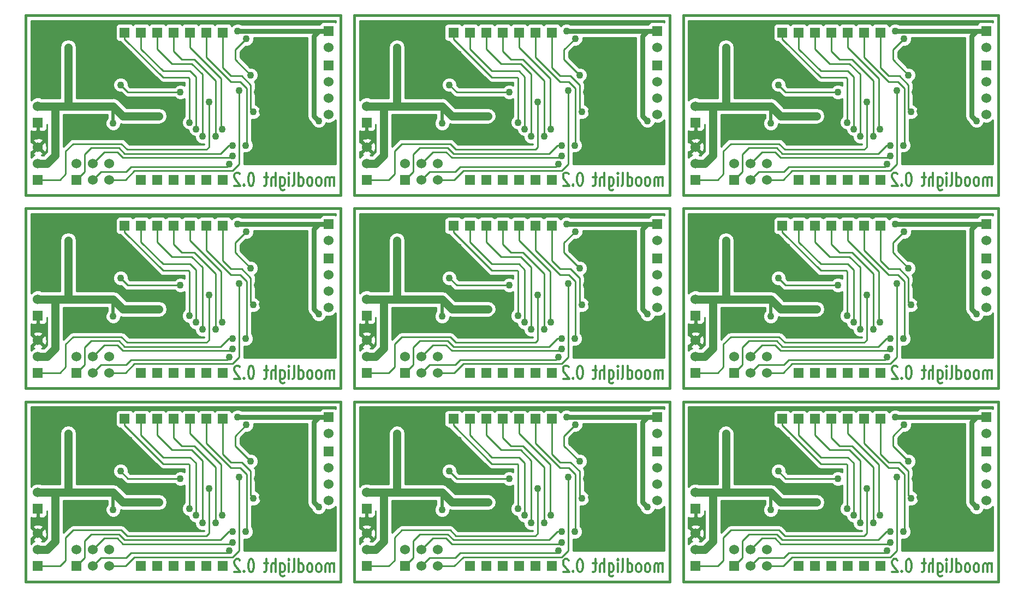
<source format=gbl>
G04 (created by PCBNEW-RS274X (2012-jan-04)-stable) date Thu 08 Nov 2012 06:26:56 PM CET*
G01*
G70*
G90*
%MOIN*%
G04 Gerber Fmt 3.4, Leading zero omitted, Abs format*
%FSLAX34Y34*%
G04 APERTURE LIST*
%ADD10C,0.006000*%
%ADD11C,0.015000*%
%ADD12C,0.012000*%
%ADD13R,0.060000X0.060000*%
%ADD14C,0.060000*%
%ADD15C,0.043300*%
%ADD16C,0.010000*%
%ADD17C,0.030000*%
%ADD18C,0.020000*%
%ADD19C,0.050000*%
G04 APERTURE END LIST*
G54D10*
G54D11*
X46390Y-40491D02*
X65640Y-40491D01*
X46390Y-29491D02*
X65640Y-29491D01*
X46390Y-40491D02*
X46390Y-29491D01*
X65640Y-29491D02*
X65640Y-40491D01*
G54D12*
X65218Y-39915D02*
X65218Y-39381D01*
X65218Y-39458D02*
X65190Y-39420D01*
X65132Y-39381D01*
X65047Y-39381D01*
X64990Y-39420D01*
X64961Y-39496D01*
X64961Y-39915D01*
X64961Y-39496D02*
X64932Y-39420D01*
X64875Y-39381D01*
X64790Y-39381D01*
X64732Y-39420D01*
X64704Y-39496D01*
X64704Y-39915D01*
X64332Y-39915D02*
X64390Y-39877D01*
X64418Y-39839D01*
X64447Y-39762D01*
X64447Y-39534D01*
X64418Y-39458D01*
X64390Y-39420D01*
X64332Y-39381D01*
X64247Y-39381D01*
X64190Y-39420D01*
X64161Y-39458D01*
X64132Y-39534D01*
X64132Y-39762D01*
X64161Y-39839D01*
X64190Y-39877D01*
X64247Y-39915D01*
X64332Y-39915D01*
X63789Y-39915D02*
X63847Y-39877D01*
X63875Y-39839D01*
X63904Y-39762D01*
X63904Y-39534D01*
X63875Y-39458D01*
X63847Y-39420D01*
X63789Y-39381D01*
X63704Y-39381D01*
X63647Y-39420D01*
X63618Y-39458D01*
X63589Y-39534D01*
X63589Y-39762D01*
X63618Y-39839D01*
X63647Y-39877D01*
X63704Y-39915D01*
X63789Y-39915D01*
X63075Y-39915D02*
X63075Y-39115D01*
X63075Y-39877D02*
X63132Y-39915D01*
X63246Y-39915D01*
X63304Y-39877D01*
X63332Y-39839D01*
X63361Y-39762D01*
X63361Y-39534D01*
X63332Y-39458D01*
X63304Y-39420D01*
X63246Y-39381D01*
X63132Y-39381D01*
X63075Y-39420D01*
X62703Y-39915D02*
X62761Y-39877D01*
X62789Y-39801D01*
X62789Y-39115D01*
X62475Y-39915D02*
X62475Y-39381D01*
X62475Y-39115D02*
X62504Y-39153D01*
X62475Y-39191D01*
X62447Y-39153D01*
X62475Y-39115D01*
X62475Y-39191D01*
X61932Y-39381D02*
X61932Y-40029D01*
X61961Y-40105D01*
X61989Y-40143D01*
X62046Y-40181D01*
X62132Y-40181D01*
X62189Y-40143D01*
X61932Y-39877D02*
X61989Y-39915D01*
X62103Y-39915D01*
X62161Y-39877D01*
X62189Y-39839D01*
X62218Y-39762D01*
X62218Y-39534D01*
X62189Y-39458D01*
X62161Y-39420D01*
X62103Y-39381D01*
X61989Y-39381D01*
X61932Y-39420D01*
X61646Y-39915D02*
X61646Y-39115D01*
X61389Y-39915D02*
X61389Y-39496D01*
X61418Y-39420D01*
X61475Y-39381D01*
X61560Y-39381D01*
X61618Y-39420D01*
X61646Y-39458D01*
X61189Y-39381D02*
X60960Y-39381D01*
X61103Y-39115D02*
X61103Y-39801D01*
X61075Y-39877D01*
X61017Y-39915D01*
X60960Y-39915D01*
X60189Y-39115D02*
X60132Y-39115D01*
X60075Y-39153D01*
X60046Y-39191D01*
X60017Y-39267D01*
X59989Y-39420D01*
X59989Y-39610D01*
X60017Y-39762D01*
X60046Y-39839D01*
X60075Y-39877D01*
X60132Y-39915D01*
X60189Y-39915D01*
X60246Y-39877D01*
X60275Y-39839D01*
X60303Y-39762D01*
X60332Y-39610D01*
X60332Y-39420D01*
X60303Y-39267D01*
X60275Y-39191D01*
X60246Y-39153D01*
X60189Y-39115D01*
X59732Y-39839D02*
X59704Y-39877D01*
X59732Y-39915D01*
X59761Y-39877D01*
X59732Y-39839D01*
X59732Y-39915D01*
X59475Y-39191D02*
X59446Y-39153D01*
X59389Y-39115D01*
X59246Y-39115D01*
X59189Y-39153D01*
X59160Y-39191D01*
X59132Y-39267D01*
X59132Y-39343D01*
X59160Y-39458D01*
X59503Y-39915D01*
X59132Y-39915D01*
X65218Y-28104D02*
X65218Y-27570D01*
X65218Y-27647D02*
X65190Y-27609D01*
X65132Y-27570D01*
X65047Y-27570D01*
X64990Y-27609D01*
X64961Y-27685D01*
X64961Y-28104D01*
X64961Y-27685D02*
X64932Y-27609D01*
X64875Y-27570D01*
X64790Y-27570D01*
X64732Y-27609D01*
X64704Y-27685D01*
X64704Y-28104D01*
X64332Y-28104D02*
X64390Y-28066D01*
X64418Y-28028D01*
X64447Y-27951D01*
X64447Y-27723D01*
X64418Y-27647D01*
X64390Y-27609D01*
X64332Y-27570D01*
X64247Y-27570D01*
X64190Y-27609D01*
X64161Y-27647D01*
X64132Y-27723D01*
X64132Y-27951D01*
X64161Y-28028D01*
X64190Y-28066D01*
X64247Y-28104D01*
X64332Y-28104D01*
X63789Y-28104D02*
X63847Y-28066D01*
X63875Y-28028D01*
X63904Y-27951D01*
X63904Y-27723D01*
X63875Y-27647D01*
X63847Y-27609D01*
X63789Y-27570D01*
X63704Y-27570D01*
X63647Y-27609D01*
X63618Y-27647D01*
X63589Y-27723D01*
X63589Y-27951D01*
X63618Y-28028D01*
X63647Y-28066D01*
X63704Y-28104D01*
X63789Y-28104D01*
X63075Y-28104D02*
X63075Y-27304D01*
X63075Y-28066D02*
X63132Y-28104D01*
X63246Y-28104D01*
X63304Y-28066D01*
X63332Y-28028D01*
X63361Y-27951D01*
X63361Y-27723D01*
X63332Y-27647D01*
X63304Y-27609D01*
X63246Y-27570D01*
X63132Y-27570D01*
X63075Y-27609D01*
X62703Y-28104D02*
X62761Y-28066D01*
X62789Y-27990D01*
X62789Y-27304D01*
X62475Y-28104D02*
X62475Y-27570D01*
X62475Y-27304D02*
X62504Y-27342D01*
X62475Y-27380D01*
X62447Y-27342D01*
X62475Y-27304D01*
X62475Y-27380D01*
X61932Y-27570D02*
X61932Y-28218D01*
X61961Y-28294D01*
X61989Y-28332D01*
X62046Y-28370D01*
X62132Y-28370D01*
X62189Y-28332D01*
X61932Y-28066D02*
X61989Y-28104D01*
X62103Y-28104D01*
X62161Y-28066D01*
X62189Y-28028D01*
X62218Y-27951D01*
X62218Y-27723D01*
X62189Y-27647D01*
X62161Y-27609D01*
X62103Y-27570D01*
X61989Y-27570D01*
X61932Y-27609D01*
X61646Y-28104D02*
X61646Y-27304D01*
X61389Y-28104D02*
X61389Y-27685D01*
X61418Y-27609D01*
X61475Y-27570D01*
X61560Y-27570D01*
X61618Y-27609D01*
X61646Y-27647D01*
X61189Y-27570D02*
X60960Y-27570D01*
X61103Y-27304D02*
X61103Y-27990D01*
X61075Y-28066D01*
X61017Y-28104D01*
X60960Y-28104D01*
X60189Y-27304D02*
X60132Y-27304D01*
X60075Y-27342D01*
X60046Y-27380D01*
X60017Y-27456D01*
X59989Y-27609D01*
X59989Y-27799D01*
X60017Y-27951D01*
X60046Y-28028D01*
X60075Y-28066D01*
X60132Y-28104D01*
X60189Y-28104D01*
X60246Y-28066D01*
X60275Y-28028D01*
X60303Y-27951D01*
X60332Y-27799D01*
X60332Y-27609D01*
X60303Y-27456D01*
X60275Y-27380D01*
X60246Y-27342D01*
X60189Y-27304D01*
X59732Y-28028D02*
X59704Y-28066D01*
X59732Y-28104D01*
X59761Y-28066D01*
X59732Y-28028D01*
X59732Y-28104D01*
X59475Y-27380D02*
X59446Y-27342D01*
X59389Y-27304D01*
X59246Y-27304D01*
X59189Y-27342D01*
X59160Y-27380D01*
X59132Y-27456D01*
X59132Y-27532D01*
X59160Y-27647D01*
X59503Y-28104D01*
X59132Y-28104D01*
G54D11*
X65640Y-17680D02*
X65640Y-28680D01*
X46390Y-28680D02*
X46390Y-17680D01*
X46390Y-17680D02*
X65640Y-17680D01*
X46390Y-28680D02*
X65640Y-28680D01*
X46390Y-16869D02*
X65640Y-16869D01*
X46390Y-05869D02*
X65640Y-05869D01*
X46390Y-16869D02*
X46390Y-05869D01*
X65640Y-05869D02*
X65640Y-16869D01*
G54D12*
X65218Y-16293D02*
X65218Y-15759D01*
X65218Y-15836D02*
X65190Y-15798D01*
X65132Y-15759D01*
X65047Y-15759D01*
X64990Y-15798D01*
X64961Y-15874D01*
X64961Y-16293D01*
X64961Y-15874D02*
X64932Y-15798D01*
X64875Y-15759D01*
X64790Y-15759D01*
X64732Y-15798D01*
X64704Y-15874D01*
X64704Y-16293D01*
X64332Y-16293D02*
X64390Y-16255D01*
X64418Y-16217D01*
X64447Y-16140D01*
X64447Y-15912D01*
X64418Y-15836D01*
X64390Y-15798D01*
X64332Y-15759D01*
X64247Y-15759D01*
X64190Y-15798D01*
X64161Y-15836D01*
X64132Y-15912D01*
X64132Y-16140D01*
X64161Y-16217D01*
X64190Y-16255D01*
X64247Y-16293D01*
X64332Y-16293D01*
X63789Y-16293D02*
X63847Y-16255D01*
X63875Y-16217D01*
X63904Y-16140D01*
X63904Y-15912D01*
X63875Y-15836D01*
X63847Y-15798D01*
X63789Y-15759D01*
X63704Y-15759D01*
X63647Y-15798D01*
X63618Y-15836D01*
X63589Y-15912D01*
X63589Y-16140D01*
X63618Y-16217D01*
X63647Y-16255D01*
X63704Y-16293D01*
X63789Y-16293D01*
X63075Y-16293D02*
X63075Y-15493D01*
X63075Y-16255D02*
X63132Y-16293D01*
X63246Y-16293D01*
X63304Y-16255D01*
X63332Y-16217D01*
X63361Y-16140D01*
X63361Y-15912D01*
X63332Y-15836D01*
X63304Y-15798D01*
X63246Y-15759D01*
X63132Y-15759D01*
X63075Y-15798D01*
X62703Y-16293D02*
X62761Y-16255D01*
X62789Y-16179D01*
X62789Y-15493D01*
X62475Y-16293D02*
X62475Y-15759D01*
X62475Y-15493D02*
X62504Y-15531D01*
X62475Y-15569D01*
X62447Y-15531D01*
X62475Y-15493D01*
X62475Y-15569D01*
X61932Y-15759D02*
X61932Y-16407D01*
X61961Y-16483D01*
X61989Y-16521D01*
X62046Y-16559D01*
X62132Y-16559D01*
X62189Y-16521D01*
X61932Y-16255D02*
X61989Y-16293D01*
X62103Y-16293D01*
X62161Y-16255D01*
X62189Y-16217D01*
X62218Y-16140D01*
X62218Y-15912D01*
X62189Y-15836D01*
X62161Y-15798D01*
X62103Y-15759D01*
X61989Y-15759D01*
X61932Y-15798D01*
X61646Y-16293D02*
X61646Y-15493D01*
X61389Y-16293D02*
X61389Y-15874D01*
X61418Y-15798D01*
X61475Y-15759D01*
X61560Y-15759D01*
X61618Y-15798D01*
X61646Y-15836D01*
X61189Y-15759D02*
X60960Y-15759D01*
X61103Y-15493D02*
X61103Y-16179D01*
X61075Y-16255D01*
X61017Y-16293D01*
X60960Y-16293D01*
X60189Y-15493D02*
X60132Y-15493D01*
X60075Y-15531D01*
X60046Y-15569D01*
X60017Y-15645D01*
X59989Y-15798D01*
X59989Y-15988D01*
X60017Y-16140D01*
X60046Y-16217D01*
X60075Y-16255D01*
X60132Y-16293D01*
X60189Y-16293D01*
X60246Y-16255D01*
X60275Y-16217D01*
X60303Y-16140D01*
X60332Y-15988D01*
X60332Y-15798D01*
X60303Y-15645D01*
X60275Y-15569D01*
X60246Y-15531D01*
X60189Y-15493D01*
X59732Y-16217D02*
X59704Y-16255D01*
X59732Y-16293D01*
X59761Y-16255D01*
X59732Y-16217D01*
X59732Y-16293D01*
X59475Y-15569D02*
X59446Y-15531D01*
X59389Y-15493D01*
X59246Y-15493D01*
X59189Y-15531D01*
X59160Y-15569D01*
X59132Y-15645D01*
X59132Y-15721D01*
X59160Y-15836D01*
X59503Y-16293D01*
X59132Y-16293D01*
X45139Y-16293D02*
X45139Y-15759D01*
X45139Y-15836D02*
X45111Y-15798D01*
X45053Y-15759D01*
X44968Y-15759D01*
X44911Y-15798D01*
X44882Y-15874D01*
X44882Y-16293D01*
X44882Y-15874D02*
X44853Y-15798D01*
X44796Y-15759D01*
X44711Y-15759D01*
X44653Y-15798D01*
X44625Y-15874D01*
X44625Y-16293D01*
X44253Y-16293D02*
X44311Y-16255D01*
X44339Y-16217D01*
X44368Y-16140D01*
X44368Y-15912D01*
X44339Y-15836D01*
X44311Y-15798D01*
X44253Y-15759D01*
X44168Y-15759D01*
X44111Y-15798D01*
X44082Y-15836D01*
X44053Y-15912D01*
X44053Y-16140D01*
X44082Y-16217D01*
X44111Y-16255D01*
X44168Y-16293D01*
X44253Y-16293D01*
X43710Y-16293D02*
X43768Y-16255D01*
X43796Y-16217D01*
X43825Y-16140D01*
X43825Y-15912D01*
X43796Y-15836D01*
X43768Y-15798D01*
X43710Y-15759D01*
X43625Y-15759D01*
X43568Y-15798D01*
X43539Y-15836D01*
X43510Y-15912D01*
X43510Y-16140D01*
X43539Y-16217D01*
X43568Y-16255D01*
X43625Y-16293D01*
X43710Y-16293D01*
X42996Y-16293D02*
X42996Y-15493D01*
X42996Y-16255D02*
X43053Y-16293D01*
X43167Y-16293D01*
X43225Y-16255D01*
X43253Y-16217D01*
X43282Y-16140D01*
X43282Y-15912D01*
X43253Y-15836D01*
X43225Y-15798D01*
X43167Y-15759D01*
X43053Y-15759D01*
X42996Y-15798D01*
X42624Y-16293D02*
X42682Y-16255D01*
X42710Y-16179D01*
X42710Y-15493D01*
X42396Y-16293D02*
X42396Y-15759D01*
X42396Y-15493D02*
X42425Y-15531D01*
X42396Y-15569D01*
X42368Y-15531D01*
X42396Y-15493D01*
X42396Y-15569D01*
X41853Y-15759D02*
X41853Y-16407D01*
X41882Y-16483D01*
X41910Y-16521D01*
X41967Y-16559D01*
X42053Y-16559D01*
X42110Y-16521D01*
X41853Y-16255D02*
X41910Y-16293D01*
X42024Y-16293D01*
X42082Y-16255D01*
X42110Y-16217D01*
X42139Y-16140D01*
X42139Y-15912D01*
X42110Y-15836D01*
X42082Y-15798D01*
X42024Y-15759D01*
X41910Y-15759D01*
X41853Y-15798D01*
X41567Y-16293D02*
X41567Y-15493D01*
X41310Y-16293D02*
X41310Y-15874D01*
X41339Y-15798D01*
X41396Y-15759D01*
X41481Y-15759D01*
X41539Y-15798D01*
X41567Y-15836D01*
X41110Y-15759D02*
X40881Y-15759D01*
X41024Y-15493D02*
X41024Y-16179D01*
X40996Y-16255D01*
X40938Y-16293D01*
X40881Y-16293D01*
X40110Y-15493D02*
X40053Y-15493D01*
X39996Y-15531D01*
X39967Y-15569D01*
X39938Y-15645D01*
X39910Y-15798D01*
X39910Y-15988D01*
X39938Y-16140D01*
X39967Y-16217D01*
X39996Y-16255D01*
X40053Y-16293D01*
X40110Y-16293D01*
X40167Y-16255D01*
X40196Y-16217D01*
X40224Y-16140D01*
X40253Y-15988D01*
X40253Y-15798D01*
X40224Y-15645D01*
X40196Y-15569D01*
X40167Y-15531D01*
X40110Y-15493D01*
X39653Y-16217D02*
X39625Y-16255D01*
X39653Y-16293D01*
X39682Y-16255D01*
X39653Y-16217D01*
X39653Y-16293D01*
X39396Y-15569D02*
X39367Y-15531D01*
X39310Y-15493D01*
X39167Y-15493D01*
X39110Y-15531D01*
X39081Y-15569D01*
X39053Y-15645D01*
X39053Y-15721D01*
X39081Y-15836D01*
X39424Y-16293D01*
X39053Y-16293D01*
G54D11*
X45561Y-05869D02*
X45561Y-16869D01*
X26311Y-16869D02*
X26311Y-05869D01*
X26311Y-05869D02*
X45561Y-05869D01*
X26311Y-16869D02*
X45561Y-16869D01*
X26311Y-28680D02*
X45561Y-28680D01*
X26311Y-17680D02*
X45561Y-17680D01*
X26311Y-28680D02*
X26311Y-17680D01*
X45561Y-17680D02*
X45561Y-28680D01*
G54D12*
X45139Y-28104D02*
X45139Y-27570D01*
X45139Y-27647D02*
X45111Y-27609D01*
X45053Y-27570D01*
X44968Y-27570D01*
X44911Y-27609D01*
X44882Y-27685D01*
X44882Y-28104D01*
X44882Y-27685D02*
X44853Y-27609D01*
X44796Y-27570D01*
X44711Y-27570D01*
X44653Y-27609D01*
X44625Y-27685D01*
X44625Y-28104D01*
X44253Y-28104D02*
X44311Y-28066D01*
X44339Y-28028D01*
X44368Y-27951D01*
X44368Y-27723D01*
X44339Y-27647D01*
X44311Y-27609D01*
X44253Y-27570D01*
X44168Y-27570D01*
X44111Y-27609D01*
X44082Y-27647D01*
X44053Y-27723D01*
X44053Y-27951D01*
X44082Y-28028D01*
X44111Y-28066D01*
X44168Y-28104D01*
X44253Y-28104D01*
X43710Y-28104D02*
X43768Y-28066D01*
X43796Y-28028D01*
X43825Y-27951D01*
X43825Y-27723D01*
X43796Y-27647D01*
X43768Y-27609D01*
X43710Y-27570D01*
X43625Y-27570D01*
X43568Y-27609D01*
X43539Y-27647D01*
X43510Y-27723D01*
X43510Y-27951D01*
X43539Y-28028D01*
X43568Y-28066D01*
X43625Y-28104D01*
X43710Y-28104D01*
X42996Y-28104D02*
X42996Y-27304D01*
X42996Y-28066D02*
X43053Y-28104D01*
X43167Y-28104D01*
X43225Y-28066D01*
X43253Y-28028D01*
X43282Y-27951D01*
X43282Y-27723D01*
X43253Y-27647D01*
X43225Y-27609D01*
X43167Y-27570D01*
X43053Y-27570D01*
X42996Y-27609D01*
X42624Y-28104D02*
X42682Y-28066D01*
X42710Y-27990D01*
X42710Y-27304D01*
X42396Y-28104D02*
X42396Y-27570D01*
X42396Y-27304D02*
X42425Y-27342D01*
X42396Y-27380D01*
X42368Y-27342D01*
X42396Y-27304D01*
X42396Y-27380D01*
X41853Y-27570D02*
X41853Y-28218D01*
X41882Y-28294D01*
X41910Y-28332D01*
X41967Y-28370D01*
X42053Y-28370D01*
X42110Y-28332D01*
X41853Y-28066D02*
X41910Y-28104D01*
X42024Y-28104D01*
X42082Y-28066D01*
X42110Y-28028D01*
X42139Y-27951D01*
X42139Y-27723D01*
X42110Y-27647D01*
X42082Y-27609D01*
X42024Y-27570D01*
X41910Y-27570D01*
X41853Y-27609D01*
X41567Y-28104D02*
X41567Y-27304D01*
X41310Y-28104D02*
X41310Y-27685D01*
X41339Y-27609D01*
X41396Y-27570D01*
X41481Y-27570D01*
X41539Y-27609D01*
X41567Y-27647D01*
X41110Y-27570D02*
X40881Y-27570D01*
X41024Y-27304D02*
X41024Y-27990D01*
X40996Y-28066D01*
X40938Y-28104D01*
X40881Y-28104D01*
X40110Y-27304D02*
X40053Y-27304D01*
X39996Y-27342D01*
X39967Y-27380D01*
X39938Y-27456D01*
X39910Y-27609D01*
X39910Y-27799D01*
X39938Y-27951D01*
X39967Y-28028D01*
X39996Y-28066D01*
X40053Y-28104D01*
X40110Y-28104D01*
X40167Y-28066D01*
X40196Y-28028D01*
X40224Y-27951D01*
X40253Y-27799D01*
X40253Y-27609D01*
X40224Y-27456D01*
X40196Y-27380D01*
X40167Y-27342D01*
X40110Y-27304D01*
X39653Y-28028D02*
X39625Y-28066D01*
X39653Y-28104D01*
X39682Y-28066D01*
X39653Y-28028D01*
X39653Y-28104D01*
X39396Y-27380D02*
X39367Y-27342D01*
X39310Y-27304D01*
X39167Y-27304D01*
X39110Y-27342D01*
X39081Y-27380D01*
X39053Y-27456D01*
X39053Y-27532D01*
X39081Y-27647D01*
X39424Y-28104D01*
X39053Y-28104D01*
X45139Y-39915D02*
X45139Y-39381D01*
X45139Y-39458D02*
X45111Y-39420D01*
X45053Y-39381D01*
X44968Y-39381D01*
X44911Y-39420D01*
X44882Y-39496D01*
X44882Y-39915D01*
X44882Y-39496D02*
X44853Y-39420D01*
X44796Y-39381D01*
X44711Y-39381D01*
X44653Y-39420D01*
X44625Y-39496D01*
X44625Y-39915D01*
X44253Y-39915D02*
X44311Y-39877D01*
X44339Y-39839D01*
X44368Y-39762D01*
X44368Y-39534D01*
X44339Y-39458D01*
X44311Y-39420D01*
X44253Y-39381D01*
X44168Y-39381D01*
X44111Y-39420D01*
X44082Y-39458D01*
X44053Y-39534D01*
X44053Y-39762D01*
X44082Y-39839D01*
X44111Y-39877D01*
X44168Y-39915D01*
X44253Y-39915D01*
X43710Y-39915D02*
X43768Y-39877D01*
X43796Y-39839D01*
X43825Y-39762D01*
X43825Y-39534D01*
X43796Y-39458D01*
X43768Y-39420D01*
X43710Y-39381D01*
X43625Y-39381D01*
X43568Y-39420D01*
X43539Y-39458D01*
X43510Y-39534D01*
X43510Y-39762D01*
X43539Y-39839D01*
X43568Y-39877D01*
X43625Y-39915D01*
X43710Y-39915D01*
X42996Y-39915D02*
X42996Y-39115D01*
X42996Y-39877D02*
X43053Y-39915D01*
X43167Y-39915D01*
X43225Y-39877D01*
X43253Y-39839D01*
X43282Y-39762D01*
X43282Y-39534D01*
X43253Y-39458D01*
X43225Y-39420D01*
X43167Y-39381D01*
X43053Y-39381D01*
X42996Y-39420D01*
X42624Y-39915D02*
X42682Y-39877D01*
X42710Y-39801D01*
X42710Y-39115D01*
X42396Y-39915D02*
X42396Y-39381D01*
X42396Y-39115D02*
X42425Y-39153D01*
X42396Y-39191D01*
X42368Y-39153D01*
X42396Y-39115D01*
X42396Y-39191D01*
X41853Y-39381D02*
X41853Y-40029D01*
X41882Y-40105D01*
X41910Y-40143D01*
X41967Y-40181D01*
X42053Y-40181D01*
X42110Y-40143D01*
X41853Y-39877D02*
X41910Y-39915D01*
X42024Y-39915D01*
X42082Y-39877D01*
X42110Y-39839D01*
X42139Y-39762D01*
X42139Y-39534D01*
X42110Y-39458D01*
X42082Y-39420D01*
X42024Y-39381D01*
X41910Y-39381D01*
X41853Y-39420D01*
X41567Y-39915D02*
X41567Y-39115D01*
X41310Y-39915D02*
X41310Y-39496D01*
X41339Y-39420D01*
X41396Y-39381D01*
X41481Y-39381D01*
X41539Y-39420D01*
X41567Y-39458D01*
X41110Y-39381D02*
X40881Y-39381D01*
X41024Y-39115D02*
X41024Y-39801D01*
X40996Y-39877D01*
X40938Y-39915D01*
X40881Y-39915D01*
X40110Y-39115D02*
X40053Y-39115D01*
X39996Y-39153D01*
X39967Y-39191D01*
X39938Y-39267D01*
X39910Y-39420D01*
X39910Y-39610D01*
X39938Y-39762D01*
X39967Y-39839D01*
X39996Y-39877D01*
X40053Y-39915D01*
X40110Y-39915D01*
X40167Y-39877D01*
X40196Y-39839D01*
X40224Y-39762D01*
X40253Y-39610D01*
X40253Y-39420D01*
X40224Y-39267D01*
X40196Y-39191D01*
X40167Y-39153D01*
X40110Y-39115D01*
X39653Y-39839D02*
X39625Y-39877D01*
X39653Y-39915D01*
X39682Y-39877D01*
X39653Y-39839D01*
X39653Y-39915D01*
X39396Y-39191D02*
X39367Y-39153D01*
X39310Y-39115D01*
X39167Y-39115D01*
X39110Y-39153D01*
X39081Y-39191D01*
X39053Y-39267D01*
X39053Y-39343D01*
X39081Y-39458D01*
X39424Y-39915D01*
X39053Y-39915D01*
G54D11*
X45561Y-29491D02*
X45561Y-40491D01*
X26311Y-40491D02*
X26311Y-29491D01*
X26311Y-29491D02*
X45561Y-29491D01*
X26311Y-40491D02*
X45561Y-40491D01*
X06232Y-40491D02*
X25482Y-40491D01*
X06232Y-29491D02*
X25482Y-29491D01*
X06232Y-40491D02*
X06232Y-29491D01*
X25482Y-29491D02*
X25482Y-40491D01*
G54D12*
X25060Y-39915D02*
X25060Y-39381D01*
X25060Y-39458D02*
X25032Y-39420D01*
X24974Y-39381D01*
X24889Y-39381D01*
X24832Y-39420D01*
X24803Y-39496D01*
X24803Y-39915D01*
X24803Y-39496D02*
X24774Y-39420D01*
X24717Y-39381D01*
X24632Y-39381D01*
X24574Y-39420D01*
X24546Y-39496D01*
X24546Y-39915D01*
X24174Y-39915D02*
X24232Y-39877D01*
X24260Y-39839D01*
X24289Y-39762D01*
X24289Y-39534D01*
X24260Y-39458D01*
X24232Y-39420D01*
X24174Y-39381D01*
X24089Y-39381D01*
X24032Y-39420D01*
X24003Y-39458D01*
X23974Y-39534D01*
X23974Y-39762D01*
X24003Y-39839D01*
X24032Y-39877D01*
X24089Y-39915D01*
X24174Y-39915D01*
X23631Y-39915D02*
X23689Y-39877D01*
X23717Y-39839D01*
X23746Y-39762D01*
X23746Y-39534D01*
X23717Y-39458D01*
X23689Y-39420D01*
X23631Y-39381D01*
X23546Y-39381D01*
X23489Y-39420D01*
X23460Y-39458D01*
X23431Y-39534D01*
X23431Y-39762D01*
X23460Y-39839D01*
X23489Y-39877D01*
X23546Y-39915D01*
X23631Y-39915D01*
X22917Y-39915D02*
X22917Y-39115D01*
X22917Y-39877D02*
X22974Y-39915D01*
X23088Y-39915D01*
X23146Y-39877D01*
X23174Y-39839D01*
X23203Y-39762D01*
X23203Y-39534D01*
X23174Y-39458D01*
X23146Y-39420D01*
X23088Y-39381D01*
X22974Y-39381D01*
X22917Y-39420D01*
X22545Y-39915D02*
X22603Y-39877D01*
X22631Y-39801D01*
X22631Y-39115D01*
X22317Y-39915D02*
X22317Y-39381D01*
X22317Y-39115D02*
X22346Y-39153D01*
X22317Y-39191D01*
X22289Y-39153D01*
X22317Y-39115D01*
X22317Y-39191D01*
X21774Y-39381D02*
X21774Y-40029D01*
X21803Y-40105D01*
X21831Y-40143D01*
X21888Y-40181D01*
X21974Y-40181D01*
X22031Y-40143D01*
X21774Y-39877D02*
X21831Y-39915D01*
X21945Y-39915D01*
X22003Y-39877D01*
X22031Y-39839D01*
X22060Y-39762D01*
X22060Y-39534D01*
X22031Y-39458D01*
X22003Y-39420D01*
X21945Y-39381D01*
X21831Y-39381D01*
X21774Y-39420D01*
X21488Y-39915D02*
X21488Y-39115D01*
X21231Y-39915D02*
X21231Y-39496D01*
X21260Y-39420D01*
X21317Y-39381D01*
X21402Y-39381D01*
X21460Y-39420D01*
X21488Y-39458D01*
X21031Y-39381D02*
X20802Y-39381D01*
X20945Y-39115D02*
X20945Y-39801D01*
X20917Y-39877D01*
X20859Y-39915D01*
X20802Y-39915D01*
X20031Y-39115D02*
X19974Y-39115D01*
X19917Y-39153D01*
X19888Y-39191D01*
X19859Y-39267D01*
X19831Y-39420D01*
X19831Y-39610D01*
X19859Y-39762D01*
X19888Y-39839D01*
X19917Y-39877D01*
X19974Y-39915D01*
X20031Y-39915D01*
X20088Y-39877D01*
X20117Y-39839D01*
X20145Y-39762D01*
X20174Y-39610D01*
X20174Y-39420D01*
X20145Y-39267D01*
X20117Y-39191D01*
X20088Y-39153D01*
X20031Y-39115D01*
X19574Y-39839D02*
X19546Y-39877D01*
X19574Y-39915D01*
X19603Y-39877D01*
X19574Y-39839D01*
X19574Y-39915D01*
X19317Y-39191D02*
X19288Y-39153D01*
X19231Y-39115D01*
X19088Y-39115D01*
X19031Y-39153D01*
X19002Y-39191D01*
X18974Y-39267D01*
X18974Y-39343D01*
X19002Y-39458D01*
X19345Y-39915D01*
X18974Y-39915D01*
X25060Y-28104D02*
X25060Y-27570D01*
X25060Y-27647D02*
X25032Y-27609D01*
X24974Y-27570D01*
X24889Y-27570D01*
X24832Y-27609D01*
X24803Y-27685D01*
X24803Y-28104D01*
X24803Y-27685D02*
X24774Y-27609D01*
X24717Y-27570D01*
X24632Y-27570D01*
X24574Y-27609D01*
X24546Y-27685D01*
X24546Y-28104D01*
X24174Y-28104D02*
X24232Y-28066D01*
X24260Y-28028D01*
X24289Y-27951D01*
X24289Y-27723D01*
X24260Y-27647D01*
X24232Y-27609D01*
X24174Y-27570D01*
X24089Y-27570D01*
X24032Y-27609D01*
X24003Y-27647D01*
X23974Y-27723D01*
X23974Y-27951D01*
X24003Y-28028D01*
X24032Y-28066D01*
X24089Y-28104D01*
X24174Y-28104D01*
X23631Y-28104D02*
X23689Y-28066D01*
X23717Y-28028D01*
X23746Y-27951D01*
X23746Y-27723D01*
X23717Y-27647D01*
X23689Y-27609D01*
X23631Y-27570D01*
X23546Y-27570D01*
X23489Y-27609D01*
X23460Y-27647D01*
X23431Y-27723D01*
X23431Y-27951D01*
X23460Y-28028D01*
X23489Y-28066D01*
X23546Y-28104D01*
X23631Y-28104D01*
X22917Y-28104D02*
X22917Y-27304D01*
X22917Y-28066D02*
X22974Y-28104D01*
X23088Y-28104D01*
X23146Y-28066D01*
X23174Y-28028D01*
X23203Y-27951D01*
X23203Y-27723D01*
X23174Y-27647D01*
X23146Y-27609D01*
X23088Y-27570D01*
X22974Y-27570D01*
X22917Y-27609D01*
X22545Y-28104D02*
X22603Y-28066D01*
X22631Y-27990D01*
X22631Y-27304D01*
X22317Y-28104D02*
X22317Y-27570D01*
X22317Y-27304D02*
X22346Y-27342D01*
X22317Y-27380D01*
X22289Y-27342D01*
X22317Y-27304D01*
X22317Y-27380D01*
X21774Y-27570D02*
X21774Y-28218D01*
X21803Y-28294D01*
X21831Y-28332D01*
X21888Y-28370D01*
X21974Y-28370D01*
X22031Y-28332D01*
X21774Y-28066D02*
X21831Y-28104D01*
X21945Y-28104D01*
X22003Y-28066D01*
X22031Y-28028D01*
X22060Y-27951D01*
X22060Y-27723D01*
X22031Y-27647D01*
X22003Y-27609D01*
X21945Y-27570D01*
X21831Y-27570D01*
X21774Y-27609D01*
X21488Y-28104D02*
X21488Y-27304D01*
X21231Y-28104D02*
X21231Y-27685D01*
X21260Y-27609D01*
X21317Y-27570D01*
X21402Y-27570D01*
X21460Y-27609D01*
X21488Y-27647D01*
X21031Y-27570D02*
X20802Y-27570D01*
X20945Y-27304D02*
X20945Y-27990D01*
X20917Y-28066D01*
X20859Y-28104D01*
X20802Y-28104D01*
X20031Y-27304D02*
X19974Y-27304D01*
X19917Y-27342D01*
X19888Y-27380D01*
X19859Y-27456D01*
X19831Y-27609D01*
X19831Y-27799D01*
X19859Y-27951D01*
X19888Y-28028D01*
X19917Y-28066D01*
X19974Y-28104D01*
X20031Y-28104D01*
X20088Y-28066D01*
X20117Y-28028D01*
X20145Y-27951D01*
X20174Y-27799D01*
X20174Y-27609D01*
X20145Y-27456D01*
X20117Y-27380D01*
X20088Y-27342D01*
X20031Y-27304D01*
X19574Y-28028D02*
X19546Y-28066D01*
X19574Y-28104D01*
X19603Y-28066D01*
X19574Y-28028D01*
X19574Y-28104D01*
X19317Y-27380D02*
X19288Y-27342D01*
X19231Y-27304D01*
X19088Y-27304D01*
X19031Y-27342D01*
X19002Y-27380D01*
X18974Y-27456D01*
X18974Y-27532D01*
X19002Y-27647D01*
X19345Y-28104D01*
X18974Y-28104D01*
G54D11*
X25482Y-17680D02*
X25482Y-28680D01*
X06232Y-28680D02*
X06232Y-17680D01*
X06232Y-17680D02*
X25482Y-17680D01*
X06232Y-28680D02*
X25482Y-28680D01*
X06232Y-16869D02*
X25482Y-16869D01*
X06232Y-05869D02*
X25482Y-05869D01*
X06232Y-16869D02*
X06232Y-05869D01*
X25482Y-05869D02*
X25482Y-16869D01*
G54D12*
X25060Y-16293D02*
X25060Y-15759D01*
X25060Y-15836D02*
X25032Y-15798D01*
X24974Y-15759D01*
X24889Y-15759D01*
X24832Y-15798D01*
X24803Y-15874D01*
X24803Y-16293D01*
X24803Y-15874D02*
X24774Y-15798D01*
X24717Y-15759D01*
X24632Y-15759D01*
X24574Y-15798D01*
X24546Y-15874D01*
X24546Y-16293D01*
X24174Y-16293D02*
X24232Y-16255D01*
X24260Y-16217D01*
X24289Y-16140D01*
X24289Y-15912D01*
X24260Y-15836D01*
X24232Y-15798D01*
X24174Y-15759D01*
X24089Y-15759D01*
X24032Y-15798D01*
X24003Y-15836D01*
X23974Y-15912D01*
X23974Y-16140D01*
X24003Y-16217D01*
X24032Y-16255D01*
X24089Y-16293D01*
X24174Y-16293D01*
X23631Y-16293D02*
X23689Y-16255D01*
X23717Y-16217D01*
X23746Y-16140D01*
X23746Y-15912D01*
X23717Y-15836D01*
X23689Y-15798D01*
X23631Y-15759D01*
X23546Y-15759D01*
X23489Y-15798D01*
X23460Y-15836D01*
X23431Y-15912D01*
X23431Y-16140D01*
X23460Y-16217D01*
X23489Y-16255D01*
X23546Y-16293D01*
X23631Y-16293D01*
X22917Y-16293D02*
X22917Y-15493D01*
X22917Y-16255D02*
X22974Y-16293D01*
X23088Y-16293D01*
X23146Y-16255D01*
X23174Y-16217D01*
X23203Y-16140D01*
X23203Y-15912D01*
X23174Y-15836D01*
X23146Y-15798D01*
X23088Y-15759D01*
X22974Y-15759D01*
X22917Y-15798D01*
X22545Y-16293D02*
X22603Y-16255D01*
X22631Y-16179D01*
X22631Y-15493D01*
X22317Y-16293D02*
X22317Y-15759D01*
X22317Y-15493D02*
X22346Y-15531D01*
X22317Y-15569D01*
X22289Y-15531D01*
X22317Y-15493D01*
X22317Y-15569D01*
X21774Y-15759D02*
X21774Y-16407D01*
X21803Y-16483D01*
X21831Y-16521D01*
X21888Y-16559D01*
X21974Y-16559D01*
X22031Y-16521D01*
X21774Y-16255D02*
X21831Y-16293D01*
X21945Y-16293D01*
X22003Y-16255D01*
X22031Y-16217D01*
X22060Y-16140D01*
X22060Y-15912D01*
X22031Y-15836D01*
X22003Y-15798D01*
X21945Y-15759D01*
X21831Y-15759D01*
X21774Y-15798D01*
X21488Y-16293D02*
X21488Y-15493D01*
X21231Y-16293D02*
X21231Y-15874D01*
X21260Y-15798D01*
X21317Y-15759D01*
X21402Y-15759D01*
X21460Y-15798D01*
X21488Y-15836D01*
X21031Y-15759D02*
X20802Y-15759D01*
X20945Y-15493D02*
X20945Y-16179D01*
X20917Y-16255D01*
X20859Y-16293D01*
X20802Y-16293D01*
X20031Y-15493D02*
X19974Y-15493D01*
X19917Y-15531D01*
X19888Y-15569D01*
X19859Y-15645D01*
X19831Y-15798D01*
X19831Y-15988D01*
X19859Y-16140D01*
X19888Y-16217D01*
X19917Y-16255D01*
X19974Y-16293D01*
X20031Y-16293D01*
X20088Y-16255D01*
X20117Y-16217D01*
X20145Y-16140D01*
X20174Y-15988D01*
X20174Y-15798D01*
X20145Y-15645D01*
X20117Y-15569D01*
X20088Y-15531D01*
X20031Y-15493D01*
X19574Y-16217D02*
X19546Y-16255D01*
X19574Y-16293D01*
X19603Y-16255D01*
X19574Y-16217D01*
X19574Y-16293D01*
X19317Y-15569D02*
X19288Y-15531D01*
X19231Y-15493D01*
X19088Y-15493D01*
X19031Y-15531D01*
X19002Y-15569D01*
X18974Y-15645D01*
X18974Y-15721D01*
X19002Y-15836D01*
X19345Y-16293D01*
X18974Y-16293D01*
G54D13*
X64890Y-32541D03*
G54D14*
X64890Y-33541D03*
X64890Y-34541D03*
X64890Y-35541D03*
G54D13*
X49490Y-39541D03*
G54D14*
X49490Y-38541D03*
X50490Y-39541D03*
X50490Y-38541D03*
X51490Y-39541D03*
X51490Y-38541D03*
G54D13*
X47140Y-39541D03*
G54D14*
X47140Y-38541D03*
X47140Y-37541D03*
G54D13*
X64890Y-30441D03*
G54D14*
X64890Y-31441D03*
G54D13*
X47140Y-36041D03*
G54D14*
X47140Y-35041D03*
G54D13*
X57440Y-39541D03*
X52440Y-30541D03*
X53440Y-30541D03*
X54440Y-30541D03*
X53440Y-39541D03*
X54440Y-39541D03*
X58440Y-39541D03*
X56440Y-39541D03*
X55440Y-39541D03*
X55440Y-30541D03*
X56440Y-30541D03*
X57440Y-30541D03*
X58440Y-30541D03*
X58440Y-18730D03*
X57440Y-18730D03*
X56440Y-18730D03*
X55440Y-18730D03*
X55440Y-27730D03*
X56440Y-27730D03*
X58440Y-27730D03*
X54440Y-27730D03*
X53440Y-27730D03*
X54440Y-18730D03*
X53440Y-18730D03*
X52440Y-18730D03*
X57440Y-27730D03*
X47140Y-24230D03*
G54D14*
X47140Y-23230D03*
G54D13*
X64890Y-18630D03*
G54D14*
X64890Y-19630D03*
G54D13*
X47140Y-27730D03*
G54D14*
X47140Y-26730D03*
X47140Y-25730D03*
G54D13*
X49490Y-27730D03*
G54D14*
X49490Y-26730D03*
X50490Y-27730D03*
X50490Y-26730D03*
X51490Y-27730D03*
X51490Y-26730D03*
G54D13*
X64890Y-20730D03*
G54D14*
X64890Y-21730D03*
X64890Y-22730D03*
X64890Y-23730D03*
G54D13*
X64890Y-08919D03*
G54D14*
X64890Y-09919D03*
X64890Y-10919D03*
X64890Y-11919D03*
G54D13*
X49490Y-15919D03*
G54D14*
X49490Y-14919D03*
X50490Y-15919D03*
X50490Y-14919D03*
X51490Y-15919D03*
X51490Y-14919D03*
G54D13*
X47140Y-15919D03*
G54D14*
X47140Y-14919D03*
X47140Y-13919D03*
G54D13*
X64890Y-06819D03*
G54D14*
X64890Y-07819D03*
G54D13*
X47140Y-12419D03*
G54D14*
X47140Y-11419D03*
G54D13*
X57440Y-15919D03*
X52440Y-06919D03*
X53440Y-06919D03*
X54440Y-06919D03*
X53440Y-15919D03*
X54440Y-15919D03*
X58440Y-15919D03*
X56440Y-15919D03*
X55440Y-15919D03*
X55440Y-06919D03*
X56440Y-06919D03*
X57440Y-06919D03*
X58440Y-06919D03*
X38361Y-06919D03*
X37361Y-06919D03*
X36361Y-06919D03*
X35361Y-06919D03*
X35361Y-15919D03*
X36361Y-15919D03*
X38361Y-15919D03*
X34361Y-15919D03*
X33361Y-15919D03*
X34361Y-06919D03*
X33361Y-06919D03*
X32361Y-06919D03*
X37361Y-15919D03*
X27061Y-12419D03*
G54D14*
X27061Y-11419D03*
G54D13*
X44811Y-06819D03*
G54D14*
X44811Y-07819D03*
G54D13*
X27061Y-15919D03*
G54D14*
X27061Y-14919D03*
X27061Y-13919D03*
G54D13*
X29411Y-15919D03*
G54D14*
X29411Y-14919D03*
X30411Y-15919D03*
X30411Y-14919D03*
X31411Y-15919D03*
X31411Y-14919D03*
G54D13*
X44811Y-08919D03*
G54D14*
X44811Y-09919D03*
X44811Y-10919D03*
X44811Y-11919D03*
G54D13*
X44811Y-20730D03*
G54D14*
X44811Y-21730D03*
X44811Y-22730D03*
X44811Y-23730D03*
G54D13*
X29411Y-27730D03*
G54D14*
X29411Y-26730D03*
X30411Y-27730D03*
X30411Y-26730D03*
X31411Y-27730D03*
X31411Y-26730D03*
G54D13*
X27061Y-27730D03*
G54D14*
X27061Y-26730D03*
X27061Y-25730D03*
G54D13*
X44811Y-18630D03*
G54D14*
X44811Y-19630D03*
G54D13*
X27061Y-24230D03*
G54D14*
X27061Y-23230D03*
G54D13*
X37361Y-27730D03*
X32361Y-18730D03*
X33361Y-18730D03*
X34361Y-18730D03*
X33361Y-27730D03*
X34361Y-27730D03*
X38361Y-27730D03*
X36361Y-27730D03*
X35361Y-27730D03*
X35361Y-18730D03*
X36361Y-18730D03*
X37361Y-18730D03*
X38361Y-18730D03*
X38361Y-30541D03*
X37361Y-30541D03*
X36361Y-30541D03*
X35361Y-30541D03*
X35361Y-39541D03*
X36361Y-39541D03*
X38361Y-39541D03*
X34361Y-39541D03*
X33361Y-39541D03*
X34361Y-30541D03*
X33361Y-30541D03*
X32361Y-30541D03*
X37361Y-39541D03*
X27061Y-36041D03*
G54D14*
X27061Y-35041D03*
G54D13*
X44811Y-30441D03*
G54D14*
X44811Y-31441D03*
G54D13*
X27061Y-39541D03*
G54D14*
X27061Y-38541D03*
X27061Y-37541D03*
G54D13*
X29411Y-39541D03*
G54D14*
X29411Y-38541D03*
X30411Y-39541D03*
X30411Y-38541D03*
X31411Y-39541D03*
X31411Y-38541D03*
G54D13*
X44811Y-32541D03*
G54D14*
X44811Y-33541D03*
X44811Y-34541D03*
X44811Y-35541D03*
G54D13*
X24732Y-32541D03*
G54D14*
X24732Y-33541D03*
X24732Y-34541D03*
X24732Y-35541D03*
G54D13*
X09332Y-39541D03*
G54D14*
X09332Y-38541D03*
X10332Y-39541D03*
X10332Y-38541D03*
X11332Y-39541D03*
X11332Y-38541D03*
G54D13*
X06982Y-39541D03*
G54D14*
X06982Y-38541D03*
X06982Y-37541D03*
G54D13*
X24732Y-30441D03*
G54D14*
X24732Y-31441D03*
G54D13*
X06982Y-36041D03*
G54D14*
X06982Y-35041D03*
G54D13*
X17282Y-39541D03*
X12282Y-30541D03*
X13282Y-30541D03*
X14282Y-30541D03*
X13282Y-39541D03*
X14282Y-39541D03*
X18282Y-39541D03*
X16282Y-39541D03*
X15282Y-39541D03*
X15282Y-30541D03*
X16282Y-30541D03*
X17282Y-30541D03*
X18282Y-30541D03*
X18282Y-18730D03*
X17282Y-18730D03*
X16282Y-18730D03*
X15282Y-18730D03*
X15282Y-27730D03*
X16282Y-27730D03*
X18282Y-27730D03*
X14282Y-27730D03*
X13282Y-27730D03*
X14282Y-18730D03*
X13282Y-18730D03*
X12282Y-18730D03*
X17282Y-27730D03*
X06982Y-24230D03*
G54D14*
X06982Y-23230D03*
G54D13*
X24732Y-18630D03*
G54D14*
X24732Y-19630D03*
G54D13*
X06982Y-27730D03*
G54D14*
X06982Y-26730D03*
X06982Y-25730D03*
G54D13*
X09332Y-27730D03*
G54D14*
X09332Y-26730D03*
X10332Y-27730D03*
X10332Y-26730D03*
X11332Y-27730D03*
X11332Y-26730D03*
G54D13*
X24732Y-20730D03*
G54D14*
X24732Y-21730D03*
X24732Y-22730D03*
X24732Y-23730D03*
G54D13*
X24732Y-08919D03*
G54D14*
X24732Y-09919D03*
X24732Y-10919D03*
X24732Y-11919D03*
G54D13*
X09332Y-15919D03*
G54D14*
X09332Y-14919D03*
X10332Y-15919D03*
X10332Y-14919D03*
X11332Y-15919D03*
X11332Y-14919D03*
G54D13*
X06982Y-15919D03*
G54D14*
X06982Y-14919D03*
X06982Y-13919D03*
G54D13*
X24732Y-06819D03*
G54D14*
X24732Y-07819D03*
G54D13*
X06982Y-12419D03*
G54D14*
X06982Y-11419D03*
G54D13*
X17282Y-15919D03*
X12282Y-06919D03*
X13282Y-06919D03*
X14282Y-06919D03*
X13282Y-15919D03*
X14282Y-15919D03*
X18282Y-15919D03*
X16282Y-15919D03*
X15282Y-15919D03*
X15282Y-06919D03*
X16282Y-06919D03*
X17282Y-06919D03*
X18282Y-06919D03*
G54D15*
X37511Y-34791D03*
X37511Y-22980D03*
X37511Y-11169D03*
X17432Y-34791D03*
X17432Y-22980D03*
X17432Y-11169D03*
X57590Y-11169D03*
X57590Y-22980D03*
X57590Y-34791D03*
X38961Y-13819D03*
X18882Y-13819D03*
X18882Y-25630D03*
X18882Y-37441D03*
X38961Y-37441D03*
X59040Y-25630D03*
X59040Y-13819D03*
X59040Y-37441D03*
X38961Y-25630D03*
X38961Y-26280D03*
X18882Y-26280D03*
X18882Y-14469D03*
X38961Y-14469D03*
X38961Y-38091D03*
X59040Y-26280D03*
X18882Y-38091D03*
X59040Y-14469D03*
X59040Y-38091D03*
X60140Y-09519D03*
X39786Y-30916D03*
X39786Y-19105D03*
X39786Y-07294D03*
X40061Y-33141D03*
X59865Y-30916D03*
X59865Y-19105D03*
X59865Y-07294D03*
X60140Y-33141D03*
X60140Y-21330D03*
X19982Y-33141D03*
X19982Y-09519D03*
X19707Y-30916D03*
X40061Y-09519D03*
X19982Y-21330D03*
X19707Y-07294D03*
X40061Y-21330D03*
X19707Y-19105D03*
X59440Y-10469D03*
X59440Y-34091D03*
X59440Y-22280D03*
X39361Y-34091D03*
X39361Y-22280D03*
X39361Y-10469D03*
X19282Y-34091D03*
X19282Y-22280D03*
X19282Y-10469D03*
X58840Y-38591D03*
X58840Y-26780D03*
X58840Y-14969D03*
X38761Y-38591D03*
X38761Y-26780D03*
X38761Y-14969D03*
X18682Y-38591D03*
X18682Y-26780D03*
X18682Y-14969D03*
X20382Y-22380D03*
X19832Y-14669D03*
X20682Y-23530D03*
X11382Y-33541D03*
X10882Y-30591D03*
X20382Y-34191D03*
X20682Y-35341D03*
X32661Y-31841D03*
X30961Y-30591D03*
X40461Y-34191D03*
X40761Y-35341D03*
X31461Y-33541D03*
X19732Y-20080D03*
X40461Y-10569D03*
X40761Y-11719D03*
X39811Y-08269D03*
X40761Y-23530D03*
X12582Y-20030D03*
X39911Y-14669D03*
X40461Y-22380D03*
X19832Y-38291D03*
X11382Y-21730D03*
X19732Y-31891D03*
X20382Y-10569D03*
X20682Y-11719D03*
X11382Y-09919D03*
X10882Y-06969D03*
X12582Y-08219D03*
X10882Y-18780D03*
X19832Y-26480D03*
X19732Y-08269D03*
X12582Y-31841D03*
X51540Y-21730D03*
X59890Y-20080D03*
X32661Y-20030D03*
X59990Y-38291D03*
X32661Y-08219D03*
X51040Y-18780D03*
X51540Y-09919D03*
X59990Y-26480D03*
X30961Y-18780D03*
X31461Y-21730D03*
X39811Y-20080D03*
X39911Y-38291D03*
X39911Y-26480D03*
X39811Y-31891D03*
X31461Y-09919D03*
X30961Y-06969D03*
X52740Y-31841D03*
X51040Y-30591D03*
X60840Y-11719D03*
X51540Y-33541D03*
X60840Y-23530D03*
X60540Y-34191D03*
X60840Y-35341D03*
X60540Y-10569D03*
X59990Y-14669D03*
X60540Y-22380D03*
X59890Y-08269D03*
X59890Y-31891D03*
X52740Y-20030D03*
X52740Y-08219D03*
X51040Y-06969D03*
X56390Y-36041D03*
X16232Y-24230D03*
X16232Y-12419D03*
X56390Y-12419D03*
X56390Y-24230D03*
X16232Y-36041D03*
X36311Y-36041D03*
X36311Y-12419D03*
X36311Y-24230D03*
X15682Y-34191D03*
X12032Y-21930D03*
X12032Y-10119D03*
X15682Y-22380D03*
X32111Y-10119D03*
X35761Y-10569D03*
X35761Y-22380D03*
X32111Y-21930D03*
X35761Y-34191D03*
X32111Y-33741D03*
X52190Y-10119D03*
X55840Y-10569D03*
X55840Y-22380D03*
X15682Y-10569D03*
X12032Y-33741D03*
X52190Y-33741D03*
X55840Y-34191D03*
X52190Y-21930D03*
X17032Y-25080D03*
X37111Y-13269D03*
X37111Y-36891D03*
X17032Y-13269D03*
X17032Y-36891D03*
X57190Y-25080D03*
X57190Y-36891D03*
X57190Y-13269D03*
X37111Y-25080D03*
X17832Y-25080D03*
X37911Y-13269D03*
X37911Y-36891D03*
X17832Y-36891D03*
X37911Y-25080D03*
X57990Y-36891D03*
X17832Y-13269D03*
X57990Y-13269D03*
X57990Y-25080D03*
X39761Y-37441D03*
X39761Y-13819D03*
X39761Y-25630D03*
X19682Y-13819D03*
X19682Y-25630D03*
X59840Y-25630D03*
X19682Y-37441D03*
X59840Y-13819D03*
X59840Y-37441D03*
X18232Y-36441D03*
X38311Y-24630D03*
X38311Y-36441D03*
X18232Y-12819D03*
X38311Y-12819D03*
X18232Y-24630D03*
X58390Y-24630D03*
X58390Y-36441D03*
X58390Y-12819D03*
X20132Y-23580D03*
X60290Y-23580D03*
X60290Y-35391D03*
X60290Y-11769D03*
X20132Y-11769D03*
X40211Y-35391D03*
X20132Y-35391D03*
X40211Y-11769D03*
X40211Y-23580D03*
X16632Y-12819D03*
X16632Y-24630D03*
X16632Y-36441D03*
X36711Y-36441D03*
X36711Y-12819D03*
X36711Y-24630D03*
X56790Y-36441D03*
X56790Y-24630D03*
X56790Y-12819D03*
X24132Y-12319D03*
X19182Y-06819D03*
X19182Y-18630D03*
X11582Y-12469D03*
X14382Y-12019D03*
X24132Y-24130D03*
X14382Y-23830D03*
X11582Y-24280D03*
X08832Y-19630D03*
X39261Y-06819D03*
X44211Y-12319D03*
X34461Y-12019D03*
X31661Y-12469D03*
X44211Y-24130D03*
X39261Y-18630D03*
X34461Y-23830D03*
X31661Y-24280D03*
X28911Y-19630D03*
X31661Y-36091D03*
X34461Y-35641D03*
X39261Y-30441D03*
X44211Y-35941D03*
X28911Y-07819D03*
X28911Y-31441D03*
X51740Y-12469D03*
X54540Y-12019D03*
X64290Y-24130D03*
X48990Y-31441D03*
X48990Y-07819D03*
X64290Y-35941D03*
X59340Y-18630D03*
X54540Y-23830D03*
X51740Y-24280D03*
X59340Y-06819D03*
X64290Y-12319D03*
X48990Y-19630D03*
X08832Y-31441D03*
X24132Y-35941D03*
X08832Y-07819D03*
X59340Y-30441D03*
X19182Y-30441D03*
X14382Y-35641D03*
X11582Y-36091D03*
X54540Y-35641D03*
X51740Y-36091D03*
G54D16*
X09132Y-13719D02*
X08682Y-14169D01*
X37511Y-25730D02*
X37361Y-25880D01*
X37511Y-13919D02*
X37361Y-14069D01*
X28411Y-15919D02*
X27061Y-15919D01*
X37361Y-14069D02*
X32511Y-14069D01*
X32511Y-14069D02*
X32161Y-13719D01*
X32511Y-25880D02*
X32161Y-25530D01*
X37361Y-25880D02*
X32511Y-25880D01*
X37511Y-22980D02*
X37511Y-25730D01*
X32161Y-13719D02*
X29211Y-13719D01*
X32161Y-25530D02*
X29211Y-25530D01*
X29211Y-25530D02*
X28761Y-25980D01*
X28761Y-14169D02*
X28761Y-15569D01*
X09132Y-25530D02*
X08682Y-25980D01*
X28411Y-39541D02*
X27061Y-39541D01*
X28761Y-39191D02*
X28411Y-39541D01*
X08682Y-25980D02*
X08682Y-27380D01*
X28761Y-25980D02*
X28761Y-27380D01*
X28761Y-37791D02*
X28761Y-39191D01*
X32511Y-37691D02*
X32161Y-37341D01*
X37361Y-37691D02*
X32511Y-37691D01*
X12082Y-25530D02*
X09132Y-25530D01*
X37511Y-37541D02*
X37361Y-37691D01*
X32161Y-37341D02*
X29211Y-37341D01*
X28411Y-27730D02*
X27061Y-27730D01*
X29211Y-13719D02*
X28761Y-14169D01*
X17432Y-11169D02*
X17432Y-13919D01*
X09132Y-37341D02*
X08682Y-37791D01*
X08682Y-39191D02*
X08332Y-39541D01*
X17432Y-34791D02*
X17432Y-37541D01*
X12082Y-37341D02*
X09132Y-37341D01*
X08682Y-27380D02*
X08332Y-27730D01*
X08682Y-15569D02*
X08332Y-15919D01*
X08682Y-37791D02*
X08682Y-39191D01*
X08332Y-27730D02*
X06982Y-27730D01*
X29211Y-37341D02*
X28761Y-37791D01*
X17432Y-13919D02*
X17282Y-14069D01*
X17432Y-25730D02*
X17282Y-25880D01*
X17432Y-22980D02*
X17432Y-25730D01*
X17282Y-25880D02*
X12432Y-25880D01*
X12432Y-14069D02*
X12082Y-13719D01*
X08682Y-14169D02*
X08682Y-15569D01*
X17282Y-14069D02*
X12432Y-14069D01*
X08332Y-15919D02*
X06982Y-15919D01*
X12082Y-13719D02*
X09132Y-13719D01*
X37511Y-34791D02*
X37511Y-37541D01*
X12432Y-25880D02*
X12082Y-25530D01*
X12432Y-37691D02*
X12082Y-37341D01*
X17282Y-37691D02*
X12432Y-37691D01*
X08332Y-39541D02*
X06982Y-39541D01*
X17432Y-37541D02*
X17282Y-37691D01*
X48840Y-37791D02*
X48840Y-39191D01*
X49290Y-13719D02*
X48840Y-14169D01*
X48490Y-27730D02*
X47140Y-27730D01*
X52240Y-37341D02*
X49290Y-37341D01*
X57590Y-37541D02*
X57440Y-37691D01*
X48490Y-39541D02*
X47140Y-39541D01*
X57440Y-37691D02*
X52590Y-37691D01*
X52590Y-37691D02*
X52240Y-37341D01*
X52240Y-13719D02*
X49290Y-13719D01*
X48840Y-25980D02*
X48840Y-27380D01*
X48840Y-39191D02*
X48490Y-39541D01*
X57590Y-34791D02*
X57590Y-37541D01*
X57590Y-11169D02*
X57590Y-13919D01*
X48840Y-27380D02*
X48490Y-27730D01*
X48840Y-15569D02*
X48490Y-15919D01*
X37511Y-11169D02*
X37511Y-13919D01*
X28761Y-27380D02*
X28411Y-27730D01*
X28761Y-15569D02*
X28411Y-15919D01*
X49290Y-37341D02*
X48840Y-37791D01*
X48840Y-14169D02*
X48840Y-15569D01*
X49290Y-25530D02*
X48840Y-25980D01*
X52240Y-25530D02*
X49290Y-25530D01*
X57590Y-25730D02*
X57440Y-25880D01*
X57590Y-22980D02*
X57590Y-25730D01*
X57440Y-25880D02*
X52590Y-25880D01*
X52590Y-25880D02*
X52240Y-25530D01*
X52590Y-14069D02*
X52240Y-13719D01*
X57440Y-14069D02*
X52590Y-14069D01*
X48490Y-15919D02*
X47140Y-15919D01*
X57590Y-13919D02*
X57440Y-14069D01*
X38711Y-13819D02*
X38211Y-14319D01*
X29911Y-15419D02*
X29411Y-15919D01*
X38961Y-13819D02*
X38711Y-13819D01*
X30311Y-13969D02*
X29911Y-14369D01*
X29911Y-26180D02*
X29911Y-27230D01*
X18632Y-37441D02*
X18132Y-37941D01*
X12282Y-26130D02*
X11932Y-25780D01*
X09832Y-26180D02*
X09832Y-27230D01*
X18132Y-26130D02*
X12282Y-26130D01*
X10232Y-25780D02*
X09832Y-26180D01*
X09832Y-27230D02*
X09332Y-27730D01*
X18632Y-25630D02*
X18132Y-26130D01*
X18882Y-25630D02*
X18632Y-25630D01*
X18132Y-14319D02*
X12282Y-14319D01*
X11932Y-13969D02*
X10232Y-13969D01*
X09832Y-14369D02*
X09832Y-15419D01*
X18882Y-13819D02*
X18632Y-13819D01*
X12282Y-14319D02*
X11932Y-13969D01*
X11932Y-25780D02*
X10232Y-25780D01*
X10232Y-13969D02*
X09832Y-14369D01*
X09832Y-15419D02*
X09332Y-15919D01*
X38211Y-37941D02*
X32361Y-37941D01*
X32361Y-14319D02*
X32011Y-13969D01*
X32011Y-37591D02*
X30311Y-37591D01*
X29911Y-37991D02*
X29911Y-39041D01*
X38961Y-37441D02*
X38711Y-37441D01*
X30311Y-37591D02*
X29911Y-37991D01*
X29911Y-39041D02*
X29411Y-39541D01*
X38711Y-37441D02*
X38211Y-37941D01*
X32361Y-26130D02*
X32011Y-25780D01*
X32361Y-37941D02*
X32011Y-37591D01*
X18632Y-13819D02*
X18132Y-14319D01*
X12282Y-37941D02*
X11932Y-37591D01*
X18132Y-37941D02*
X12282Y-37941D01*
X11932Y-37591D02*
X10232Y-37591D01*
X09832Y-37991D02*
X09832Y-39041D01*
X18882Y-37441D02*
X18632Y-37441D01*
X10232Y-37591D02*
X09832Y-37991D01*
X09832Y-39041D02*
X09332Y-39541D01*
X58790Y-13819D02*
X58290Y-14319D01*
X58790Y-25630D02*
X58290Y-26130D01*
X59040Y-25630D02*
X58790Y-25630D01*
X58290Y-14319D02*
X52440Y-14319D01*
X52090Y-13969D02*
X50390Y-13969D01*
X49990Y-14369D02*
X49990Y-15419D01*
X59040Y-13819D02*
X58790Y-13819D01*
X49990Y-26180D02*
X49990Y-27230D01*
X50390Y-13969D02*
X49990Y-14369D01*
X49990Y-15419D02*
X49490Y-15919D01*
X29911Y-14369D02*
X29911Y-15419D01*
X52440Y-37941D02*
X52090Y-37591D01*
X52440Y-14319D02*
X52090Y-13969D01*
X52090Y-37591D02*
X50390Y-37591D01*
X49990Y-37991D02*
X49990Y-39041D01*
X59040Y-37441D02*
X58790Y-37441D01*
X50390Y-37591D02*
X49990Y-37991D01*
X49990Y-39041D02*
X49490Y-39541D01*
X58790Y-37441D02*
X58290Y-37941D01*
X52440Y-26130D02*
X52090Y-25780D01*
X58290Y-37941D02*
X52440Y-37941D01*
X38211Y-26130D02*
X32361Y-26130D01*
X32011Y-25780D02*
X30311Y-25780D01*
X30311Y-25780D02*
X29911Y-26180D01*
X29911Y-27230D02*
X29411Y-27730D01*
X38711Y-25630D02*
X38211Y-26130D01*
X38961Y-25630D02*
X38711Y-25630D01*
X38211Y-14319D02*
X32361Y-14319D01*
X32011Y-13969D02*
X30311Y-13969D01*
X49990Y-27230D02*
X49490Y-27730D01*
X52090Y-25780D02*
X50390Y-25780D01*
X58290Y-26130D02*
X52440Y-26130D01*
X50390Y-25780D02*
X49990Y-26180D01*
X31111Y-37841D02*
X30411Y-38541D01*
X32261Y-38191D02*
X31911Y-37841D01*
X38961Y-38091D02*
X38861Y-38191D01*
X38861Y-38191D02*
X32261Y-38191D01*
X31911Y-14219D02*
X31111Y-14219D01*
X38961Y-14469D02*
X38861Y-14569D01*
X32261Y-14569D02*
X31911Y-14219D01*
X38861Y-14569D02*
X32261Y-14569D01*
X18782Y-26380D02*
X12182Y-26380D01*
X18882Y-38091D02*
X18782Y-38191D01*
X11832Y-37841D02*
X11032Y-37841D01*
X11032Y-37841D02*
X10332Y-38541D01*
X12182Y-38191D02*
X11832Y-37841D01*
X18782Y-38191D02*
X12182Y-38191D01*
X11832Y-14219D02*
X11032Y-14219D01*
X12182Y-14569D02*
X11832Y-14219D01*
X31911Y-37841D02*
X31111Y-37841D01*
X18882Y-26280D02*
X18782Y-26380D01*
X12182Y-26380D02*
X11832Y-26030D01*
X11032Y-26030D02*
X10332Y-26730D01*
X11832Y-26030D02*
X11032Y-26030D01*
X18782Y-14569D02*
X12182Y-14569D01*
X11032Y-14219D02*
X10332Y-14919D01*
X58940Y-26380D02*
X52340Y-26380D01*
X58940Y-38191D02*
X52340Y-38191D01*
X51990Y-14219D02*
X51190Y-14219D01*
X59040Y-14469D02*
X58940Y-14569D01*
X52340Y-14569D02*
X51990Y-14219D01*
X59040Y-38091D02*
X58940Y-38191D01*
X59040Y-26280D02*
X58940Y-26380D01*
X52340Y-26380D02*
X51990Y-26030D01*
X51190Y-26030D02*
X50490Y-26730D01*
X51990Y-26030D02*
X51190Y-26030D01*
X51190Y-14219D02*
X50490Y-14919D01*
X31111Y-14219D02*
X30411Y-14919D01*
X38961Y-26280D02*
X38861Y-26380D01*
X32261Y-26380D02*
X31911Y-26030D01*
X31111Y-26030D02*
X30411Y-26730D01*
X31911Y-26030D02*
X31111Y-26030D01*
X18882Y-14469D02*
X18782Y-14569D01*
X38861Y-26380D02*
X32261Y-26380D01*
X58940Y-14569D02*
X52340Y-14569D01*
X51990Y-37841D02*
X51190Y-37841D01*
X51190Y-37841D02*
X50490Y-38541D01*
X52340Y-38191D02*
X51990Y-37841D01*
X59190Y-08569D02*
X59190Y-07969D01*
X40061Y-09519D02*
X39111Y-08569D01*
X39111Y-07969D02*
X39786Y-07294D01*
X39111Y-31591D02*
X39786Y-30916D01*
X40061Y-33141D02*
X39111Y-32191D01*
X39111Y-20380D02*
X39111Y-19780D01*
X39111Y-32191D02*
X39111Y-31591D01*
X39111Y-19780D02*
X39786Y-19105D01*
X59190Y-20380D02*
X59190Y-19780D01*
X59190Y-31591D02*
X59865Y-30916D01*
X59190Y-07969D02*
X59865Y-07294D01*
X60140Y-09519D02*
X59190Y-08569D01*
X60140Y-33141D02*
X59190Y-32191D01*
X59190Y-32191D02*
X59190Y-31591D01*
X59190Y-19780D02*
X59865Y-19105D01*
X60140Y-21330D02*
X59190Y-20380D01*
X19032Y-20380D02*
X19032Y-19780D01*
X19982Y-09519D02*
X19032Y-08569D01*
X19982Y-21330D02*
X19032Y-20380D01*
X19032Y-32191D02*
X19032Y-31591D01*
X40061Y-21330D02*
X39111Y-20380D01*
X19032Y-08569D02*
X19032Y-07969D01*
X19032Y-31591D02*
X19707Y-30916D01*
X19032Y-07969D02*
X19707Y-07294D01*
X39111Y-08569D02*
X39111Y-07969D01*
X19982Y-33141D02*
X19032Y-32191D01*
X19032Y-19780D02*
X19707Y-19105D01*
X59440Y-14969D02*
X59440Y-10469D01*
X51490Y-27730D02*
X52490Y-27730D01*
X59440Y-26780D02*
X59440Y-22280D01*
X59040Y-15369D02*
X59440Y-14969D01*
X53040Y-15369D02*
X59040Y-15369D01*
X59040Y-27180D02*
X59440Y-26780D01*
X53040Y-38991D02*
X59040Y-38991D01*
X59440Y-38591D02*
X59440Y-34091D01*
X59040Y-38991D02*
X59440Y-38591D01*
X52490Y-39541D02*
X53040Y-38991D01*
X51490Y-15919D02*
X52490Y-15919D01*
X52490Y-15919D02*
X53040Y-15369D01*
X52490Y-27730D02*
X53040Y-27180D01*
X51490Y-39541D02*
X52490Y-39541D01*
X53040Y-27180D02*
X59040Y-27180D01*
X32961Y-38991D02*
X38961Y-38991D01*
X39361Y-38591D02*
X39361Y-34091D01*
X38961Y-38991D02*
X39361Y-38591D01*
X32411Y-39541D02*
X32961Y-38991D01*
X31411Y-15919D02*
X32411Y-15919D01*
X32411Y-15919D02*
X32961Y-15369D01*
X32961Y-27180D02*
X38961Y-27180D01*
X32411Y-27730D02*
X32961Y-27180D01*
X31411Y-39541D02*
X32411Y-39541D01*
X11332Y-39541D02*
X12332Y-39541D01*
X38961Y-27180D02*
X39361Y-26780D01*
X32961Y-15369D02*
X38961Y-15369D01*
X39361Y-14969D02*
X39361Y-10469D01*
X38961Y-15369D02*
X39361Y-14969D01*
X39361Y-26780D02*
X39361Y-22280D01*
X31411Y-27730D02*
X32411Y-27730D01*
X12882Y-27180D02*
X18882Y-27180D01*
X12882Y-38991D02*
X18882Y-38991D01*
X19282Y-38591D02*
X19282Y-34091D01*
X18882Y-38991D02*
X19282Y-38591D01*
X12332Y-39541D02*
X12882Y-38991D01*
X11332Y-15919D02*
X12332Y-15919D01*
X12332Y-15919D02*
X12882Y-15369D01*
X18882Y-27180D02*
X19282Y-26780D01*
X11332Y-27730D02*
X12332Y-27730D01*
X19282Y-26780D02*
X19282Y-22280D01*
X18882Y-15369D02*
X19282Y-14969D01*
X19282Y-14969D02*
X19282Y-10469D01*
X12882Y-15369D02*
X18882Y-15369D01*
X12332Y-27730D02*
X12882Y-27180D01*
X38761Y-26780D02*
X38611Y-26930D01*
X52540Y-39041D02*
X50990Y-39041D01*
X52840Y-38741D02*
X52540Y-39041D01*
X50990Y-39041D02*
X50490Y-39541D01*
X58690Y-26930D02*
X52840Y-26930D01*
X50990Y-27230D02*
X50490Y-27730D01*
X52840Y-26930D02*
X52540Y-27230D01*
X52540Y-15419D02*
X50990Y-15419D01*
X52540Y-27230D02*
X50990Y-27230D01*
X58840Y-26780D02*
X58690Y-26930D01*
X52840Y-15119D02*
X52540Y-15419D01*
X58690Y-15119D02*
X52840Y-15119D01*
X58840Y-14969D02*
X58690Y-15119D01*
X50990Y-15419D02*
X50490Y-15919D01*
X32461Y-27230D02*
X30911Y-27230D01*
X58690Y-38741D02*
X52840Y-38741D01*
X32461Y-39041D02*
X30911Y-39041D01*
X32761Y-38741D02*
X32461Y-39041D01*
X30911Y-39041D02*
X30411Y-39541D01*
X38611Y-26930D02*
X32761Y-26930D01*
X30911Y-27230D02*
X30411Y-27730D01*
X32761Y-26930D02*
X32461Y-27230D01*
X32761Y-15119D02*
X32461Y-15419D01*
X38611Y-15119D02*
X32761Y-15119D01*
X38761Y-14969D02*
X38611Y-15119D01*
X30911Y-15419D02*
X30411Y-15919D01*
X32461Y-15419D02*
X30911Y-15419D01*
X38611Y-38741D02*
X32761Y-38741D01*
X38761Y-38591D02*
X38611Y-38741D01*
X12382Y-15419D02*
X10832Y-15419D01*
X58840Y-38591D02*
X58690Y-38741D01*
X18682Y-38591D02*
X18532Y-38741D01*
X18532Y-38741D02*
X12682Y-38741D01*
X12382Y-39041D02*
X10832Y-39041D01*
X12682Y-38741D02*
X12382Y-39041D01*
X10832Y-39041D02*
X10332Y-39541D01*
X18532Y-26930D02*
X12682Y-26930D01*
X10832Y-27230D02*
X10332Y-27730D01*
X12682Y-26930D02*
X12382Y-27230D01*
X12382Y-27230D02*
X10832Y-27230D01*
X18682Y-26780D02*
X18532Y-26930D01*
X12682Y-15119D02*
X12382Y-15419D01*
X18532Y-15119D02*
X12682Y-15119D01*
X18682Y-14969D02*
X18532Y-15119D01*
X10832Y-15419D02*
X10332Y-15919D01*
G54D17*
X21282Y-20530D02*
X21282Y-21480D01*
X21282Y-21480D02*
X20382Y-22380D01*
X19732Y-20080D02*
X20832Y-20080D01*
X11382Y-21730D02*
X11382Y-21230D01*
X20832Y-23480D02*
X21032Y-23680D01*
X21282Y-09669D02*
X20382Y-10569D01*
X20832Y-08269D02*
X21282Y-08719D01*
X19732Y-08269D02*
X20832Y-08269D01*
X11382Y-21230D02*
X12582Y-20030D01*
G54D18*
X10882Y-18780D02*
X10882Y-21230D01*
G54D17*
X11382Y-09419D02*
X12582Y-08219D01*
X20382Y-11219D02*
X20832Y-11669D01*
G54D18*
X10882Y-09419D02*
X11382Y-09919D01*
G54D17*
X21032Y-35491D02*
X21032Y-37091D01*
G54D18*
X10882Y-33041D02*
X11382Y-33541D01*
G54D17*
X21282Y-33291D02*
X20382Y-34191D01*
X21282Y-32341D02*
X21282Y-33291D01*
X31461Y-33041D02*
X32661Y-31841D01*
X39811Y-31891D02*
X40911Y-31891D01*
X41361Y-33291D02*
X40461Y-34191D01*
X20832Y-35291D02*
X21032Y-35491D01*
G54D18*
X10882Y-30591D02*
X10882Y-33041D01*
G54D17*
X19732Y-31891D02*
X20832Y-31891D01*
X11382Y-33041D02*
X12582Y-31841D01*
X11382Y-33541D02*
X11382Y-33041D01*
X20382Y-34841D02*
X20832Y-35291D01*
G54D18*
X30961Y-33041D02*
X31461Y-33541D01*
X10882Y-21230D02*
X11382Y-21730D01*
G54D17*
X20382Y-23030D02*
X20832Y-23480D01*
X41111Y-35491D02*
X41111Y-37091D01*
G54D18*
X40861Y-35241D02*
X40911Y-35191D01*
G54D17*
X41361Y-32341D02*
X41361Y-33291D01*
X40911Y-35291D02*
X41111Y-35491D01*
X40461Y-34841D02*
X40911Y-35291D01*
X31461Y-33541D02*
X31461Y-33041D01*
X20832Y-20080D02*
X21282Y-20530D01*
X40461Y-11219D02*
X40911Y-11669D01*
X41361Y-09669D02*
X40461Y-10569D01*
X40911Y-08269D02*
X41361Y-08719D01*
X39811Y-08269D02*
X40911Y-08269D01*
X21032Y-37091D02*
X19832Y-38291D01*
X31461Y-09419D02*
X32661Y-08219D01*
X20382Y-10569D02*
X20382Y-11219D01*
G54D18*
X40911Y-11569D02*
X40911Y-11669D01*
G54D17*
X40911Y-11669D02*
X41111Y-11869D01*
X40911Y-23480D02*
X41111Y-23680D01*
G54D18*
X30961Y-09419D02*
X31461Y-09919D01*
G54D17*
X41361Y-08719D02*
X41361Y-09669D01*
G54D18*
X30961Y-18780D02*
X30961Y-21230D01*
G54D17*
X40461Y-23030D02*
X40911Y-23480D01*
G54D18*
X30961Y-21230D02*
X31461Y-21730D01*
G54D17*
X20382Y-22380D02*
X20382Y-23030D01*
G54D18*
X20832Y-23380D02*
X20832Y-23480D01*
X20832Y-35191D02*
X20832Y-35291D01*
G54D17*
X20832Y-31891D02*
X21282Y-32341D01*
G54D18*
X20682Y-35341D02*
X20782Y-35241D01*
G54D17*
X20382Y-34191D02*
X20382Y-34841D01*
X20832Y-11669D02*
X21032Y-11869D01*
G54D18*
X20832Y-11569D02*
X20832Y-11669D01*
G54D17*
X21282Y-08719D02*
X21282Y-09669D01*
X21032Y-13469D02*
X19832Y-14669D01*
X21032Y-11869D02*
X21032Y-13469D01*
G54D18*
X20682Y-11719D02*
X20782Y-11619D01*
X10882Y-06969D02*
X10882Y-09419D01*
G54D17*
X21032Y-23680D02*
X21032Y-25280D01*
G54D18*
X20782Y-23430D02*
X20832Y-23380D01*
G54D17*
X11382Y-09919D02*
X11382Y-09419D01*
G54D18*
X20782Y-11619D02*
X20832Y-11569D01*
X20682Y-23530D02*
X20782Y-23430D01*
G54D17*
X21032Y-25280D02*
X19832Y-26480D01*
X60540Y-34191D02*
X60540Y-34841D01*
G54D18*
X20782Y-35241D02*
X20832Y-35191D01*
X60840Y-35341D02*
X60940Y-35241D01*
X51040Y-30591D02*
X51040Y-33041D01*
X60990Y-35191D02*
X60990Y-35291D01*
G54D17*
X41111Y-37091D02*
X39911Y-38291D01*
G54D18*
X40861Y-23430D02*
X40911Y-23380D01*
G54D17*
X40911Y-31891D02*
X41361Y-32341D01*
X40461Y-10569D02*
X40461Y-11219D01*
X60540Y-22380D02*
X60540Y-23030D01*
G54D18*
X60840Y-23530D02*
X60940Y-23430D01*
X51040Y-06969D02*
X51040Y-09419D01*
G54D17*
X61190Y-11869D02*
X61190Y-13469D01*
G54D18*
X60990Y-23380D02*
X60990Y-23480D01*
G54D17*
X61190Y-25280D02*
X59990Y-26480D01*
X60990Y-20080D02*
X61440Y-20530D01*
X40911Y-20080D02*
X41361Y-20530D01*
X41111Y-25280D02*
X39911Y-26480D01*
G54D18*
X30961Y-30591D02*
X30961Y-33041D01*
X40911Y-35191D02*
X40911Y-35291D01*
G54D17*
X40461Y-34191D02*
X40461Y-34841D01*
G54D18*
X40761Y-35341D02*
X40861Y-35241D01*
X40911Y-23380D02*
X40911Y-23480D01*
G54D17*
X41361Y-20530D02*
X41361Y-21480D01*
X41361Y-21480D02*
X40461Y-22380D01*
X39811Y-20080D02*
X40911Y-20080D01*
X31461Y-21230D02*
X32661Y-20030D01*
X41111Y-23680D02*
X41111Y-25280D01*
X41111Y-11869D02*
X41111Y-13469D01*
G54D18*
X30961Y-06969D02*
X30961Y-09419D01*
X40761Y-23530D02*
X40861Y-23430D01*
G54D17*
X40461Y-22380D02*
X40461Y-23030D01*
X41111Y-13469D02*
X39911Y-14669D01*
X31461Y-09919D02*
X31461Y-09419D01*
G54D18*
X40761Y-11719D02*
X40861Y-11619D01*
X40861Y-11619D02*
X40911Y-11569D01*
G54D17*
X31461Y-21730D02*
X31461Y-21230D01*
G54D18*
X51040Y-33041D02*
X51540Y-33541D01*
X60940Y-35241D02*
X60990Y-35191D01*
G54D17*
X61190Y-35491D02*
X61190Y-37091D01*
X51540Y-09419D02*
X52740Y-08219D01*
X60540Y-34841D02*
X60990Y-35291D01*
X51540Y-33541D02*
X51540Y-33041D01*
X60990Y-35291D02*
X61190Y-35491D01*
X51540Y-33041D02*
X52740Y-31841D01*
X59890Y-31891D02*
X60990Y-31891D01*
X61440Y-33291D02*
X60540Y-34191D01*
X61440Y-32341D02*
X61440Y-33291D01*
X60990Y-11669D02*
X61190Y-11869D01*
X60990Y-23480D02*
X61190Y-23680D01*
G54D18*
X51040Y-18780D02*
X51040Y-21230D01*
G54D17*
X60540Y-23030D02*
X60990Y-23480D01*
G54D18*
X60990Y-11569D02*
X60990Y-11669D01*
G54D17*
X59890Y-08269D02*
X60990Y-08269D01*
X60540Y-11219D02*
X60990Y-11669D01*
X61440Y-09669D02*
X60540Y-10569D01*
X60990Y-08269D02*
X61440Y-08719D01*
G54D18*
X51040Y-09419D02*
X51540Y-09919D01*
X51040Y-21230D02*
X51540Y-21730D01*
G54D17*
X61190Y-13469D02*
X59990Y-14669D01*
X61440Y-08719D02*
X61440Y-09669D01*
X61190Y-23680D02*
X61190Y-25280D01*
X51540Y-21230D02*
X52740Y-20030D01*
X51540Y-21730D02*
X51540Y-21230D01*
X61440Y-20530D02*
X61440Y-21480D01*
X61440Y-21480D02*
X60540Y-22380D01*
X60540Y-10569D02*
X60540Y-11219D01*
X60990Y-31891D02*
X61440Y-32341D01*
G54D18*
X60940Y-23430D02*
X60990Y-23380D01*
G54D17*
X59890Y-20080D02*
X60990Y-20080D01*
X61190Y-37091D02*
X59990Y-38291D01*
G54D18*
X60940Y-11619D02*
X60990Y-11569D01*
X60840Y-11719D02*
X60940Y-11619D01*
G54D17*
X51540Y-09919D02*
X51540Y-09419D01*
G54D16*
X54790Y-09669D02*
X56340Y-09669D01*
X32361Y-30941D02*
X34711Y-33291D01*
X52440Y-30941D02*
X54790Y-33291D01*
X52440Y-30541D02*
X52440Y-30941D01*
X56390Y-09719D02*
X56390Y-12419D01*
X52440Y-07319D02*
X54790Y-09669D01*
X16182Y-21480D02*
X16232Y-21530D01*
X16232Y-21530D02*
X16232Y-24230D01*
X16232Y-09719D02*
X16232Y-12419D01*
X14632Y-21480D02*
X16182Y-21480D01*
X16182Y-09669D02*
X16232Y-09719D01*
X14632Y-09669D02*
X16182Y-09669D01*
X54790Y-21480D02*
X56340Y-21480D01*
X56390Y-21530D02*
X56390Y-24230D01*
X54790Y-33291D02*
X56340Y-33291D01*
X56340Y-21480D02*
X56390Y-21530D01*
X56340Y-33291D02*
X56390Y-33341D01*
X52440Y-18730D02*
X52440Y-19130D01*
X52440Y-06919D02*
X52440Y-07319D01*
X52440Y-19130D02*
X54790Y-21480D01*
X32361Y-30541D02*
X32361Y-30941D01*
X56390Y-33341D02*
X56390Y-36041D01*
X56340Y-09669D02*
X56390Y-09719D01*
X32361Y-18730D02*
X32361Y-19130D01*
X34711Y-21480D02*
X36261Y-21480D01*
X36261Y-33291D02*
X36311Y-33341D01*
X36261Y-21480D02*
X36311Y-21530D01*
X34711Y-33291D02*
X36261Y-33291D01*
X36311Y-21530D02*
X36311Y-24230D01*
X12282Y-30941D02*
X14632Y-33291D01*
X12282Y-30541D02*
X12282Y-30941D01*
X16182Y-33291D02*
X16232Y-33341D01*
X12282Y-07319D02*
X14632Y-09669D01*
X16232Y-33341D02*
X16232Y-36041D01*
X32361Y-06919D02*
X32361Y-07319D01*
X12282Y-18730D02*
X12282Y-19130D01*
X12282Y-06919D02*
X12282Y-07319D01*
X36311Y-09719D02*
X36311Y-12419D01*
X12282Y-19130D02*
X14632Y-21480D01*
X32361Y-07319D02*
X34711Y-09669D01*
X14632Y-33291D02*
X16182Y-33291D01*
X36261Y-09669D02*
X36311Y-09719D01*
X36311Y-33341D02*
X36311Y-36041D01*
X34711Y-09669D02*
X36261Y-09669D01*
X32361Y-19130D02*
X34711Y-21480D01*
X12032Y-21930D02*
X12482Y-22380D01*
X32561Y-10569D02*
X35761Y-10569D01*
X32111Y-10119D02*
X32561Y-10569D01*
X32561Y-22380D02*
X35761Y-22380D01*
X32111Y-21930D02*
X32561Y-22380D01*
X32111Y-33741D02*
X32561Y-34191D01*
X32561Y-34191D02*
X35761Y-34191D01*
X12482Y-22380D02*
X15682Y-22380D01*
X12032Y-10119D02*
X12482Y-10569D01*
X12482Y-10569D02*
X15682Y-10569D01*
X52640Y-10569D02*
X55840Y-10569D01*
X52190Y-10119D02*
X52640Y-10569D01*
X52640Y-22380D02*
X55840Y-22380D01*
X52190Y-21930D02*
X52640Y-22380D01*
X12482Y-34191D02*
X15682Y-34191D01*
X12032Y-33741D02*
X12482Y-34191D01*
X52640Y-34191D02*
X55840Y-34191D01*
X52190Y-33741D02*
X52640Y-34191D01*
X14282Y-18730D02*
X14282Y-19730D01*
X14282Y-07919D02*
X15182Y-08819D01*
X15182Y-20630D02*
X16382Y-20630D01*
X17032Y-21280D02*
X17032Y-25080D01*
X34361Y-30541D02*
X34361Y-31541D01*
X36461Y-08819D02*
X37111Y-09469D01*
X34361Y-07919D02*
X35261Y-08819D01*
X34361Y-18730D02*
X34361Y-19730D01*
X35261Y-20630D02*
X36461Y-20630D01*
X37111Y-21280D02*
X37111Y-25080D01*
X14282Y-06919D02*
X14282Y-07919D01*
X34361Y-06919D02*
X34361Y-07919D01*
X37111Y-09469D02*
X37111Y-13269D01*
X35261Y-08819D02*
X36461Y-08819D01*
X36461Y-20630D02*
X37111Y-21280D01*
X37111Y-33091D02*
X37111Y-36891D01*
X35261Y-32441D02*
X36461Y-32441D01*
X54440Y-30541D02*
X54440Y-31541D01*
X34361Y-31541D02*
X35261Y-32441D01*
X34361Y-19730D02*
X35261Y-20630D01*
X17032Y-09469D02*
X17032Y-13269D01*
X15182Y-08819D02*
X16382Y-08819D01*
X16382Y-20630D02*
X17032Y-21280D01*
X17032Y-33091D02*
X17032Y-36891D01*
X15182Y-32441D02*
X16382Y-32441D01*
X14282Y-30541D02*
X14282Y-31541D01*
X16382Y-32441D02*
X17032Y-33091D01*
X56540Y-32441D02*
X57190Y-33091D01*
X55340Y-32441D02*
X56540Y-32441D01*
X57190Y-33091D02*
X57190Y-36891D01*
X56540Y-20630D02*
X57190Y-21280D01*
X55340Y-08819D02*
X56540Y-08819D01*
X57190Y-09469D02*
X57190Y-13269D01*
X54440Y-06919D02*
X54440Y-07919D01*
X57190Y-21280D02*
X57190Y-25080D01*
X55340Y-20630D02*
X56540Y-20630D01*
X54440Y-18730D02*
X54440Y-19730D01*
X16382Y-08819D02*
X17032Y-09469D01*
X54440Y-07919D02*
X55340Y-08819D01*
X36461Y-32441D02*
X37111Y-33091D01*
X14282Y-19730D02*
X15182Y-20630D01*
X14282Y-31541D02*
X15182Y-32441D01*
X54440Y-19730D02*
X55340Y-20630D01*
X54440Y-31541D02*
X55340Y-32441D01*
X56540Y-08819D02*
X57190Y-09469D01*
X35861Y-20380D02*
X36611Y-20380D01*
X35861Y-32191D02*
X36611Y-32191D01*
X35361Y-31691D02*
X35861Y-32191D01*
X36611Y-08569D02*
X37911Y-09869D01*
X36611Y-32191D02*
X37911Y-33491D01*
X37911Y-33491D02*
X37911Y-36891D01*
X35361Y-06919D02*
X35361Y-08069D01*
X35361Y-30541D02*
X35361Y-31691D01*
X35361Y-08069D02*
X35861Y-08569D01*
X16532Y-08569D02*
X17832Y-09869D01*
X15782Y-32191D02*
X16532Y-32191D01*
X15282Y-31691D02*
X15782Y-32191D01*
X17832Y-33491D02*
X17832Y-36891D01*
X16532Y-32191D02*
X17832Y-33491D01*
X35861Y-08569D02*
X36611Y-08569D01*
X15282Y-30541D02*
X15282Y-31691D01*
X37911Y-09869D02*
X37911Y-13269D01*
X36611Y-20380D02*
X37911Y-21680D01*
X35361Y-19880D02*
X35861Y-20380D01*
X37911Y-21680D02*
X37911Y-25080D01*
X35361Y-18730D02*
X35361Y-19880D01*
X15282Y-18730D02*
X15282Y-19880D01*
X15782Y-20380D02*
X16532Y-20380D01*
X55440Y-19880D02*
X55940Y-20380D01*
X56690Y-20380D02*
X57990Y-21680D01*
X57990Y-09869D02*
X57990Y-13269D01*
X55440Y-08069D02*
X55940Y-08569D01*
X55940Y-08569D02*
X56690Y-08569D01*
X15282Y-08069D02*
X15782Y-08569D01*
X15782Y-08569D02*
X16532Y-08569D01*
X15282Y-19880D02*
X15782Y-20380D01*
X17832Y-21680D02*
X17832Y-25080D01*
X15282Y-06919D02*
X15282Y-08069D01*
X17832Y-09869D02*
X17832Y-13269D01*
X16532Y-20380D02*
X17832Y-21680D01*
X55440Y-30541D02*
X55440Y-31691D01*
X57990Y-33491D02*
X57990Y-36891D01*
X55440Y-06919D02*
X55440Y-08069D01*
X55940Y-32191D02*
X56690Y-32191D01*
X57990Y-21680D02*
X57990Y-25080D01*
X55440Y-18730D02*
X55440Y-19880D01*
X55940Y-20380D02*
X56690Y-20380D01*
X56690Y-32191D02*
X57990Y-33491D01*
X56690Y-08569D02*
X57990Y-09869D01*
X55440Y-31691D02*
X55940Y-32191D01*
X38861Y-33541D02*
X37361Y-32041D01*
X39811Y-33941D02*
X39411Y-33541D01*
X37361Y-32041D02*
X37361Y-30541D01*
X39411Y-33541D02*
X38861Y-33541D01*
X39811Y-22130D02*
X39411Y-21730D01*
X39811Y-37391D02*
X39811Y-33941D01*
X39811Y-13769D02*
X39811Y-10319D01*
X39761Y-13819D02*
X39811Y-13769D01*
X37361Y-08419D02*
X37361Y-06919D01*
X39411Y-09919D02*
X38861Y-09919D01*
X38861Y-09919D02*
X37361Y-08419D01*
X37361Y-20230D02*
X37361Y-18730D01*
X39411Y-21730D02*
X38861Y-21730D01*
X38861Y-21730D02*
X37361Y-20230D01*
X19732Y-22130D02*
X19332Y-21730D01*
X19682Y-37441D02*
X19732Y-37391D01*
X19732Y-10319D02*
X19332Y-09919D01*
X19732Y-25580D02*
X19732Y-22130D01*
X19682Y-25630D02*
X19732Y-25580D01*
X18782Y-21730D02*
X17282Y-20230D01*
X19332Y-21730D02*
X18782Y-21730D01*
X17282Y-20230D02*
X17282Y-18730D01*
X18782Y-09919D02*
X17282Y-08419D01*
X19332Y-09919D02*
X18782Y-09919D01*
X17282Y-08419D02*
X17282Y-06919D01*
X39761Y-37441D02*
X39811Y-37391D01*
X18782Y-33541D02*
X17282Y-32041D01*
X59490Y-21730D02*
X58940Y-21730D01*
X58940Y-21730D02*
X57440Y-20230D01*
X59890Y-22130D02*
X59490Y-21730D01*
X59840Y-25630D02*
X59890Y-25580D01*
X59890Y-25580D02*
X59890Y-22130D01*
X59890Y-10319D02*
X59490Y-09919D01*
X17282Y-32041D02*
X17282Y-30541D01*
X19332Y-33541D02*
X18782Y-33541D01*
X19732Y-33941D02*
X19332Y-33541D01*
X39761Y-25630D02*
X39811Y-25580D01*
X39811Y-25580D02*
X39811Y-22130D01*
X39811Y-10319D02*
X39411Y-09919D01*
X19682Y-13819D02*
X19732Y-13769D01*
X19732Y-13769D02*
X19732Y-10319D01*
X19732Y-37391D02*
X19732Y-33941D01*
X57440Y-32041D02*
X57440Y-30541D01*
X59840Y-37441D02*
X59890Y-37391D01*
X59840Y-13819D02*
X59890Y-13769D01*
X59890Y-13769D02*
X59890Y-10319D01*
X59890Y-37391D02*
X59890Y-33941D01*
X59890Y-33941D02*
X59490Y-33541D01*
X58940Y-33541D02*
X57440Y-32041D01*
X59490Y-33541D02*
X58940Y-33541D01*
X57440Y-20230D02*
X57440Y-18730D01*
X57440Y-08419D02*
X57440Y-06919D01*
X59490Y-09919D02*
X58940Y-09919D01*
X58940Y-09919D02*
X57440Y-08419D01*
X16282Y-30541D02*
X16282Y-31441D01*
X36361Y-19630D02*
X38261Y-21530D01*
X36361Y-07819D02*
X38261Y-09719D01*
X16282Y-31441D02*
X18182Y-33341D01*
X18182Y-33341D02*
X18182Y-36391D01*
X18182Y-36391D02*
X18232Y-36441D01*
X38261Y-12769D02*
X38311Y-12819D01*
X38261Y-21530D02*
X38261Y-24580D01*
X38261Y-09719D02*
X38261Y-12769D01*
X18182Y-24580D02*
X18232Y-24630D01*
X38261Y-24580D02*
X38311Y-24630D01*
X36361Y-30541D02*
X36361Y-31441D01*
X36361Y-31441D02*
X38261Y-33341D01*
X38261Y-33341D02*
X38261Y-36391D01*
X38261Y-36391D02*
X38311Y-36441D01*
X16282Y-06919D02*
X16282Y-07819D01*
X36361Y-06919D02*
X36361Y-07819D01*
X36361Y-18730D02*
X36361Y-19630D01*
X16282Y-18730D02*
X16282Y-19630D01*
X18182Y-12769D02*
X18232Y-12819D01*
X18182Y-21530D02*
X18182Y-24580D01*
X18182Y-09719D02*
X18182Y-12769D01*
X16282Y-07819D02*
X18182Y-09719D01*
X16282Y-19630D02*
X18182Y-21530D01*
X58340Y-12769D02*
X58390Y-12819D01*
X58340Y-21530D02*
X58340Y-24580D01*
X58340Y-09719D02*
X58340Y-12769D01*
X56440Y-07819D02*
X58340Y-09719D01*
X56440Y-19630D02*
X58340Y-21530D01*
X56440Y-18730D02*
X56440Y-19630D01*
X58340Y-24580D02*
X58390Y-24630D01*
X58340Y-36391D02*
X58390Y-36441D01*
X58340Y-33341D02*
X58340Y-36391D01*
X56440Y-31441D02*
X58340Y-33341D01*
X56440Y-30541D02*
X56440Y-31441D01*
X56440Y-06919D02*
X56440Y-07819D01*
X18282Y-09069D02*
X18282Y-06919D01*
X20132Y-23580D02*
X19982Y-23430D01*
X19982Y-23430D02*
X19982Y-21930D01*
X18782Y-21380D02*
X18282Y-20880D01*
X19432Y-21380D02*
X18782Y-21380D01*
X18282Y-32691D02*
X18282Y-30541D01*
X18282Y-20880D02*
X18282Y-18730D01*
X18782Y-09569D02*
X18282Y-09069D01*
X20132Y-11769D02*
X19982Y-11619D01*
X19982Y-11619D02*
X19982Y-10119D01*
X58440Y-09069D02*
X58440Y-06919D01*
X60140Y-21930D02*
X59590Y-21380D01*
X59590Y-21380D02*
X58940Y-21380D01*
X58940Y-21380D02*
X58440Y-20880D01*
X60140Y-23430D02*
X60140Y-21930D01*
X60290Y-23580D02*
X60140Y-23430D01*
X58440Y-20880D02*
X58440Y-18730D01*
X60140Y-10119D02*
X59590Y-09569D01*
X59590Y-09569D02*
X58940Y-09569D01*
X58440Y-32691D02*
X58440Y-30541D01*
X58940Y-09569D02*
X58440Y-09069D01*
X60290Y-11769D02*
X60140Y-11619D01*
X60140Y-11619D02*
X60140Y-10119D01*
X60140Y-33741D02*
X59590Y-33191D01*
X59590Y-33191D02*
X58940Y-33191D01*
X58940Y-33191D02*
X58440Y-32691D01*
X60140Y-35241D02*
X60140Y-33741D01*
X60290Y-35391D02*
X60140Y-35241D01*
X40211Y-23580D02*
X40061Y-23430D01*
X38361Y-20880D02*
X38361Y-18730D01*
X40061Y-10119D02*
X39511Y-09569D01*
X39511Y-09569D02*
X38861Y-09569D01*
X38361Y-32691D02*
X38361Y-30541D01*
X38361Y-09069D02*
X38361Y-06919D01*
X38861Y-09569D02*
X38361Y-09069D01*
X40061Y-23430D02*
X40061Y-21930D01*
X40211Y-11769D02*
X40061Y-11619D01*
X40061Y-11619D02*
X40061Y-10119D01*
X40061Y-33741D02*
X39511Y-33191D01*
X39511Y-33191D02*
X38861Y-33191D01*
X38861Y-33191D02*
X38361Y-32691D01*
X40061Y-35241D02*
X40061Y-33741D01*
X40211Y-35391D02*
X40061Y-35241D01*
X19982Y-10119D02*
X19432Y-09569D01*
X19432Y-09569D02*
X18782Y-09569D01*
X19982Y-21930D02*
X19432Y-21380D01*
X20132Y-35391D02*
X19982Y-35241D01*
X19982Y-35241D02*
X19982Y-33741D01*
X18782Y-33191D02*
X18282Y-32691D01*
X19432Y-33191D02*
X18782Y-33191D01*
X19982Y-33741D02*
X19432Y-33191D01*
X40061Y-21930D02*
X39511Y-21380D01*
X39511Y-21380D02*
X38861Y-21380D01*
X38861Y-21380D02*
X38361Y-20880D01*
X13282Y-19730D02*
X14632Y-21080D01*
X14632Y-21080D02*
X16282Y-21080D01*
X16282Y-21080D02*
X16632Y-21430D01*
X14632Y-32891D02*
X16282Y-32891D01*
X16632Y-21430D02*
X16632Y-24630D01*
X13282Y-18730D02*
X13282Y-19730D01*
X14632Y-09269D02*
X16282Y-09269D01*
X33361Y-31541D02*
X34711Y-32891D01*
X13282Y-06919D02*
X13282Y-07919D01*
X16632Y-09619D02*
X16632Y-12819D01*
X13282Y-31541D02*
X14632Y-32891D01*
X16632Y-33241D02*
X16632Y-36441D01*
X16282Y-32891D02*
X16632Y-33241D01*
X16282Y-09269D02*
X16632Y-09619D01*
X13282Y-07919D02*
X14632Y-09269D01*
X13282Y-30541D02*
X13282Y-31541D01*
X33361Y-06919D02*
X33361Y-07919D01*
X36361Y-32891D02*
X36711Y-33241D01*
X36711Y-33241D02*
X36711Y-36441D01*
X33361Y-30541D02*
X33361Y-31541D01*
X36361Y-09269D02*
X36711Y-09619D01*
X33361Y-07919D02*
X34711Y-09269D01*
X36711Y-09619D02*
X36711Y-12819D01*
X53440Y-31541D02*
X54790Y-32891D01*
X34711Y-32891D02*
X36361Y-32891D01*
X34711Y-21080D02*
X36361Y-21080D01*
X36361Y-21080D02*
X36711Y-21430D01*
X33361Y-19730D02*
X34711Y-21080D01*
X36711Y-21430D02*
X36711Y-24630D01*
X33361Y-18730D02*
X33361Y-19730D01*
X34711Y-09269D02*
X36361Y-09269D01*
X54790Y-09269D02*
X56440Y-09269D01*
X53440Y-06919D02*
X53440Y-07919D01*
X56440Y-32891D02*
X56790Y-33241D01*
X56790Y-33241D02*
X56790Y-36441D01*
X53440Y-30541D02*
X53440Y-31541D01*
X56440Y-09269D02*
X56790Y-09619D01*
X53440Y-07919D02*
X54790Y-09269D01*
X56790Y-09619D02*
X56790Y-12819D01*
X53440Y-18730D02*
X53440Y-19730D01*
X56790Y-21430D02*
X56790Y-24630D01*
X53440Y-19730D02*
X54790Y-21080D01*
X56440Y-21080D02*
X56790Y-21430D01*
X54790Y-21080D02*
X56440Y-21080D01*
X54790Y-32891D02*
X56440Y-32891D01*
G54D19*
X12182Y-12019D02*
X14382Y-12019D01*
G54D17*
X19182Y-06819D02*
X24732Y-06819D01*
X24132Y-06819D02*
X23832Y-07119D01*
X23832Y-07119D02*
X23832Y-12019D01*
G54D19*
X08832Y-11419D02*
X11582Y-11419D01*
X07532Y-14919D02*
X08032Y-14419D01*
G54D17*
X24732Y-06819D02*
X24132Y-06819D01*
X24732Y-18630D02*
X24132Y-18630D01*
X23832Y-18930D02*
X23832Y-23830D01*
X23832Y-12019D02*
X24132Y-12319D01*
X23832Y-23830D02*
X24132Y-24130D01*
X24132Y-18630D02*
X23832Y-18930D01*
X19182Y-18630D02*
X24732Y-18630D01*
G54D19*
X12182Y-23830D02*
X14382Y-23830D01*
X08832Y-23230D02*
X08832Y-23180D01*
X08832Y-23230D02*
X11582Y-23230D01*
X07532Y-26730D02*
X08032Y-26230D01*
X06982Y-23230D02*
X08032Y-23230D01*
X06982Y-26730D02*
X07532Y-26730D01*
G54D18*
X11582Y-24280D02*
X11582Y-23230D01*
G54D19*
X11582Y-23230D02*
X12182Y-23830D01*
X08832Y-19630D02*
X08832Y-23230D01*
X08032Y-23230D02*
X08832Y-23230D01*
X08032Y-26230D02*
X08032Y-23230D01*
X08832Y-23180D02*
X08832Y-23230D01*
X32261Y-12019D02*
X34461Y-12019D01*
G54D17*
X39261Y-06819D02*
X44811Y-06819D01*
X44211Y-06819D02*
X43911Y-07119D01*
X43911Y-12019D02*
X44211Y-12319D01*
X43911Y-07119D02*
X43911Y-12019D01*
G54D19*
X28911Y-11419D02*
X31661Y-11419D01*
X27611Y-14919D02*
X28111Y-14419D01*
G54D17*
X44811Y-06819D02*
X44211Y-06819D01*
X44811Y-18630D02*
X44211Y-18630D01*
X43911Y-23830D02*
X44211Y-24130D01*
X44211Y-18630D02*
X43911Y-18930D01*
X39261Y-18630D02*
X44811Y-18630D01*
G54D19*
X32261Y-23830D02*
X34461Y-23830D01*
X28911Y-23230D02*
X28911Y-23180D01*
X28911Y-23230D02*
X31661Y-23230D01*
X27611Y-26730D02*
X28111Y-26230D01*
X27061Y-23230D02*
X28111Y-23230D01*
G54D18*
X31661Y-24280D02*
X31661Y-23230D01*
G54D19*
X31661Y-23230D02*
X32261Y-23830D01*
G54D17*
X43911Y-18930D02*
X43911Y-23830D01*
G54D19*
X27061Y-26730D02*
X27611Y-26730D01*
X28911Y-19630D02*
X28911Y-23230D01*
X28111Y-23230D02*
X28911Y-23230D01*
X28111Y-26230D02*
X28111Y-23230D01*
X28911Y-23180D02*
X28911Y-23230D01*
G54D17*
X43911Y-30741D02*
X43911Y-35641D01*
X44811Y-30441D02*
X44211Y-30441D01*
X44211Y-30441D02*
X43911Y-30741D01*
X43911Y-35641D02*
X44211Y-35941D01*
G54D19*
X28911Y-34991D02*
X28911Y-35041D01*
X28111Y-38041D02*
X28111Y-35041D01*
X28111Y-35041D02*
X28911Y-35041D01*
X28911Y-31441D02*
X28911Y-35041D01*
X27061Y-35041D02*
X28111Y-35041D01*
X28911Y-35041D02*
X28911Y-34991D01*
X27611Y-38541D02*
X28111Y-38041D01*
X28911Y-35041D02*
X31661Y-35041D01*
X32261Y-35641D02*
X34461Y-35641D01*
G54D17*
X39261Y-30441D02*
X44811Y-30441D01*
G54D18*
X31661Y-12469D02*
X31661Y-11419D01*
G54D19*
X27061Y-14919D02*
X27611Y-14919D01*
X28111Y-11419D02*
X28911Y-11419D01*
X27061Y-11419D02*
X28111Y-11419D01*
X28911Y-07819D02*
X28911Y-11419D01*
X28111Y-14419D02*
X28111Y-11419D01*
X28911Y-11369D02*
X28911Y-11419D01*
G54D18*
X31661Y-36091D02*
X31661Y-35041D01*
G54D19*
X27061Y-38541D02*
X27611Y-38541D01*
X31661Y-35041D02*
X32261Y-35641D01*
X28911Y-11419D02*
X28911Y-11369D01*
X31661Y-11419D02*
X32261Y-12019D01*
G54D17*
X63990Y-18930D02*
X63990Y-23830D01*
G54D19*
X48990Y-11369D02*
X48990Y-11419D01*
X48190Y-14419D02*
X48190Y-11419D01*
G54D17*
X59340Y-18630D02*
X64890Y-18630D01*
X64290Y-18630D02*
X63990Y-18930D01*
X63990Y-23830D02*
X64290Y-24130D01*
G54D19*
X47140Y-11419D02*
X48190Y-11419D01*
G54D17*
X64890Y-18630D02*
X64290Y-18630D01*
X64890Y-06819D02*
X64290Y-06819D01*
G54D19*
X48990Y-11419D02*
X48990Y-11369D01*
X47140Y-38541D02*
X47690Y-38541D01*
G54D18*
X51740Y-36091D02*
X51740Y-35041D01*
G54D19*
X47140Y-35041D02*
X48190Y-35041D01*
X48990Y-07819D02*
X48990Y-11419D01*
X48190Y-11419D02*
X48990Y-11419D01*
X47140Y-14919D02*
X47690Y-14919D01*
G54D18*
X51740Y-12469D02*
X51740Y-11419D01*
G54D19*
X51740Y-11419D02*
X52340Y-12019D01*
X48990Y-23180D02*
X48990Y-23230D01*
X52340Y-23830D02*
X54540Y-23830D01*
X48190Y-26230D02*
X48190Y-23230D01*
X48190Y-23230D02*
X48990Y-23230D01*
X48990Y-19630D02*
X48990Y-23230D01*
X47140Y-26730D02*
X47690Y-26730D01*
X47140Y-23230D02*
X48190Y-23230D01*
X47690Y-26730D02*
X48190Y-26230D01*
X48990Y-23230D02*
X51740Y-23230D01*
X48990Y-23230D02*
X48990Y-23180D01*
G54D17*
X63990Y-12019D02*
X64290Y-12319D01*
X64290Y-06819D02*
X63990Y-07119D01*
X59340Y-06819D02*
X64890Y-06819D01*
G54D19*
X52340Y-12019D02*
X54540Y-12019D01*
G54D17*
X63990Y-07119D02*
X63990Y-12019D01*
G54D19*
X51740Y-23230D02*
X52340Y-23830D01*
G54D18*
X51740Y-24280D02*
X51740Y-23230D01*
G54D19*
X47690Y-14919D02*
X48190Y-14419D01*
X48990Y-11419D02*
X51740Y-11419D01*
X08832Y-31441D02*
X08832Y-35041D01*
X11582Y-35041D02*
X12182Y-35641D01*
X08832Y-11419D02*
X08832Y-11369D01*
G54D18*
X11582Y-36091D02*
X11582Y-35041D01*
G54D19*
X06982Y-38541D02*
X07532Y-38541D01*
G54D17*
X23832Y-35641D02*
X24132Y-35941D01*
X23832Y-30741D02*
X23832Y-35641D01*
X24732Y-30441D02*
X24132Y-30441D01*
G54D19*
X06982Y-35041D02*
X08032Y-35041D01*
X08832Y-35041D02*
X08832Y-34991D01*
X08832Y-34991D02*
X08832Y-35041D01*
X08032Y-38041D02*
X08032Y-35041D01*
X08032Y-35041D02*
X08832Y-35041D01*
X08832Y-11369D02*
X08832Y-11419D01*
X06982Y-11419D02*
X08032Y-11419D01*
X08832Y-07819D02*
X08832Y-11419D01*
X08032Y-14419D02*
X08032Y-11419D01*
X08032Y-11419D02*
X08832Y-11419D01*
X11582Y-11419D02*
X12182Y-12019D01*
G54D18*
X11582Y-12469D02*
X11582Y-11419D01*
G54D19*
X06982Y-14919D02*
X07532Y-14919D01*
G54D17*
X59340Y-30441D02*
X64890Y-30441D01*
G54D19*
X52340Y-35641D02*
X54540Y-35641D01*
G54D17*
X64290Y-30441D02*
X63990Y-30741D01*
G54D19*
X48990Y-31441D02*
X48990Y-35041D01*
X48190Y-35041D02*
X48990Y-35041D01*
X48190Y-38041D02*
X48190Y-35041D01*
X48990Y-34991D02*
X48990Y-35041D01*
G54D17*
X63990Y-35641D02*
X64290Y-35941D01*
G54D19*
X48990Y-35041D02*
X51740Y-35041D01*
G54D17*
X64890Y-30441D02*
X64290Y-30441D01*
X63990Y-30741D02*
X63990Y-35641D01*
G54D19*
X12182Y-35641D02*
X14382Y-35641D01*
G54D17*
X19182Y-30441D02*
X24732Y-30441D01*
X24132Y-30441D02*
X23832Y-30741D01*
G54D19*
X51740Y-35041D02*
X52340Y-35641D01*
X47690Y-38541D02*
X48190Y-38041D01*
X48990Y-35041D02*
X48990Y-34991D01*
X07532Y-38541D02*
X08032Y-38041D01*
X08832Y-35041D02*
X11582Y-35041D01*
G54D10*
G36*
X07532Y-14211D02*
X07525Y-14218D01*
X07525Y-13998D01*
X07514Y-13785D01*
X07454Y-13638D01*
X07360Y-13611D01*
X07290Y-13681D01*
X07290Y-13541D01*
X07263Y-13447D01*
X07061Y-13376D01*
X06848Y-13387D01*
X06701Y-13447D01*
X06674Y-13541D01*
X06982Y-13848D01*
X07290Y-13541D01*
X07290Y-13681D01*
X07053Y-13919D01*
X07360Y-14227D01*
X07454Y-14200D01*
X07525Y-13998D01*
X07525Y-14218D01*
X07324Y-14419D01*
X07208Y-14419D01*
X07201Y-14416D01*
X07263Y-14391D01*
X07290Y-14297D01*
X06982Y-13990D01*
X06674Y-14297D01*
X06701Y-14391D01*
X06766Y-14414D01*
X06671Y-14454D01*
X06557Y-14568D01*
X06557Y-14213D01*
X06604Y-14227D01*
X06911Y-13919D01*
X06604Y-13611D01*
X06557Y-13624D01*
X06557Y-12936D01*
X06632Y-12968D01*
X06731Y-12968D01*
X06870Y-12969D01*
X06932Y-12907D01*
X06932Y-12519D01*
X06932Y-12469D01*
X06932Y-12369D01*
X07032Y-12369D01*
X07032Y-12469D01*
X07032Y-12519D01*
X07032Y-12907D01*
X07094Y-12969D01*
X07233Y-12968D01*
X07332Y-12968D01*
X07423Y-12930D01*
X07493Y-12860D01*
X07531Y-12768D01*
X07532Y-12531D01*
X07532Y-14211D01*
X07532Y-14211D01*
G37*
G54D16*
X07532Y-14211D02*
X07525Y-14218D01*
X07525Y-13998D01*
X07514Y-13785D01*
X07454Y-13638D01*
X07360Y-13611D01*
X07290Y-13681D01*
X07290Y-13541D01*
X07263Y-13447D01*
X07061Y-13376D01*
X06848Y-13387D01*
X06701Y-13447D01*
X06674Y-13541D01*
X06982Y-13848D01*
X07290Y-13541D01*
X07290Y-13681D01*
X07053Y-13919D01*
X07360Y-14227D01*
X07454Y-14200D01*
X07525Y-13998D01*
X07525Y-14218D01*
X07324Y-14419D01*
X07208Y-14419D01*
X07201Y-14416D01*
X07263Y-14391D01*
X07290Y-14297D01*
X06982Y-13990D01*
X06674Y-14297D01*
X06701Y-14391D01*
X06766Y-14414D01*
X06671Y-14454D01*
X06557Y-14568D01*
X06557Y-14213D01*
X06604Y-14227D01*
X06911Y-13919D01*
X06604Y-13611D01*
X06557Y-13624D01*
X06557Y-12936D01*
X06632Y-12968D01*
X06731Y-12968D01*
X06870Y-12969D01*
X06932Y-12907D01*
X06932Y-12519D01*
X06932Y-12469D01*
X06932Y-12369D01*
X07032Y-12369D01*
X07032Y-12469D01*
X07032Y-12519D01*
X07032Y-12907D01*
X07094Y-12969D01*
X07233Y-12968D01*
X07332Y-12968D01*
X07423Y-12930D01*
X07493Y-12860D01*
X07531Y-12768D01*
X07532Y-12531D01*
X07532Y-14211D01*
G54D10*
G36*
X11403Y-14919D02*
X11332Y-14990D01*
X11261Y-14919D01*
X11332Y-14848D01*
X11403Y-14919D01*
X11403Y-14919D01*
G37*
G54D16*
X11403Y-14919D02*
X11332Y-14990D01*
X11261Y-14919D01*
X11332Y-14848D01*
X11403Y-14919D01*
G54D10*
G36*
X25157Y-06301D02*
X25082Y-06270D01*
X24983Y-06270D01*
X24383Y-06270D01*
X24291Y-06308D01*
X24221Y-06378D01*
X24203Y-06419D01*
X24132Y-06419D01*
X19433Y-06419D01*
X19275Y-06353D01*
X19090Y-06353D01*
X18919Y-06424D01*
X18813Y-06528D01*
X18793Y-06478D01*
X18723Y-06408D01*
X18632Y-06370D01*
X18533Y-06370D01*
X17933Y-06370D01*
X17841Y-06408D01*
X17782Y-06467D01*
X17723Y-06408D01*
X17632Y-06370D01*
X17533Y-06370D01*
X16933Y-06370D01*
X16841Y-06408D01*
X16782Y-06467D01*
X16723Y-06408D01*
X16632Y-06370D01*
X16533Y-06370D01*
X15933Y-06370D01*
X15841Y-06408D01*
X15782Y-06467D01*
X15723Y-06408D01*
X15632Y-06370D01*
X15533Y-06370D01*
X14933Y-06370D01*
X14841Y-06408D01*
X14782Y-06467D01*
X14723Y-06408D01*
X14632Y-06370D01*
X14533Y-06370D01*
X13933Y-06370D01*
X13841Y-06408D01*
X13782Y-06467D01*
X13723Y-06408D01*
X13632Y-06370D01*
X13533Y-06370D01*
X12933Y-06370D01*
X12841Y-06408D01*
X12782Y-06467D01*
X12723Y-06408D01*
X12632Y-06370D01*
X12533Y-06370D01*
X11933Y-06370D01*
X11841Y-06408D01*
X11771Y-06478D01*
X11733Y-06569D01*
X11733Y-06668D01*
X11733Y-07268D01*
X11771Y-07360D01*
X11841Y-07430D01*
X11932Y-07468D01*
X12027Y-07468D01*
X12070Y-07531D01*
X14420Y-09881D01*
X14517Y-09946D01*
X14632Y-09969D01*
X15932Y-09969D01*
X15932Y-10168D01*
X15775Y-10103D01*
X15590Y-10103D01*
X15419Y-10174D01*
X15323Y-10269D01*
X12606Y-10269D01*
X12498Y-10161D01*
X12498Y-10027D01*
X12427Y-09856D01*
X12296Y-09724D01*
X12125Y-09653D01*
X11940Y-09653D01*
X11769Y-09724D01*
X11637Y-09855D01*
X11566Y-10026D01*
X11566Y-10211D01*
X11637Y-10382D01*
X11768Y-10514D01*
X11939Y-10585D01*
X12074Y-10585D01*
X12270Y-10781D01*
X12367Y-10846D01*
X12482Y-10869D01*
X15323Y-10869D01*
X15418Y-10964D01*
X15589Y-11035D01*
X15774Y-11035D01*
X15932Y-10969D01*
X15932Y-12060D01*
X15837Y-12155D01*
X15766Y-12326D01*
X15766Y-12511D01*
X15837Y-12682D01*
X15968Y-12814D01*
X16139Y-12885D01*
X16166Y-12885D01*
X16166Y-12911D01*
X16237Y-13082D01*
X16368Y-13214D01*
X16539Y-13285D01*
X16566Y-13285D01*
X16566Y-13361D01*
X16637Y-13532D01*
X16768Y-13664D01*
X16939Y-13735D01*
X17124Y-13735D01*
X17132Y-13731D01*
X17132Y-13769D01*
X12556Y-13769D01*
X12294Y-13507D01*
X12197Y-13442D01*
X12082Y-13419D01*
X09132Y-13419D01*
X09017Y-13442D01*
X08920Y-13507D01*
X08532Y-13895D01*
X08532Y-11919D01*
X08832Y-11919D01*
X11232Y-11919D01*
X11232Y-12160D01*
X11187Y-12205D01*
X11116Y-12376D01*
X11116Y-12561D01*
X11187Y-12732D01*
X11318Y-12864D01*
X11489Y-12935D01*
X11674Y-12935D01*
X11845Y-12864D01*
X11977Y-12733D01*
X12048Y-12562D01*
X12048Y-12492D01*
X12182Y-12519D01*
X14382Y-12519D01*
X14573Y-12481D01*
X14736Y-12373D01*
X14844Y-12210D01*
X14882Y-12019D01*
X14844Y-11828D01*
X14736Y-11665D01*
X14573Y-11557D01*
X14382Y-11519D01*
X12389Y-11519D01*
X11936Y-11065D01*
X11774Y-10957D01*
X11582Y-10918D01*
X11577Y-10919D01*
X09332Y-10919D01*
X09332Y-07819D01*
X09294Y-07628D01*
X09186Y-07465D01*
X09023Y-07357D01*
X08832Y-07319D01*
X08641Y-07357D01*
X08478Y-07465D01*
X08370Y-07628D01*
X08332Y-07819D01*
X08332Y-10919D01*
X08032Y-10919D01*
X07208Y-10919D01*
X07091Y-10870D01*
X06873Y-10870D01*
X06671Y-10954D01*
X06557Y-11068D01*
X06557Y-06194D01*
X25157Y-06194D01*
X25157Y-06301D01*
X25157Y-06301D01*
G37*
G54D16*
X25157Y-06301D02*
X25082Y-06270D01*
X24983Y-06270D01*
X24383Y-06270D01*
X24291Y-06308D01*
X24221Y-06378D01*
X24203Y-06419D01*
X24132Y-06419D01*
X19433Y-06419D01*
X19275Y-06353D01*
X19090Y-06353D01*
X18919Y-06424D01*
X18813Y-06528D01*
X18793Y-06478D01*
X18723Y-06408D01*
X18632Y-06370D01*
X18533Y-06370D01*
X17933Y-06370D01*
X17841Y-06408D01*
X17782Y-06467D01*
X17723Y-06408D01*
X17632Y-06370D01*
X17533Y-06370D01*
X16933Y-06370D01*
X16841Y-06408D01*
X16782Y-06467D01*
X16723Y-06408D01*
X16632Y-06370D01*
X16533Y-06370D01*
X15933Y-06370D01*
X15841Y-06408D01*
X15782Y-06467D01*
X15723Y-06408D01*
X15632Y-06370D01*
X15533Y-06370D01*
X14933Y-06370D01*
X14841Y-06408D01*
X14782Y-06467D01*
X14723Y-06408D01*
X14632Y-06370D01*
X14533Y-06370D01*
X13933Y-06370D01*
X13841Y-06408D01*
X13782Y-06467D01*
X13723Y-06408D01*
X13632Y-06370D01*
X13533Y-06370D01*
X12933Y-06370D01*
X12841Y-06408D01*
X12782Y-06467D01*
X12723Y-06408D01*
X12632Y-06370D01*
X12533Y-06370D01*
X11933Y-06370D01*
X11841Y-06408D01*
X11771Y-06478D01*
X11733Y-06569D01*
X11733Y-06668D01*
X11733Y-07268D01*
X11771Y-07360D01*
X11841Y-07430D01*
X11932Y-07468D01*
X12027Y-07468D01*
X12070Y-07531D01*
X14420Y-09881D01*
X14517Y-09946D01*
X14632Y-09969D01*
X15932Y-09969D01*
X15932Y-10168D01*
X15775Y-10103D01*
X15590Y-10103D01*
X15419Y-10174D01*
X15323Y-10269D01*
X12606Y-10269D01*
X12498Y-10161D01*
X12498Y-10027D01*
X12427Y-09856D01*
X12296Y-09724D01*
X12125Y-09653D01*
X11940Y-09653D01*
X11769Y-09724D01*
X11637Y-09855D01*
X11566Y-10026D01*
X11566Y-10211D01*
X11637Y-10382D01*
X11768Y-10514D01*
X11939Y-10585D01*
X12074Y-10585D01*
X12270Y-10781D01*
X12367Y-10846D01*
X12482Y-10869D01*
X15323Y-10869D01*
X15418Y-10964D01*
X15589Y-11035D01*
X15774Y-11035D01*
X15932Y-10969D01*
X15932Y-12060D01*
X15837Y-12155D01*
X15766Y-12326D01*
X15766Y-12511D01*
X15837Y-12682D01*
X15968Y-12814D01*
X16139Y-12885D01*
X16166Y-12885D01*
X16166Y-12911D01*
X16237Y-13082D01*
X16368Y-13214D01*
X16539Y-13285D01*
X16566Y-13285D01*
X16566Y-13361D01*
X16637Y-13532D01*
X16768Y-13664D01*
X16939Y-13735D01*
X17124Y-13735D01*
X17132Y-13731D01*
X17132Y-13769D01*
X12556Y-13769D01*
X12294Y-13507D01*
X12197Y-13442D01*
X12082Y-13419D01*
X09132Y-13419D01*
X09017Y-13442D01*
X08920Y-13507D01*
X08532Y-13895D01*
X08532Y-11919D01*
X08832Y-11919D01*
X11232Y-11919D01*
X11232Y-12160D01*
X11187Y-12205D01*
X11116Y-12376D01*
X11116Y-12561D01*
X11187Y-12732D01*
X11318Y-12864D01*
X11489Y-12935D01*
X11674Y-12935D01*
X11845Y-12864D01*
X11977Y-12733D01*
X12048Y-12562D01*
X12048Y-12492D01*
X12182Y-12519D01*
X14382Y-12519D01*
X14573Y-12481D01*
X14736Y-12373D01*
X14844Y-12210D01*
X14882Y-12019D01*
X14844Y-11828D01*
X14736Y-11665D01*
X14573Y-11557D01*
X14382Y-11519D01*
X12389Y-11519D01*
X11936Y-11065D01*
X11774Y-10957D01*
X11582Y-10918D01*
X11577Y-10919D01*
X09332Y-10919D01*
X09332Y-07819D01*
X09294Y-07628D01*
X09186Y-07465D01*
X09023Y-07357D01*
X08832Y-07319D01*
X08641Y-07357D01*
X08478Y-07465D01*
X08370Y-07628D01*
X08332Y-07819D01*
X08332Y-10919D01*
X08032Y-10919D01*
X07208Y-10919D01*
X07091Y-10870D01*
X06873Y-10870D01*
X06671Y-10954D01*
X06557Y-11068D01*
X06557Y-06194D01*
X25157Y-06194D01*
X25157Y-06301D01*
G54D10*
G36*
X25157Y-14979D02*
X19580Y-14979D01*
X19581Y-14969D01*
X19582Y-14969D01*
X19582Y-14282D01*
X19589Y-14285D01*
X19774Y-14285D01*
X19945Y-14214D01*
X20077Y-14083D01*
X20148Y-13912D01*
X20148Y-13727D01*
X20077Y-13556D01*
X20032Y-13510D01*
X20032Y-12232D01*
X20039Y-12235D01*
X20224Y-12235D01*
X20395Y-12164D01*
X20527Y-12033D01*
X20598Y-11862D01*
X20598Y-11677D01*
X20527Y-11506D01*
X20396Y-11374D01*
X20282Y-11326D01*
X20282Y-10119D01*
X20281Y-10118D01*
X20259Y-10004D01*
X20209Y-09928D01*
X20245Y-09914D01*
X20377Y-09783D01*
X20448Y-09612D01*
X20448Y-09427D01*
X20377Y-09256D01*
X20246Y-09124D01*
X20075Y-09053D01*
X19940Y-09053D01*
X19332Y-08445D01*
X19332Y-08093D01*
X19665Y-07760D01*
X19799Y-07760D01*
X19970Y-07689D01*
X20102Y-07558D01*
X20173Y-07387D01*
X20173Y-07219D01*
X23432Y-07219D01*
X23432Y-12019D01*
X23462Y-12172D01*
X23549Y-12302D01*
X23671Y-12424D01*
X23737Y-12582D01*
X23868Y-12714D01*
X24039Y-12785D01*
X24224Y-12785D01*
X24395Y-12714D01*
X24527Y-12583D01*
X24581Y-12450D01*
X24623Y-12468D01*
X24841Y-12468D01*
X25043Y-12384D01*
X25157Y-12270D01*
X25157Y-14979D01*
X25157Y-14979D01*
G37*
G54D16*
X25157Y-14979D02*
X19580Y-14979D01*
X19581Y-14969D01*
X19582Y-14969D01*
X19582Y-14282D01*
X19589Y-14285D01*
X19774Y-14285D01*
X19945Y-14214D01*
X20077Y-14083D01*
X20148Y-13912D01*
X20148Y-13727D01*
X20077Y-13556D01*
X20032Y-13510D01*
X20032Y-12232D01*
X20039Y-12235D01*
X20224Y-12235D01*
X20395Y-12164D01*
X20527Y-12033D01*
X20598Y-11862D01*
X20598Y-11677D01*
X20527Y-11506D01*
X20396Y-11374D01*
X20282Y-11326D01*
X20282Y-10119D01*
X20281Y-10118D01*
X20259Y-10004D01*
X20209Y-09928D01*
X20245Y-09914D01*
X20377Y-09783D01*
X20448Y-09612D01*
X20448Y-09427D01*
X20377Y-09256D01*
X20246Y-09124D01*
X20075Y-09053D01*
X19940Y-09053D01*
X19332Y-08445D01*
X19332Y-08093D01*
X19665Y-07760D01*
X19799Y-07760D01*
X19970Y-07689D01*
X20102Y-07558D01*
X20173Y-07387D01*
X20173Y-07219D01*
X23432Y-07219D01*
X23432Y-12019D01*
X23462Y-12172D01*
X23549Y-12302D01*
X23671Y-12424D01*
X23737Y-12582D01*
X23868Y-12714D01*
X24039Y-12785D01*
X24224Y-12785D01*
X24395Y-12714D01*
X24527Y-12583D01*
X24581Y-12450D01*
X24623Y-12468D01*
X24841Y-12468D01*
X25043Y-12384D01*
X25157Y-12270D01*
X25157Y-14979D01*
G54D10*
G36*
X07532Y-26022D02*
X07525Y-26029D01*
X07525Y-25809D01*
X07514Y-25596D01*
X07454Y-25449D01*
X07360Y-25422D01*
X07290Y-25492D01*
X07290Y-25352D01*
X07263Y-25258D01*
X07061Y-25187D01*
X06848Y-25198D01*
X06701Y-25258D01*
X06674Y-25352D01*
X06982Y-25659D01*
X07290Y-25352D01*
X07290Y-25492D01*
X07053Y-25730D01*
X07360Y-26038D01*
X07454Y-26011D01*
X07525Y-25809D01*
X07525Y-26029D01*
X07324Y-26230D01*
X07208Y-26230D01*
X07201Y-26227D01*
X07263Y-26202D01*
X07290Y-26108D01*
X06982Y-25801D01*
X06674Y-26108D01*
X06701Y-26202D01*
X06766Y-26225D01*
X06671Y-26265D01*
X06557Y-26379D01*
X06557Y-26024D01*
X06604Y-26038D01*
X06911Y-25730D01*
X06604Y-25422D01*
X06557Y-25435D01*
X06557Y-24747D01*
X06632Y-24779D01*
X06731Y-24779D01*
X06870Y-24780D01*
X06932Y-24718D01*
X06932Y-24330D01*
X06932Y-24280D01*
X06932Y-24180D01*
X07032Y-24180D01*
X07032Y-24280D01*
X07032Y-24330D01*
X07032Y-24718D01*
X07094Y-24780D01*
X07233Y-24779D01*
X07332Y-24779D01*
X07423Y-24741D01*
X07493Y-24671D01*
X07531Y-24579D01*
X07532Y-24342D01*
X07532Y-26022D01*
X07532Y-26022D01*
G37*
G54D16*
X07532Y-26022D02*
X07525Y-26029D01*
X07525Y-25809D01*
X07514Y-25596D01*
X07454Y-25449D01*
X07360Y-25422D01*
X07290Y-25492D01*
X07290Y-25352D01*
X07263Y-25258D01*
X07061Y-25187D01*
X06848Y-25198D01*
X06701Y-25258D01*
X06674Y-25352D01*
X06982Y-25659D01*
X07290Y-25352D01*
X07290Y-25492D01*
X07053Y-25730D01*
X07360Y-26038D01*
X07454Y-26011D01*
X07525Y-25809D01*
X07525Y-26029D01*
X07324Y-26230D01*
X07208Y-26230D01*
X07201Y-26227D01*
X07263Y-26202D01*
X07290Y-26108D01*
X06982Y-25801D01*
X06674Y-26108D01*
X06701Y-26202D01*
X06766Y-26225D01*
X06671Y-26265D01*
X06557Y-26379D01*
X06557Y-26024D01*
X06604Y-26038D01*
X06911Y-25730D01*
X06604Y-25422D01*
X06557Y-25435D01*
X06557Y-24747D01*
X06632Y-24779D01*
X06731Y-24779D01*
X06870Y-24780D01*
X06932Y-24718D01*
X06932Y-24330D01*
X06932Y-24280D01*
X06932Y-24180D01*
X07032Y-24180D01*
X07032Y-24280D01*
X07032Y-24330D01*
X07032Y-24718D01*
X07094Y-24780D01*
X07233Y-24779D01*
X07332Y-24779D01*
X07423Y-24741D01*
X07493Y-24671D01*
X07531Y-24579D01*
X07532Y-24342D01*
X07532Y-26022D01*
G54D10*
G36*
X11403Y-26730D02*
X11332Y-26801D01*
X11261Y-26730D01*
X11332Y-26659D01*
X11403Y-26730D01*
X11403Y-26730D01*
G37*
G54D16*
X11403Y-26730D02*
X11332Y-26801D01*
X11261Y-26730D01*
X11332Y-26659D01*
X11403Y-26730D01*
G54D10*
G36*
X25157Y-18112D02*
X25082Y-18081D01*
X24983Y-18081D01*
X24383Y-18081D01*
X24291Y-18119D01*
X24221Y-18189D01*
X24203Y-18230D01*
X24132Y-18230D01*
X19433Y-18230D01*
X19275Y-18164D01*
X19090Y-18164D01*
X18919Y-18235D01*
X18813Y-18339D01*
X18793Y-18289D01*
X18723Y-18219D01*
X18632Y-18181D01*
X18533Y-18181D01*
X17933Y-18181D01*
X17841Y-18219D01*
X17782Y-18278D01*
X17723Y-18219D01*
X17632Y-18181D01*
X17533Y-18181D01*
X16933Y-18181D01*
X16841Y-18219D01*
X16782Y-18278D01*
X16723Y-18219D01*
X16632Y-18181D01*
X16533Y-18181D01*
X15933Y-18181D01*
X15841Y-18219D01*
X15782Y-18278D01*
X15723Y-18219D01*
X15632Y-18181D01*
X15533Y-18181D01*
X14933Y-18181D01*
X14841Y-18219D01*
X14782Y-18278D01*
X14723Y-18219D01*
X14632Y-18181D01*
X14533Y-18181D01*
X13933Y-18181D01*
X13841Y-18219D01*
X13782Y-18278D01*
X13723Y-18219D01*
X13632Y-18181D01*
X13533Y-18181D01*
X12933Y-18181D01*
X12841Y-18219D01*
X12782Y-18278D01*
X12723Y-18219D01*
X12632Y-18181D01*
X12533Y-18181D01*
X11933Y-18181D01*
X11841Y-18219D01*
X11771Y-18289D01*
X11733Y-18380D01*
X11733Y-18479D01*
X11733Y-19079D01*
X11771Y-19171D01*
X11841Y-19241D01*
X11932Y-19279D01*
X12027Y-19279D01*
X12070Y-19342D01*
X14420Y-21692D01*
X14517Y-21757D01*
X14632Y-21780D01*
X15932Y-21780D01*
X15932Y-21979D01*
X15775Y-21914D01*
X15590Y-21914D01*
X15419Y-21985D01*
X15323Y-22080D01*
X12606Y-22080D01*
X12498Y-21972D01*
X12498Y-21838D01*
X12427Y-21667D01*
X12296Y-21535D01*
X12125Y-21464D01*
X11940Y-21464D01*
X11769Y-21535D01*
X11637Y-21666D01*
X11566Y-21837D01*
X11566Y-22022D01*
X11637Y-22193D01*
X11768Y-22325D01*
X11939Y-22396D01*
X12074Y-22396D01*
X12270Y-22592D01*
X12367Y-22657D01*
X12482Y-22680D01*
X15323Y-22680D01*
X15418Y-22775D01*
X15589Y-22846D01*
X15774Y-22846D01*
X15932Y-22780D01*
X15932Y-23871D01*
X15837Y-23966D01*
X15766Y-24137D01*
X15766Y-24322D01*
X15837Y-24493D01*
X15968Y-24625D01*
X16139Y-24696D01*
X16166Y-24696D01*
X16166Y-24722D01*
X16237Y-24893D01*
X16368Y-25025D01*
X16539Y-25096D01*
X16566Y-25096D01*
X16566Y-25172D01*
X16637Y-25343D01*
X16768Y-25475D01*
X16939Y-25546D01*
X17124Y-25546D01*
X17132Y-25542D01*
X17132Y-25580D01*
X12556Y-25580D01*
X12294Y-25318D01*
X12197Y-25253D01*
X12082Y-25230D01*
X09132Y-25230D01*
X09017Y-25253D01*
X08920Y-25318D01*
X08532Y-25706D01*
X08532Y-23730D01*
X08832Y-23730D01*
X11232Y-23730D01*
X11232Y-23971D01*
X11187Y-24016D01*
X11116Y-24187D01*
X11116Y-24372D01*
X11187Y-24543D01*
X11318Y-24675D01*
X11489Y-24746D01*
X11674Y-24746D01*
X11845Y-24675D01*
X11977Y-24544D01*
X12048Y-24373D01*
X12048Y-24303D01*
X12182Y-24330D01*
X14382Y-24330D01*
X14573Y-24292D01*
X14736Y-24184D01*
X14844Y-24021D01*
X14882Y-23830D01*
X14844Y-23639D01*
X14736Y-23476D01*
X14573Y-23368D01*
X14382Y-23330D01*
X12389Y-23330D01*
X11936Y-22876D01*
X11774Y-22768D01*
X11582Y-22729D01*
X11577Y-22730D01*
X09332Y-22730D01*
X09332Y-19630D01*
X09294Y-19439D01*
X09186Y-19276D01*
X09023Y-19168D01*
X08832Y-19130D01*
X08641Y-19168D01*
X08478Y-19276D01*
X08370Y-19439D01*
X08332Y-19630D01*
X08332Y-22730D01*
X08032Y-22730D01*
X07208Y-22730D01*
X07091Y-22681D01*
X06873Y-22681D01*
X06671Y-22765D01*
X06557Y-22879D01*
X06557Y-18005D01*
X25157Y-18005D01*
X25157Y-18112D01*
X25157Y-18112D01*
G37*
G54D16*
X25157Y-18112D02*
X25082Y-18081D01*
X24983Y-18081D01*
X24383Y-18081D01*
X24291Y-18119D01*
X24221Y-18189D01*
X24203Y-18230D01*
X24132Y-18230D01*
X19433Y-18230D01*
X19275Y-18164D01*
X19090Y-18164D01*
X18919Y-18235D01*
X18813Y-18339D01*
X18793Y-18289D01*
X18723Y-18219D01*
X18632Y-18181D01*
X18533Y-18181D01*
X17933Y-18181D01*
X17841Y-18219D01*
X17782Y-18278D01*
X17723Y-18219D01*
X17632Y-18181D01*
X17533Y-18181D01*
X16933Y-18181D01*
X16841Y-18219D01*
X16782Y-18278D01*
X16723Y-18219D01*
X16632Y-18181D01*
X16533Y-18181D01*
X15933Y-18181D01*
X15841Y-18219D01*
X15782Y-18278D01*
X15723Y-18219D01*
X15632Y-18181D01*
X15533Y-18181D01*
X14933Y-18181D01*
X14841Y-18219D01*
X14782Y-18278D01*
X14723Y-18219D01*
X14632Y-18181D01*
X14533Y-18181D01*
X13933Y-18181D01*
X13841Y-18219D01*
X13782Y-18278D01*
X13723Y-18219D01*
X13632Y-18181D01*
X13533Y-18181D01*
X12933Y-18181D01*
X12841Y-18219D01*
X12782Y-18278D01*
X12723Y-18219D01*
X12632Y-18181D01*
X12533Y-18181D01*
X11933Y-18181D01*
X11841Y-18219D01*
X11771Y-18289D01*
X11733Y-18380D01*
X11733Y-18479D01*
X11733Y-19079D01*
X11771Y-19171D01*
X11841Y-19241D01*
X11932Y-19279D01*
X12027Y-19279D01*
X12070Y-19342D01*
X14420Y-21692D01*
X14517Y-21757D01*
X14632Y-21780D01*
X15932Y-21780D01*
X15932Y-21979D01*
X15775Y-21914D01*
X15590Y-21914D01*
X15419Y-21985D01*
X15323Y-22080D01*
X12606Y-22080D01*
X12498Y-21972D01*
X12498Y-21838D01*
X12427Y-21667D01*
X12296Y-21535D01*
X12125Y-21464D01*
X11940Y-21464D01*
X11769Y-21535D01*
X11637Y-21666D01*
X11566Y-21837D01*
X11566Y-22022D01*
X11637Y-22193D01*
X11768Y-22325D01*
X11939Y-22396D01*
X12074Y-22396D01*
X12270Y-22592D01*
X12367Y-22657D01*
X12482Y-22680D01*
X15323Y-22680D01*
X15418Y-22775D01*
X15589Y-22846D01*
X15774Y-22846D01*
X15932Y-22780D01*
X15932Y-23871D01*
X15837Y-23966D01*
X15766Y-24137D01*
X15766Y-24322D01*
X15837Y-24493D01*
X15968Y-24625D01*
X16139Y-24696D01*
X16166Y-24696D01*
X16166Y-24722D01*
X16237Y-24893D01*
X16368Y-25025D01*
X16539Y-25096D01*
X16566Y-25096D01*
X16566Y-25172D01*
X16637Y-25343D01*
X16768Y-25475D01*
X16939Y-25546D01*
X17124Y-25546D01*
X17132Y-25542D01*
X17132Y-25580D01*
X12556Y-25580D01*
X12294Y-25318D01*
X12197Y-25253D01*
X12082Y-25230D01*
X09132Y-25230D01*
X09017Y-25253D01*
X08920Y-25318D01*
X08532Y-25706D01*
X08532Y-23730D01*
X08832Y-23730D01*
X11232Y-23730D01*
X11232Y-23971D01*
X11187Y-24016D01*
X11116Y-24187D01*
X11116Y-24372D01*
X11187Y-24543D01*
X11318Y-24675D01*
X11489Y-24746D01*
X11674Y-24746D01*
X11845Y-24675D01*
X11977Y-24544D01*
X12048Y-24373D01*
X12048Y-24303D01*
X12182Y-24330D01*
X14382Y-24330D01*
X14573Y-24292D01*
X14736Y-24184D01*
X14844Y-24021D01*
X14882Y-23830D01*
X14844Y-23639D01*
X14736Y-23476D01*
X14573Y-23368D01*
X14382Y-23330D01*
X12389Y-23330D01*
X11936Y-22876D01*
X11774Y-22768D01*
X11582Y-22729D01*
X11577Y-22730D01*
X09332Y-22730D01*
X09332Y-19630D01*
X09294Y-19439D01*
X09186Y-19276D01*
X09023Y-19168D01*
X08832Y-19130D01*
X08641Y-19168D01*
X08478Y-19276D01*
X08370Y-19439D01*
X08332Y-19630D01*
X08332Y-22730D01*
X08032Y-22730D01*
X07208Y-22730D01*
X07091Y-22681D01*
X06873Y-22681D01*
X06671Y-22765D01*
X06557Y-22879D01*
X06557Y-18005D01*
X25157Y-18005D01*
X25157Y-18112D01*
G54D10*
G36*
X25157Y-26790D02*
X19580Y-26790D01*
X19581Y-26780D01*
X19582Y-26780D01*
X19582Y-26093D01*
X19589Y-26096D01*
X19774Y-26096D01*
X19945Y-26025D01*
X20077Y-25894D01*
X20148Y-25723D01*
X20148Y-25538D01*
X20077Y-25367D01*
X20032Y-25321D01*
X20032Y-24043D01*
X20039Y-24046D01*
X20224Y-24046D01*
X20395Y-23975D01*
X20527Y-23844D01*
X20598Y-23673D01*
X20598Y-23488D01*
X20527Y-23317D01*
X20396Y-23185D01*
X20282Y-23137D01*
X20282Y-21930D01*
X20281Y-21929D01*
X20259Y-21815D01*
X20209Y-21739D01*
X20245Y-21725D01*
X20377Y-21594D01*
X20448Y-21423D01*
X20448Y-21238D01*
X20377Y-21067D01*
X20246Y-20935D01*
X20075Y-20864D01*
X19940Y-20864D01*
X19332Y-20256D01*
X19332Y-19904D01*
X19665Y-19571D01*
X19799Y-19571D01*
X19970Y-19500D01*
X20102Y-19369D01*
X20173Y-19198D01*
X20173Y-19030D01*
X23432Y-19030D01*
X23432Y-23830D01*
X23462Y-23983D01*
X23549Y-24113D01*
X23671Y-24235D01*
X23737Y-24393D01*
X23868Y-24525D01*
X24039Y-24596D01*
X24224Y-24596D01*
X24395Y-24525D01*
X24527Y-24394D01*
X24581Y-24261D01*
X24623Y-24279D01*
X24841Y-24279D01*
X25043Y-24195D01*
X25157Y-24081D01*
X25157Y-26790D01*
X25157Y-26790D01*
G37*
G54D16*
X25157Y-26790D02*
X19580Y-26790D01*
X19581Y-26780D01*
X19582Y-26780D01*
X19582Y-26093D01*
X19589Y-26096D01*
X19774Y-26096D01*
X19945Y-26025D01*
X20077Y-25894D01*
X20148Y-25723D01*
X20148Y-25538D01*
X20077Y-25367D01*
X20032Y-25321D01*
X20032Y-24043D01*
X20039Y-24046D01*
X20224Y-24046D01*
X20395Y-23975D01*
X20527Y-23844D01*
X20598Y-23673D01*
X20598Y-23488D01*
X20527Y-23317D01*
X20396Y-23185D01*
X20282Y-23137D01*
X20282Y-21930D01*
X20281Y-21929D01*
X20259Y-21815D01*
X20209Y-21739D01*
X20245Y-21725D01*
X20377Y-21594D01*
X20448Y-21423D01*
X20448Y-21238D01*
X20377Y-21067D01*
X20246Y-20935D01*
X20075Y-20864D01*
X19940Y-20864D01*
X19332Y-20256D01*
X19332Y-19904D01*
X19665Y-19571D01*
X19799Y-19571D01*
X19970Y-19500D01*
X20102Y-19369D01*
X20173Y-19198D01*
X20173Y-19030D01*
X23432Y-19030D01*
X23432Y-23830D01*
X23462Y-23983D01*
X23549Y-24113D01*
X23671Y-24235D01*
X23737Y-24393D01*
X23868Y-24525D01*
X24039Y-24596D01*
X24224Y-24596D01*
X24395Y-24525D01*
X24527Y-24394D01*
X24581Y-24261D01*
X24623Y-24279D01*
X24841Y-24279D01*
X25043Y-24195D01*
X25157Y-24081D01*
X25157Y-26790D01*
G54D10*
G36*
X07532Y-37833D02*
X07525Y-37840D01*
X07525Y-37620D01*
X07514Y-37407D01*
X07454Y-37260D01*
X07360Y-37233D01*
X07290Y-37303D01*
X07290Y-37163D01*
X07263Y-37069D01*
X07061Y-36998D01*
X06848Y-37009D01*
X06701Y-37069D01*
X06674Y-37163D01*
X06982Y-37470D01*
X07290Y-37163D01*
X07290Y-37303D01*
X07053Y-37541D01*
X07360Y-37849D01*
X07454Y-37822D01*
X07525Y-37620D01*
X07525Y-37840D01*
X07324Y-38041D01*
X07208Y-38041D01*
X07201Y-38038D01*
X07263Y-38013D01*
X07290Y-37919D01*
X06982Y-37612D01*
X06674Y-37919D01*
X06701Y-38013D01*
X06766Y-38036D01*
X06671Y-38076D01*
X06557Y-38190D01*
X06557Y-37835D01*
X06604Y-37849D01*
X06911Y-37541D01*
X06604Y-37233D01*
X06557Y-37246D01*
X06557Y-36558D01*
X06632Y-36590D01*
X06731Y-36590D01*
X06870Y-36591D01*
X06932Y-36529D01*
X06932Y-36141D01*
X06932Y-36091D01*
X06932Y-35991D01*
X07032Y-35991D01*
X07032Y-36091D01*
X07032Y-36141D01*
X07032Y-36529D01*
X07094Y-36591D01*
X07233Y-36590D01*
X07332Y-36590D01*
X07423Y-36552D01*
X07493Y-36482D01*
X07531Y-36390D01*
X07532Y-36153D01*
X07532Y-37833D01*
X07532Y-37833D01*
G37*
G54D16*
X07532Y-37833D02*
X07525Y-37840D01*
X07525Y-37620D01*
X07514Y-37407D01*
X07454Y-37260D01*
X07360Y-37233D01*
X07290Y-37303D01*
X07290Y-37163D01*
X07263Y-37069D01*
X07061Y-36998D01*
X06848Y-37009D01*
X06701Y-37069D01*
X06674Y-37163D01*
X06982Y-37470D01*
X07290Y-37163D01*
X07290Y-37303D01*
X07053Y-37541D01*
X07360Y-37849D01*
X07454Y-37822D01*
X07525Y-37620D01*
X07525Y-37840D01*
X07324Y-38041D01*
X07208Y-38041D01*
X07201Y-38038D01*
X07263Y-38013D01*
X07290Y-37919D01*
X06982Y-37612D01*
X06674Y-37919D01*
X06701Y-38013D01*
X06766Y-38036D01*
X06671Y-38076D01*
X06557Y-38190D01*
X06557Y-37835D01*
X06604Y-37849D01*
X06911Y-37541D01*
X06604Y-37233D01*
X06557Y-37246D01*
X06557Y-36558D01*
X06632Y-36590D01*
X06731Y-36590D01*
X06870Y-36591D01*
X06932Y-36529D01*
X06932Y-36141D01*
X06932Y-36091D01*
X06932Y-35991D01*
X07032Y-35991D01*
X07032Y-36091D01*
X07032Y-36141D01*
X07032Y-36529D01*
X07094Y-36591D01*
X07233Y-36590D01*
X07332Y-36590D01*
X07423Y-36552D01*
X07493Y-36482D01*
X07531Y-36390D01*
X07532Y-36153D01*
X07532Y-37833D01*
G54D10*
G36*
X11403Y-38541D02*
X11332Y-38612D01*
X11261Y-38541D01*
X11332Y-38470D01*
X11403Y-38541D01*
X11403Y-38541D01*
G37*
G54D16*
X11403Y-38541D02*
X11332Y-38612D01*
X11261Y-38541D01*
X11332Y-38470D01*
X11403Y-38541D01*
G54D10*
G36*
X25157Y-29923D02*
X25082Y-29892D01*
X24983Y-29892D01*
X24383Y-29892D01*
X24291Y-29930D01*
X24221Y-30000D01*
X24203Y-30041D01*
X24132Y-30041D01*
X19433Y-30041D01*
X19275Y-29975D01*
X19090Y-29975D01*
X18919Y-30046D01*
X18813Y-30150D01*
X18793Y-30100D01*
X18723Y-30030D01*
X18632Y-29992D01*
X18533Y-29992D01*
X17933Y-29992D01*
X17841Y-30030D01*
X17782Y-30089D01*
X17723Y-30030D01*
X17632Y-29992D01*
X17533Y-29992D01*
X16933Y-29992D01*
X16841Y-30030D01*
X16782Y-30089D01*
X16723Y-30030D01*
X16632Y-29992D01*
X16533Y-29992D01*
X15933Y-29992D01*
X15841Y-30030D01*
X15782Y-30089D01*
X15723Y-30030D01*
X15632Y-29992D01*
X15533Y-29992D01*
X14933Y-29992D01*
X14841Y-30030D01*
X14782Y-30089D01*
X14723Y-30030D01*
X14632Y-29992D01*
X14533Y-29992D01*
X13933Y-29992D01*
X13841Y-30030D01*
X13782Y-30089D01*
X13723Y-30030D01*
X13632Y-29992D01*
X13533Y-29992D01*
X12933Y-29992D01*
X12841Y-30030D01*
X12782Y-30089D01*
X12723Y-30030D01*
X12632Y-29992D01*
X12533Y-29992D01*
X11933Y-29992D01*
X11841Y-30030D01*
X11771Y-30100D01*
X11733Y-30191D01*
X11733Y-30290D01*
X11733Y-30890D01*
X11771Y-30982D01*
X11841Y-31052D01*
X11932Y-31090D01*
X12027Y-31090D01*
X12070Y-31153D01*
X14420Y-33503D01*
X14517Y-33568D01*
X14632Y-33591D01*
X15932Y-33591D01*
X15932Y-33790D01*
X15775Y-33725D01*
X15590Y-33725D01*
X15419Y-33796D01*
X15323Y-33891D01*
X12606Y-33891D01*
X12498Y-33783D01*
X12498Y-33649D01*
X12427Y-33478D01*
X12296Y-33346D01*
X12125Y-33275D01*
X11940Y-33275D01*
X11769Y-33346D01*
X11637Y-33477D01*
X11566Y-33648D01*
X11566Y-33833D01*
X11637Y-34004D01*
X11768Y-34136D01*
X11939Y-34207D01*
X12074Y-34207D01*
X12270Y-34403D01*
X12367Y-34468D01*
X12482Y-34491D01*
X15323Y-34491D01*
X15418Y-34586D01*
X15589Y-34657D01*
X15774Y-34657D01*
X15932Y-34591D01*
X15932Y-35682D01*
X15837Y-35777D01*
X15766Y-35948D01*
X15766Y-36133D01*
X15837Y-36304D01*
X15968Y-36436D01*
X16139Y-36507D01*
X16166Y-36507D01*
X16166Y-36533D01*
X16237Y-36704D01*
X16368Y-36836D01*
X16539Y-36907D01*
X16566Y-36907D01*
X16566Y-36983D01*
X16637Y-37154D01*
X16768Y-37286D01*
X16939Y-37357D01*
X17124Y-37357D01*
X17132Y-37353D01*
X17132Y-37391D01*
X12556Y-37391D01*
X12294Y-37129D01*
X12197Y-37064D01*
X12082Y-37041D01*
X09132Y-37041D01*
X09017Y-37064D01*
X08920Y-37129D01*
X08532Y-37517D01*
X08532Y-35541D01*
X08832Y-35541D01*
X11232Y-35541D01*
X11232Y-35782D01*
X11187Y-35827D01*
X11116Y-35998D01*
X11116Y-36183D01*
X11187Y-36354D01*
X11318Y-36486D01*
X11489Y-36557D01*
X11674Y-36557D01*
X11845Y-36486D01*
X11977Y-36355D01*
X12048Y-36184D01*
X12048Y-36114D01*
X12182Y-36141D01*
X14382Y-36141D01*
X14573Y-36103D01*
X14736Y-35995D01*
X14844Y-35832D01*
X14882Y-35641D01*
X14844Y-35450D01*
X14736Y-35287D01*
X14573Y-35179D01*
X14382Y-35141D01*
X12389Y-35141D01*
X11936Y-34687D01*
X11774Y-34579D01*
X11582Y-34540D01*
X11577Y-34541D01*
X09332Y-34541D01*
X09332Y-31441D01*
X09294Y-31250D01*
X09186Y-31087D01*
X09023Y-30979D01*
X08832Y-30941D01*
X08641Y-30979D01*
X08478Y-31087D01*
X08370Y-31250D01*
X08332Y-31441D01*
X08332Y-34541D01*
X08032Y-34541D01*
X07208Y-34541D01*
X07091Y-34492D01*
X06873Y-34492D01*
X06671Y-34576D01*
X06557Y-34690D01*
X06557Y-29816D01*
X25157Y-29816D01*
X25157Y-29923D01*
X25157Y-29923D01*
G37*
G54D16*
X25157Y-29923D02*
X25082Y-29892D01*
X24983Y-29892D01*
X24383Y-29892D01*
X24291Y-29930D01*
X24221Y-30000D01*
X24203Y-30041D01*
X24132Y-30041D01*
X19433Y-30041D01*
X19275Y-29975D01*
X19090Y-29975D01*
X18919Y-30046D01*
X18813Y-30150D01*
X18793Y-30100D01*
X18723Y-30030D01*
X18632Y-29992D01*
X18533Y-29992D01*
X17933Y-29992D01*
X17841Y-30030D01*
X17782Y-30089D01*
X17723Y-30030D01*
X17632Y-29992D01*
X17533Y-29992D01*
X16933Y-29992D01*
X16841Y-30030D01*
X16782Y-30089D01*
X16723Y-30030D01*
X16632Y-29992D01*
X16533Y-29992D01*
X15933Y-29992D01*
X15841Y-30030D01*
X15782Y-30089D01*
X15723Y-30030D01*
X15632Y-29992D01*
X15533Y-29992D01*
X14933Y-29992D01*
X14841Y-30030D01*
X14782Y-30089D01*
X14723Y-30030D01*
X14632Y-29992D01*
X14533Y-29992D01*
X13933Y-29992D01*
X13841Y-30030D01*
X13782Y-30089D01*
X13723Y-30030D01*
X13632Y-29992D01*
X13533Y-29992D01*
X12933Y-29992D01*
X12841Y-30030D01*
X12782Y-30089D01*
X12723Y-30030D01*
X12632Y-29992D01*
X12533Y-29992D01*
X11933Y-29992D01*
X11841Y-30030D01*
X11771Y-30100D01*
X11733Y-30191D01*
X11733Y-30290D01*
X11733Y-30890D01*
X11771Y-30982D01*
X11841Y-31052D01*
X11932Y-31090D01*
X12027Y-31090D01*
X12070Y-31153D01*
X14420Y-33503D01*
X14517Y-33568D01*
X14632Y-33591D01*
X15932Y-33591D01*
X15932Y-33790D01*
X15775Y-33725D01*
X15590Y-33725D01*
X15419Y-33796D01*
X15323Y-33891D01*
X12606Y-33891D01*
X12498Y-33783D01*
X12498Y-33649D01*
X12427Y-33478D01*
X12296Y-33346D01*
X12125Y-33275D01*
X11940Y-33275D01*
X11769Y-33346D01*
X11637Y-33477D01*
X11566Y-33648D01*
X11566Y-33833D01*
X11637Y-34004D01*
X11768Y-34136D01*
X11939Y-34207D01*
X12074Y-34207D01*
X12270Y-34403D01*
X12367Y-34468D01*
X12482Y-34491D01*
X15323Y-34491D01*
X15418Y-34586D01*
X15589Y-34657D01*
X15774Y-34657D01*
X15932Y-34591D01*
X15932Y-35682D01*
X15837Y-35777D01*
X15766Y-35948D01*
X15766Y-36133D01*
X15837Y-36304D01*
X15968Y-36436D01*
X16139Y-36507D01*
X16166Y-36507D01*
X16166Y-36533D01*
X16237Y-36704D01*
X16368Y-36836D01*
X16539Y-36907D01*
X16566Y-36907D01*
X16566Y-36983D01*
X16637Y-37154D01*
X16768Y-37286D01*
X16939Y-37357D01*
X17124Y-37357D01*
X17132Y-37353D01*
X17132Y-37391D01*
X12556Y-37391D01*
X12294Y-37129D01*
X12197Y-37064D01*
X12082Y-37041D01*
X09132Y-37041D01*
X09017Y-37064D01*
X08920Y-37129D01*
X08532Y-37517D01*
X08532Y-35541D01*
X08832Y-35541D01*
X11232Y-35541D01*
X11232Y-35782D01*
X11187Y-35827D01*
X11116Y-35998D01*
X11116Y-36183D01*
X11187Y-36354D01*
X11318Y-36486D01*
X11489Y-36557D01*
X11674Y-36557D01*
X11845Y-36486D01*
X11977Y-36355D01*
X12048Y-36184D01*
X12048Y-36114D01*
X12182Y-36141D01*
X14382Y-36141D01*
X14573Y-36103D01*
X14736Y-35995D01*
X14844Y-35832D01*
X14882Y-35641D01*
X14844Y-35450D01*
X14736Y-35287D01*
X14573Y-35179D01*
X14382Y-35141D01*
X12389Y-35141D01*
X11936Y-34687D01*
X11774Y-34579D01*
X11582Y-34540D01*
X11577Y-34541D01*
X09332Y-34541D01*
X09332Y-31441D01*
X09294Y-31250D01*
X09186Y-31087D01*
X09023Y-30979D01*
X08832Y-30941D01*
X08641Y-30979D01*
X08478Y-31087D01*
X08370Y-31250D01*
X08332Y-31441D01*
X08332Y-34541D01*
X08032Y-34541D01*
X07208Y-34541D01*
X07091Y-34492D01*
X06873Y-34492D01*
X06671Y-34576D01*
X06557Y-34690D01*
X06557Y-29816D01*
X25157Y-29816D01*
X25157Y-29923D01*
G54D10*
G36*
X25157Y-38601D02*
X19580Y-38601D01*
X19581Y-38591D01*
X19582Y-38591D01*
X19582Y-37904D01*
X19589Y-37907D01*
X19774Y-37907D01*
X19945Y-37836D01*
X20077Y-37705D01*
X20148Y-37534D01*
X20148Y-37349D01*
X20077Y-37178D01*
X20032Y-37132D01*
X20032Y-35854D01*
X20039Y-35857D01*
X20224Y-35857D01*
X20395Y-35786D01*
X20527Y-35655D01*
X20598Y-35484D01*
X20598Y-35299D01*
X20527Y-35128D01*
X20396Y-34996D01*
X20282Y-34948D01*
X20282Y-33741D01*
X20281Y-33740D01*
X20259Y-33626D01*
X20209Y-33550D01*
X20245Y-33536D01*
X20377Y-33405D01*
X20448Y-33234D01*
X20448Y-33049D01*
X20377Y-32878D01*
X20246Y-32746D01*
X20075Y-32675D01*
X19940Y-32675D01*
X19332Y-32067D01*
X19332Y-31715D01*
X19665Y-31382D01*
X19799Y-31382D01*
X19970Y-31311D01*
X20102Y-31180D01*
X20173Y-31009D01*
X20173Y-30841D01*
X23432Y-30841D01*
X23432Y-35641D01*
X23462Y-35794D01*
X23549Y-35924D01*
X23671Y-36046D01*
X23737Y-36204D01*
X23868Y-36336D01*
X24039Y-36407D01*
X24224Y-36407D01*
X24395Y-36336D01*
X24527Y-36205D01*
X24581Y-36072D01*
X24623Y-36090D01*
X24841Y-36090D01*
X25043Y-36006D01*
X25157Y-35892D01*
X25157Y-38601D01*
X25157Y-38601D01*
G37*
G54D16*
X25157Y-38601D02*
X19580Y-38601D01*
X19581Y-38591D01*
X19582Y-38591D01*
X19582Y-37904D01*
X19589Y-37907D01*
X19774Y-37907D01*
X19945Y-37836D01*
X20077Y-37705D01*
X20148Y-37534D01*
X20148Y-37349D01*
X20077Y-37178D01*
X20032Y-37132D01*
X20032Y-35854D01*
X20039Y-35857D01*
X20224Y-35857D01*
X20395Y-35786D01*
X20527Y-35655D01*
X20598Y-35484D01*
X20598Y-35299D01*
X20527Y-35128D01*
X20396Y-34996D01*
X20282Y-34948D01*
X20282Y-33741D01*
X20281Y-33740D01*
X20259Y-33626D01*
X20209Y-33550D01*
X20245Y-33536D01*
X20377Y-33405D01*
X20448Y-33234D01*
X20448Y-33049D01*
X20377Y-32878D01*
X20246Y-32746D01*
X20075Y-32675D01*
X19940Y-32675D01*
X19332Y-32067D01*
X19332Y-31715D01*
X19665Y-31382D01*
X19799Y-31382D01*
X19970Y-31311D01*
X20102Y-31180D01*
X20173Y-31009D01*
X20173Y-30841D01*
X23432Y-30841D01*
X23432Y-35641D01*
X23462Y-35794D01*
X23549Y-35924D01*
X23671Y-36046D01*
X23737Y-36204D01*
X23868Y-36336D01*
X24039Y-36407D01*
X24224Y-36407D01*
X24395Y-36336D01*
X24527Y-36205D01*
X24581Y-36072D01*
X24623Y-36090D01*
X24841Y-36090D01*
X25043Y-36006D01*
X25157Y-35892D01*
X25157Y-38601D01*
G54D10*
G36*
X27611Y-14211D02*
X27604Y-14218D01*
X27604Y-13998D01*
X27593Y-13785D01*
X27533Y-13638D01*
X27439Y-13611D01*
X27369Y-13681D01*
X27369Y-13541D01*
X27342Y-13447D01*
X27140Y-13376D01*
X26927Y-13387D01*
X26780Y-13447D01*
X26753Y-13541D01*
X27061Y-13848D01*
X27369Y-13541D01*
X27369Y-13681D01*
X27132Y-13919D01*
X27439Y-14227D01*
X27533Y-14200D01*
X27604Y-13998D01*
X27604Y-14218D01*
X27403Y-14419D01*
X27287Y-14419D01*
X27280Y-14416D01*
X27342Y-14391D01*
X27369Y-14297D01*
X27061Y-13990D01*
X26753Y-14297D01*
X26780Y-14391D01*
X26845Y-14414D01*
X26750Y-14454D01*
X26636Y-14568D01*
X26636Y-14213D01*
X26683Y-14227D01*
X26990Y-13919D01*
X26683Y-13611D01*
X26636Y-13624D01*
X26636Y-12936D01*
X26711Y-12968D01*
X26810Y-12968D01*
X26949Y-12969D01*
X27011Y-12907D01*
X27011Y-12519D01*
X27011Y-12469D01*
X27011Y-12369D01*
X27111Y-12369D01*
X27111Y-12469D01*
X27111Y-12519D01*
X27111Y-12907D01*
X27173Y-12969D01*
X27312Y-12968D01*
X27411Y-12968D01*
X27502Y-12930D01*
X27572Y-12860D01*
X27610Y-12768D01*
X27611Y-12531D01*
X27611Y-14211D01*
X27611Y-14211D01*
G37*
G54D16*
X27611Y-14211D02*
X27604Y-14218D01*
X27604Y-13998D01*
X27593Y-13785D01*
X27533Y-13638D01*
X27439Y-13611D01*
X27369Y-13681D01*
X27369Y-13541D01*
X27342Y-13447D01*
X27140Y-13376D01*
X26927Y-13387D01*
X26780Y-13447D01*
X26753Y-13541D01*
X27061Y-13848D01*
X27369Y-13541D01*
X27369Y-13681D01*
X27132Y-13919D01*
X27439Y-14227D01*
X27533Y-14200D01*
X27604Y-13998D01*
X27604Y-14218D01*
X27403Y-14419D01*
X27287Y-14419D01*
X27280Y-14416D01*
X27342Y-14391D01*
X27369Y-14297D01*
X27061Y-13990D01*
X26753Y-14297D01*
X26780Y-14391D01*
X26845Y-14414D01*
X26750Y-14454D01*
X26636Y-14568D01*
X26636Y-14213D01*
X26683Y-14227D01*
X26990Y-13919D01*
X26683Y-13611D01*
X26636Y-13624D01*
X26636Y-12936D01*
X26711Y-12968D01*
X26810Y-12968D01*
X26949Y-12969D01*
X27011Y-12907D01*
X27011Y-12519D01*
X27011Y-12469D01*
X27011Y-12369D01*
X27111Y-12369D01*
X27111Y-12469D01*
X27111Y-12519D01*
X27111Y-12907D01*
X27173Y-12969D01*
X27312Y-12968D01*
X27411Y-12968D01*
X27502Y-12930D01*
X27572Y-12860D01*
X27610Y-12768D01*
X27611Y-12531D01*
X27611Y-14211D01*
G54D10*
G36*
X31482Y-14919D02*
X31411Y-14990D01*
X31340Y-14919D01*
X31411Y-14848D01*
X31482Y-14919D01*
X31482Y-14919D01*
G37*
G54D16*
X31482Y-14919D02*
X31411Y-14990D01*
X31340Y-14919D01*
X31411Y-14848D01*
X31482Y-14919D01*
G54D10*
G36*
X45236Y-06301D02*
X45161Y-06270D01*
X45062Y-06270D01*
X44462Y-06270D01*
X44370Y-06308D01*
X44300Y-06378D01*
X44282Y-06419D01*
X44211Y-06419D01*
X39512Y-06419D01*
X39354Y-06353D01*
X39169Y-06353D01*
X38998Y-06424D01*
X38892Y-06528D01*
X38872Y-06478D01*
X38802Y-06408D01*
X38711Y-06370D01*
X38612Y-06370D01*
X38012Y-06370D01*
X37920Y-06408D01*
X37861Y-06467D01*
X37802Y-06408D01*
X37711Y-06370D01*
X37612Y-06370D01*
X37012Y-06370D01*
X36920Y-06408D01*
X36861Y-06467D01*
X36802Y-06408D01*
X36711Y-06370D01*
X36612Y-06370D01*
X36012Y-06370D01*
X35920Y-06408D01*
X35861Y-06467D01*
X35802Y-06408D01*
X35711Y-06370D01*
X35612Y-06370D01*
X35012Y-06370D01*
X34920Y-06408D01*
X34861Y-06467D01*
X34802Y-06408D01*
X34711Y-06370D01*
X34612Y-06370D01*
X34012Y-06370D01*
X33920Y-06408D01*
X33861Y-06467D01*
X33802Y-06408D01*
X33711Y-06370D01*
X33612Y-06370D01*
X33012Y-06370D01*
X32920Y-06408D01*
X32861Y-06467D01*
X32802Y-06408D01*
X32711Y-06370D01*
X32612Y-06370D01*
X32012Y-06370D01*
X31920Y-06408D01*
X31850Y-06478D01*
X31812Y-06569D01*
X31812Y-06668D01*
X31812Y-07268D01*
X31850Y-07360D01*
X31920Y-07430D01*
X32011Y-07468D01*
X32106Y-07468D01*
X32149Y-07531D01*
X34499Y-09881D01*
X34596Y-09946D01*
X34711Y-09969D01*
X36011Y-09969D01*
X36011Y-10168D01*
X35854Y-10103D01*
X35669Y-10103D01*
X35498Y-10174D01*
X35402Y-10269D01*
X32685Y-10269D01*
X32577Y-10161D01*
X32577Y-10027D01*
X32506Y-09856D01*
X32375Y-09724D01*
X32204Y-09653D01*
X32019Y-09653D01*
X31848Y-09724D01*
X31716Y-09855D01*
X31645Y-10026D01*
X31645Y-10211D01*
X31716Y-10382D01*
X31847Y-10514D01*
X32018Y-10585D01*
X32153Y-10585D01*
X32349Y-10781D01*
X32446Y-10846D01*
X32561Y-10869D01*
X35402Y-10869D01*
X35497Y-10964D01*
X35668Y-11035D01*
X35853Y-11035D01*
X36011Y-10969D01*
X36011Y-12060D01*
X35916Y-12155D01*
X35845Y-12326D01*
X35845Y-12511D01*
X35916Y-12682D01*
X36047Y-12814D01*
X36218Y-12885D01*
X36245Y-12885D01*
X36245Y-12911D01*
X36316Y-13082D01*
X36447Y-13214D01*
X36618Y-13285D01*
X36645Y-13285D01*
X36645Y-13361D01*
X36716Y-13532D01*
X36847Y-13664D01*
X37018Y-13735D01*
X37203Y-13735D01*
X37211Y-13731D01*
X37211Y-13769D01*
X32635Y-13769D01*
X32373Y-13507D01*
X32276Y-13442D01*
X32161Y-13419D01*
X29211Y-13419D01*
X29096Y-13442D01*
X28999Y-13507D01*
X28611Y-13895D01*
X28611Y-11919D01*
X28911Y-11919D01*
X31311Y-11919D01*
X31311Y-12160D01*
X31266Y-12205D01*
X31195Y-12376D01*
X31195Y-12561D01*
X31266Y-12732D01*
X31397Y-12864D01*
X31568Y-12935D01*
X31753Y-12935D01*
X31924Y-12864D01*
X32056Y-12733D01*
X32127Y-12562D01*
X32127Y-12492D01*
X32261Y-12519D01*
X34461Y-12519D01*
X34652Y-12481D01*
X34815Y-12373D01*
X34923Y-12210D01*
X34961Y-12019D01*
X34923Y-11828D01*
X34815Y-11665D01*
X34652Y-11557D01*
X34461Y-11519D01*
X32468Y-11519D01*
X32015Y-11065D01*
X31853Y-10957D01*
X31661Y-10918D01*
X31656Y-10919D01*
X29411Y-10919D01*
X29411Y-07819D01*
X29373Y-07628D01*
X29265Y-07465D01*
X29102Y-07357D01*
X28911Y-07319D01*
X28720Y-07357D01*
X28557Y-07465D01*
X28449Y-07628D01*
X28411Y-07819D01*
X28411Y-10919D01*
X28111Y-10919D01*
X27287Y-10919D01*
X27170Y-10870D01*
X26952Y-10870D01*
X26750Y-10954D01*
X26636Y-11068D01*
X26636Y-06194D01*
X45236Y-06194D01*
X45236Y-06301D01*
X45236Y-06301D01*
G37*
G54D16*
X45236Y-06301D02*
X45161Y-06270D01*
X45062Y-06270D01*
X44462Y-06270D01*
X44370Y-06308D01*
X44300Y-06378D01*
X44282Y-06419D01*
X44211Y-06419D01*
X39512Y-06419D01*
X39354Y-06353D01*
X39169Y-06353D01*
X38998Y-06424D01*
X38892Y-06528D01*
X38872Y-06478D01*
X38802Y-06408D01*
X38711Y-06370D01*
X38612Y-06370D01*
X38012Y-06370D01*
X37920Y-06408D01*
X37861Y-06467D01*
X37802Y-06408D01*
X37711Y-06370D01*
X37612Y-06370D01*
X37012Y-06370D01*
X36920Y-06408D01*
X36861Y-06467D01*
X36802Y-06408D01*
X36711Y-06370D01*
X36612Y-06370D01*
X36012Y-06370D01*
X35920Y-06408D01*
X35861Y-06467D01*
X35802Y-06408D01*
X35711Y-06370D01*
X35612Y-06370D01*
X35012Y-06370D01*
X34920Y-06408D01*
X34861Y-06467D01*
X34802Y-06408D01*
X34711Y-06370D01*
X34612Y-06370D01*
X34012Y-06370D01*
X33920Y-06408D01*
X33861Y-06467D01*
X33802Y-06408D01*
X33711Y-06370D01*
X33612Y-06370D01*
X33012Y-06370D01*
X32920Y-06408D01*
X32861Y-06467D01*
X32802Y-06408D01*
X32711Y-06370D01*
X32612Y-06370D01*
X32012Y-06370D01*
X31920Y-06408D01*
X31850Y-06478D01*
X31812Y-06569D01*
X31812Y-06668D01*
X31812Y-07268D01*
X31850Y-07360D01*
X31920Y-07430D01*
X32011Y-07468D01*
X32106Y-07468D01*
X32149Y-07531D01*
X34499Y-09881D01*
X34596Y-09946D01*
X34711Y-09969D01*
X36011Y-09969D01*
X36011Y-10168D01*
X35854Y-10103D01*
X35669Y-10103D01*
X35498Y-10174D01*
X35402Y-10269D01*
X32685Y-10269D01*
X32577Y-10161D01*
X32577Y-10027D01*
X32506Y-09856D01*
X32375Y-09724D01*
X32204Y-09653D01*
X32019Y-09653D01*
X31848Y-09724D01*
X31716Y-09855D01*
X31645Y-10026D01*
X31645Y-10211D01*
X31716Y-10382D01*
X31847Y-10514D01*
X32018Y-10585D01*
X32153Y-10585D01*
X32349Y-10781D01*
X32446Y-10846D01*
X32561Y-10869D01*
X35402Y-10869D01*
X35497Y-10964D01*
X35668Y-11035D01*
X35853Y-11035D01*
X36011Y-10969D01*
X36011Y-12060D01*
X35916Y-12155D01*
X35845Y-12326D01*
X35845Y-12511D01*
X35916Y-12682D01*
X36047Y-12814D01*
X36218Y-12885D01*
X36245Y-12885D01*
X36245Y-12911D01*
X36316Y-13082D01*
X36447Y-13214D01*
X36618Y-13285D01*
X36645Y-13285D01*
X36645Y-13361D01*
X36716Y-13532D01*
X36847Y-13664D01*
X37018Y-13735D01*
X37203Y-13735D01*
X37211Y-13731D01*
X37211Y-13769D01*
X32635Y-13769D01*
X32373Y-13507D01*
X32276Y-13442D01*
X32161Y-13419D01*
X29211Y-13419D01*
X29096Y-13442D01*
X28999Y-13507D01*
X28611Y-13895D01*
X28611Y-11919D01*
X28911Y-11919D01*
X31311Y-11919D01*
X31311Y-12160D01*
X31266Y-12205D01*
X31195Y-12376D01*
X31195Y-12561D01*
X31266Y-12732D01*
X31397Y-12864D01*
X31568Y-12935D01*
X31753Y-12935D01*
X31924Y-12864D01*
X32056Y-12733D01*
X32127Y-12562D01*
X32127Y-12492D01*
X32261Y-12519D01*
X34461Y-12519D01*
X34652Y-12481D01*
X34815Y-12373D01*
X34923Y-12210D01*
X34961Y-12019D01*
X34923Y-11828D01*
X34815Y-11665D01*
X34652Y-11557D01*
X34461Y-11519D01*
X32468Y-11519D01*
X32015Y-11065D01*
X31853Y-10957D01*
X31661Y-10918D01*
X31656Y-10919D01*
X29411Y-10919D01*
X29411Y-07819D01*
X29373Y-07628D01*
X29265Y-07465D01*
X29102Y-07357D01*
X28911Y-07319D01*
X28720Y-07357D01*
X28557Y-07465D01*
X28449Y-07628D01*
X28411Y-07819D01*
X28411Y-10919D01*
X28111Y-10919D01*
X27287Y-10919D01*
X27170Y-10870D01*
X26952Y-10870D01*
X26750Y-10954D01*
X26636Y-11068D01*
X26636Y-06194D01*
X45236Y-06194D01*
X45236Y-06301D01*
G54D10*
G36*
X45236Y-14979D02*
X39659Y-14979D01*
X39660Y-14969D01*
X39661Y-14969D01*
X39661Y-14282D01*
X39668Y-14285D01*
X39853Y-14285D01*
X40024Y-14214D01*
X40156Y-14083D01*
X40227Y-13912D01*
X40227Y-13727D01*
X40156Y-13556D01*
X40111Y-13510D01*
X40111Y-12232D01*
X40118Y-12235D01*
X40303Y-12235D01*
X40474Y-12164D01*
X40606Y-12033D01*
X40677Y-11862D01*
X40677Y-11677D01*
X40606Y-11506D01*
X40475Y-11374D01*
X40361Y-11326D01*
X40361Y-10119D01*
X40360Y-10118D01*
X40338Y-10004D01*
X40288Y-09928D01*
X40324Y-09914D01*
X40456Y-09783D01*
X40527Y-09612D01*
X40527Y-09427D01*
X40456Y-09256D01*
X40325Y-09124D01*
X40154Y-09053D01*
X40019Y-09053D01*
X39411Y-08445D01*
X39411Y-08093D01*
X39744Y-07760D01*
X39878Y-07760D01*
X40049Y-07689D01*
X40181Y-07558D01*
X40252Y-07387D01*
X40252Y-07219D01*
X43511Y-07219D01*
X43511Y-12019D01*
X43541Y-12172D01*
X43628Y-12302D01*
X43750Y-12424D01*
X43816Y-12582D01*
X43947Y-12714D01*
X44118Y-12785D01*
X44303Y-12785D01*
X44474Y-12714D01*
X44606Y-12583D01*
X44660Y-12450D01*
X44702Y-12468D01*
X44920Y-12468D01*
X45122Y-12384D01*
X45236Y-12270D01*
X45236Y-14979D01*
X45236Y-14979D01*
G37*
G54D16*
X45236Y-14979D02*
X39659Y-14979D01*
X39660Y-14969D01*
X39661Y-14969D01*
X39661Y-14282D01*
X39668Y-14285D01*
X39853Y-14285D01*
X40024Y-14214D01*
X40156Y-14083D01*
X40227Y-13912D01*
X40227Y-13727D01*
X40156Y-13556D01*
X40111Y-13510D01*
X40111Y-12232D01*
X40118Y-12235D01*
X40303Y-12235D01*
X40474Y-12164D01*
X40606Y-12033D01*
X40677Y-11862D01*
X40677Y-11677D01*
X40606Y-11506D01*
X40475Y-11374D01*
X40361Y-11326D01*
X40361Y-10119D01*
X40360Y-10118D01*
X40338Y-10004D01*
X40288Y-09928D01*
X40324Y-09914D01*
X40456Y-09783D01*
X40527Y-09612D01*
X40527Y-09427D01*
X40456Y-09256D01*
X40325Y-09124D01*
X40154Y-09053D01*
X40019Y-09053D01*
X39411Y-08445D01*
X39411Y-08093D01*
X39744Y-07760D01*
X39878Y-07760D01*
X40049Y-07689D01*
X40181Y-07558D01*
X40252Y-07387D01*
X40252Y-07219D01*
X43511Y-07219D01*
X43511Y-12019D01*
X43541Y-12172D01*
X43628Y-12302D01*
X43750Y-12424D01*
X43816Y-12582D01*
X43947Y-12714D01*
X44118Y-12785D01*
X44303Y-12785D01*
X44474Y-12714D01*
X44606Y-12583D01*
X44660Y-12450D01*
X44702Y-12468D01*
X44920Y-12468D01*
X45122Y-12384D01*
X45236Y-12270D01*
X45236Y-14979D01*
G54D10*
G36*
X27611Y-26022D02*
X27604Y-26029D01*
X27604Y-25809D01*
X27593Y-25596D01*
X27533Y-25449D01*
X27439Y-25422D01*
X27369Y-25492D01*
X27369Y-25352D01*
X27342Y-25258D01*
X27140Y-25187D01*
X26927Y-25198D01*
X26780Y-25258D01*
X26753Y-25352D01*
X27061Y-25659D01*
X27369Y-25352D01*
X27369Y-25492D01*
X27132Y-25730D01*
X27439Y-26038D01*
X27533Y-26011D01*
X27604Y-25809D01*
X27604Y-26029D01*
X27403Y-26230D01*
X27287Y-26230D01*
X27280Y-26227D01*
X27342Y-26202D01*
X27369Y-26108D01*
X27061Y-25801D01*
X26753Y-26108D01*
X26780Y-26202D01*
X26845Y-26225D01*
X26750Y-26265D01*
X26636Y-26379D01*
X26636Y-26024D01*
X26683Y-26038D01*
X26990Y-25730D01*
X26683Y-25422D01*
X26636Y-25435D01*
X26636Y-24747D01*
X26711Y-24779D01*
X26810Y-24779D01*
X26949Y-24780D01*
X27011Y-24718D01*
X27011Y-24330D01*
X27011Y-24280D01*
X27011Y-24180D01*
X27111Y-24180D01*
X27111Y-24280D01*
X27111Y-24330D01*
X27111Y-24718D01*
X27173Y-24780D01*
X27312Y-24779D01*
X27411Y-24779D01*
X27502Y-24741D01*
X27572Y-24671D01*
X27610Y-24579D01*
X27611Y-24342D01*
X27611Y-26022D01*
X27611Y-26022D01*
G37*
G54D16*
X27611Y-26022D02*
X27604Y-26029D01*
X27604Y-25809D01*
X27593Y-25596D01*
X27533Y-25449D01*
X27439Y-25422D01*
X27369Y-25492D01*
X27369Y-25352D01*
X27342Y-25258D01*
X27140Y-25187D01*
X26927Y-25198D01*
X26780Y-25258D01*
X26753Y-25352D01*
X27061Y-25659D01*
X27369Y-25352D01*
X27369Y-25492D01*
X27132Y-25730D01*
X27439Y-26038D01*
X27533Y-26011D01*
X27604Y-25809D01*
X27604Y-26029D01*
X27403Y-26230D01*
X27287Y-26230D01*
X27280Y-26227D01*
X27342Y-26202D01*
X27369Y-26108D01*
X27061Y-25801D01*
X26753Y-26108D01*
X26780Y-26202D01*
X26845Y-26225D01*
X26750Y-26265D01*
X26636Y-26379D01*
X26636Y-26024D01*
X26683Y-26038D01*
X26990Y-25730D01*
X26683Y-25422D01*
X26636Y-25435D01*
X26636Y-24747D01*
X26711Y-24779D01*
X26810Y-24779D01*
X26949Y-24780D01*
X27011Y-24718D01*
X27011Y-24330D01*
X27011Y-24280D01*
X27011Y-24180D01*
X27111Y-24180D01*
X27111Y-24280D01*
X27111Y-24330D01*
X27111Y-24718D01*
X27173Y-24780D01*
X27312Y-24779D01*
X27411Y-24779D01*
X27502Y-24741D01*
X27572Y-24671D01*
X27610Y-24579D01*
X27611Y-24342D01*
X27611Y-26022D01*
G54D10*
G36*
X31482Y-26730D02*
X31411Y-26801D01*
X31340Y-26730D01*
X31411Y-26659D01*
X31482Y-26730D01*
X31482Y-26730D01*
G37*
G54D16*
X31482Y-26730D02*
X31411Y-26801D01*
X31340Y-26730D01*
X31411Y-26659D01*
X31482Y-26730D01*
G54D10*
G36*
X45236Y-18112D02*
X45161Y-18081D01*
X45062Y-18081D01*
X44462Y-18081D01*
X44370Y-18119D01*
X44300Y-18189D01*
X44282Y-18230D01*
X44211Y-18230D01*
X39512Y-18230D01*
X39354Y-18164D01*
X39169Y-18164D01*
X38998Y-18235D01*
X38892Y-18339D01*
X38872Y-18289D01*
X38802Y-18219D01*
X38711Y-18181D01*
X38612Y-18181D01*
X38012Y-18181D01*
X37920Y-18219D01*
X37861Y-18278D01*
X37802Y-18219D01*
X37711Y-18181D01*
X37612Y-18181D01*
X37012Y-18181D01*
X36920Y-18219D01*
X36861Y-18278D01*
X36802Y-18219D01*
X36711Y-18181D01*
X36612Y-18181D01*
X36012Y-18181D01*
X35920Y-18219D01*
X35861Y-18278D01*
X35802Y-18219D01*
X35711Y-18181D01*
X35612Y-18181D01*
X35012Y-18181D01*
X34920Y-18219D01*
X34861Y-18278D01*
X34802Y-18219D01*
X34711Y-18181D01*
X34612Y-18181D01*
X34012Y-18181D01*
X33920Y-18219D01*
X33861Y-18278D01*
X33802Y-18219D01*
X33711Y-18181D01*
X33612Y-18181D01*
X33012Y-18181D01*
X32920Y-18219D01*
X32861Y-18278D01*
X32802Y-18219D01*
X32711Y-18181D01*
X32612Y-18181D01*
X32012Y-18181D01*
X31920Y-18219D01*
X31850Y-18289D01*
X31812Y-18380D01*
X31812Y-18479D01*
X31812Y-19079D01*
X31850Y-19171D01*
X31920Y-19241D01*
X32011Y-19279D01*
X32106Y-19279D01*
X32149Y-19342D01*
X34499Y-21692D01*
X34596Y-21757D01*
X34711Y-21780D01*
X36011Y-21780D01*
X36011Y-21979D01*
X35854Y-21914D01*
X35669Y-21914D01*
X35498Y-21985D01*
X35402Y-22080D01*
X32685Y-22080D01*
X32577Y-21972D01*
X32577Y-21838D01*
X32506Y-21667D01*
X32375Y-21535D01*
X32204Y-21464D01*
X32019Y-21464D01*
X31848Y-21535D01*
X31716Y-21666D01*
X31645Y-21837D01*
X31645Y-22022D01*
X31716Y-22193D01*
X31847Y-22325D01*
X32018Y-22396D01*
X32153Y-22396D01*
X32349Y-22592D01*
X32446Y-22657D01*
X32561Y-22680D01*
X35402Y-22680D01*
X35497Y-22775D01*
X35668Y-22846D01*
X35853Y-22846D01*
X36011Y-22780D01*
X36011Y-23871D01*
X35916Y-23966D01*
X35845Y-24137D01*
X35845Y-24322D01*
X35916Y-24493D01*
X36047Y-24625D01*
X36218Y-24696D01*
X36245Y-24696D01*
X36245Y-24722D01*
X36316Y-24893D01*
X36447Y-25025D01*
X36618Y-25096D01*
X36645Y-25096D01*
X36645Y-25172D01*
X36716Y-25343D01*
X36847Y-25475D01*
X37018Y-25546D01*
X37203Y-25546D01*
X37211Y-25542D01*
X37211Y-25580D01*
X32635Y-25580D01*
X32373Y-25318D01*
X32276Y-25253D01*
X32161Y-25230D01*
X29211Y-25230D01*
X29096Y-25253D01*
X28999Y-25318D01*
X28611Y-25706D01*
X28611Y-23730D01*
X28911Y-23730D01*
X31311Y-23730D01*
X31311Y-23971D01*
X31266Y-24016D01*
X31195Y-24187D01*
X31195Y-24372D01*
X31266Y-24543D01*
X31397Y-24675D01*
X31568Y-24746D01*
X31753Y-24746D01*
X31924Y-24675D01*
X32056Y-24544D01*
X32127Y-24373D01*
X32127Y-24303D01*
X32261Y-24330D01*
X34461Y-24330D01*
X34652Y-24292D01*
X34815Y-24184D01*
X34923Y-24021D01*
X34961Y-23830D01*
X34923Y-23639D01*
X34815Y-23476D01*
X34652Y-23368D01*
X34461Y-23330D01*
X32468Y-23330D01*
X32015Y-22876D01*
X31853Y-22768D01*
X31661Y-22729D01*
X31656Y-22730D01*
X29411Y-22730D01*
X29411Y-19630D01*
X29373Y-19439D01*
X29265Y-19276D01*
X29102Y-19168D01*
X28911Y-19130D01*
X28720Y-19168D01*
X28557Y-19276D01*
X28449Y-19439D01*
X28411Y-19630D01*
X28411Y-22730D01*
X28111Y-22730D01*
X27287Y-22730D01*
X27170Y-22681D01*
X26952Y-22681D01*
X26750Y-22765D01*
X26636Y-22879D01*
X26636Y-18005D01*
X45236Y-18005D01*
X45236Y-18112D01*
X45236Y-18112D01*
G37*
G54D16*
X45236Y-18112D02*
X45161Y-18081D01*
X45062Y-18081D01*
X44462Y-18081D01*
X44370Y-18119D01*
X44300Y-18189D01*
X44282Y-18230D01*
X44211Y-18230D01*
X39512Y-18230D01*
X39354Y-18164D01*
X39169Y-18164D01*
X38998Y-18235D01*
X38892Y-18339D01*
X38872Y-18289D01*
X38802Y-18219D01*
X38711Y-18181D01*
X38612Y-18181D01*
X38012Y-18181D01*
X37920Y-18219D01*
X37861Y-18278D01*
X37802Y-18219D01*
X37711Y-18181D01*
X37612Y-18181D01*
X37012Y-18181D01*
X36920Y-18219D01*
X36861Y-18278D01*
X36802Y-18219D01*
X36711Y-18181D01*
X36612Y-18181D01*
X36012Y-18181D01*
X35920Y-18219D01*
X35861Y-18278D01*
X35802Y-18219D01*
X35711Y-18181D01*
X35612Y-18181D01*
X35012Y-18181D01*
X34920Y-18219D01*
X34861Y-18278D01*
X34802Y-18219D01*
X34711Y-18181D01*
X34612Y-18181D01*
X34012Y-18181D01*
X33920Y-18219D01*
X33861Y-18278D01*
X33802Y-18219D01*
X33711Y-18181D01*
X33612Y-18181D01*
X33012Y-18181D01*
X32920Y-18219D01*
X32861Y-18278D01*
X32802Y-18219D01*
X32711Y-18181D01*
X32612Y-18181D01*
X32012Y-18181D01*
X31920Y-18219D01*
X31850Y-18289D01*
X31812Y-18380D01*
X31812Y-18479D01*
X31812Y-19079D01*
X31850Y-19171D01*
X31920Y-19241D01*
X32011Y-19279D01*
X32106Y-19279D01*
X32149Y-19342D01*
X34499Y-21692D01*
X34596Y-21757D01*
X34711Y-21780D01*
X36011Y-21780D01*
X36011Y-21979D01*
X35854Y-21914D01*
X35669Y-21914D01*
X35498Y-21985D01*
X35402Y-22080D01*
X32685Y-22080D01*
X32577Y-21972D01*
X32577Y-21838D01*
X32506Y-21667D01*
X32375Y-21535D01*
X32204Y-21464D01*
X32019Y-21464D01*
X31848Y-21535D01*
X31716Y-21666D01*
X31645Y-21837D01*
X31645Y-22022D01*
X31716Y-22193D01*
X31847Y-22325D01*
X32018Y-22396D01*
X32153Y-22396D01*
X32349Y-22592D01*
X32446Y-22657D01*
X32561Y-22680D01*
X35402Y-22680D01*
X35497Y-22775D01*
X35668Y-22846D01*
X35853Y-22846D01*
X36011Y-22780D01*
X36011Y-23871D01*
X35916Y-23966D01*
X35845Y-24137D01*
X35845Y-24322D01*
X35916Y-24493D01*
X36047Y-24625D01*
X36218Y-24696D01*
X36245Y-24696D01*
X36245Y-24722D01*
X36316Y-24893D01*
X36447Y-25025D01*
X36618Y-25096D01*
X36645Y-25096D01*
X36645Y-25172D01*
X36716Y-25343D01*
X36847Y-25475D01*
X37018Y-25546D01*
X37203Y-25546D01*
X37211Y-25542D01*
X37211Y-25580D01*
X32635Y-25580D01*
X32373Y-25318D01*
X32276Y-25253D01*
X32161Y-25230D01*
X29211Y-25230D01*
X29096Y-25253D01*
X28999Y-25318D01*
X28611Y-25706D01*
X28611Y-23730D01*
X28911Y-23730D01*
X31311Y-23730D01*
X31311Y-23971D01*
X31266Y-24016D01*
X31195Y-24187D01*
X31195Y-24372D01*
X31266Y-24543D01*
X31397Y-24675D01*
X31568Y-24746D01*
X31753Y-24746D01*
X31924Y-24675D01*
X32056Y-24544D01*
X32127Y-24373D01*
X32127Y-24303D01*
X32261Y-24330D01*
X34461Y-24330D01*
X34652Y-24292D01*
X34815Y-24184D01*
X34923Y-24021D01*
X34961Y-23830D01*
X34923Y-23639D01*
X34815Y-23476D01*
X34652Y-23368D01*
X34461Y-23330D01*
X32468Y-23330D01*
X32015Y-22876D01*
X31853Y-22768D01*
X31661Y-22729D01*
X31656Y-22730D01*
X29411Y-22730D01*
X29411Y-19630D01*
X29373Y-19439D01*
X29265Y-19276D01*
X29102Y-19168D01*
X28911Y-19130D01*
X28720Y-19168D01*
X28557Y-19276D01*
X28449Y-19439D01*
X28411Y-19630D01*
X28411Y-22730D01*
X28111Y-22730D01*
X27287Y-22730D01*
X27170Y-22681D01*
X26952Y-22681D01*
X26750Y-22765D01*
X26636Y-22879D01*
X26636Y-18005D01*
X45236Y-18005D01*
X45236Y-18112D01*
G54D10*
G36*
X45236Y-26790D02*
X39659Y-26790D01*
X39660Y-26780D01*
X39661Y-26780D01*
X39661Y-26093D01*
X39668Y-26096D01*
X39853Y-26096D01*
X40024Y-26025D01*
X40156Y-25894D01*
X40227Y-25723D01*
X40227Y-25538D01*
X40156Y-25367D01*
X40111Y-25321D01*
X40111Y-24043D01*
X40118Y-24046D01*
X40303Y-24046D01*
X40474Y-23975D01*
X40606Y-23844D01*
X40677Y-23673D01*
X40677Y-23488D01*
X40606Y-23317D01*
X40475Y-23185D01*
X40361Y-23137D01*
X40361Y-21930D01*
X40360Y-21929D01*
X40338Y-21815D01*
X40288Y-21739D01*
X40324Y-21725D01*
X40456Y-21594D01*
X40527Y-21423D01*
X40527Y-21238D01*
X40456Y-21067D01*
X40325Y-20935D01*
X40154Y-20864D01*
X40019Y-20864D01*
X39411Y-20256D01*
X39411Y-19904D01*
X39744Y-19571D01*
X39878Y-19571D01*
X40049Y-19500D01*
X40181Y-19369D01*
X40252Y-19198D01*
X40252Y-19030D01*
X43511Y-19030D01*
X43511Y-23830D01*
X43541Y-23983D01*
X43628Y-24113D01*
X43750Y-24235D01*
X43816Y-24393D01*
X43947Y-24525D01*
X44118Y-24596D01*
X44303Y-24596D01*
X44474Y-24525D01*
X44606Y-24394D01*
X44660Y-24261D01*
X44702Y-24279D01*
X44920Y-24279D01*
X45122Y-24195D01*
X45236Y-24081D01*
X45236Y-26790D01*
X45236Y-26790D01*
G37*
G54D16*
X45236Y-26790D02*
X39659Y-26790D01*
X39660Y-26780D01*
X39661Y-26780D01*
X39661Y-26093D01*
X39668Y-26096D01*
X39853Y-26096D01*
X40024Y-26025D01*
X40156Y-25894D01*
X40227Y-25723D01*
X40227Y-25538D01*
X40156Y-25367D01*
X40111Y-25321D01*
X40111Y-24043D01*
X40118Y-24046D01*
X40303Y-24046D01*
X40474Y-23975D01*
X40606Y-23844D01*
X40677Y-23673D01*
X40677Y-23488D01*
X40606Y-23317D01*
X40475Y-23185D01*
X40361Y-23137D01*
X40361Y-21930D01*
X40360Y-21929D01*
X40338Y-21815D01*
X40288Y-21739D01*
X40324Y-21725D01*
X40456Y-21594D01*
X40527Y-21423D01*
X40527Y-21238D01*
X40456Y-21067D01*
X40325Y-20935D01*
X40154Y-20864D01*
X40019Y-20864D01*
X39411Y-20256D01*
X39411Y-19904D01*
X39744Y-19571D01*
X39878Y-19571D01*
X40049Y-19500D01*
X40181Y-19369D01*
X40252Y-19198D01*
X40252Y-19030D01*
X43511Y-19030D01*
X43511Y-23830D01*
X43541Y-23983D01*
X43628Y-24113D01*
X43750Y-24235D01*
X43816Y-24393D01*
X43947Y-24525D01*
X44118Y-24596D01*
X44303Y-24596D01*
X44474Y-24525D01*
X44606Y-24394D01*
X44660Y-24261D01*
X44702Y-24279D01*
X44920Y-24279D01*
X45122Y-24195D01*
X45236Y-24081D01*
X45236Y-26790D01*
G54D10*
G36*
X27611Y-37833D02*
X27604Y-37840D01*
X27604Y-37620D01*
X27593Y-37407D01*
X27533Y-37260D01*
X27439Y-37233D01*
X27369Y-37303D01*
X27369Y-37163D01*
X27342Y-37069D01*
X27140Y-36998D01*
X26927Y-37009D01*
X26780Y-37069D01*
X26753Y-37163D01*
X27061Y-37470D01*
X27369Y-37163D01*
X27369Y-37303D01*
X27132Y-37541D01*
X27439Y-37849D01*
X27533Y-37822D01*
X27604Y-37620D01*
X27604Y-37840D01*
X27403Y-38041D01*
X27287Y-38041D01*
X27280Y-38038D01*
X27342Y-38013D01*
X27369Y-37919D01*
X27061Y-37612D01*
X26753Y-37919D01*
X26780Y-38013D01*
X26845Y-38036D01*
X26750Y-38076D01*
X26636Y-38190D01*
X26636Y-37835D01*
X26683Y-37849D01*
X26990Y-37541D01*
X26683Y-37233D01*
X26636Y-37246D01*
X26636Y-36558D01*
X26711Y-36590D01*
X26810Y-36590D01*
X26949Y-36591D01*
X27011Y-36529D01*
X27011Y-36141D01*
X27011Y-36091D01*
X27011Y-35991D01*
X27111Y-35991D01*
X27111Y-36091D01*
X27111Y-36141D01*
X27111Y-36529D01*
X27173Y-36591D01*
X27312Y-36590D01*
X27411Y-36590D01*
X27502Y-36552D01*
X27572Y-36482D01*
X27610Y-36390D01*
X27611Y-36153D01*
X27611Y-37833D01*
X27611Y-37833D01*
G37*
G54D16*
X27611Y-37833D02*
X27604Y-37840D01*
X27604Y-37620D01*
X27593Y-37407D01*
X27533Y-37260D01*
X27439Y-37233D01*
X27369Y-37303D01*
X27369Y-37163D01*
X27342Y-37069D01*
X27140Y-36998D01*
X26927Y-37009D01*
X26780Y-37069D01*
X26753Y-37163D01*
X27061Y-37470D01*
X27369Y-37163D01*
X27369Y-37303D01*
X27132Y-37541D01*
X27439Y-37849D01*
X27533Y-37822D01*
X27604Y-37620D01*
X27604Y-37840D01*
X27403Y-38041D01*
X27287Y-38041D01*
X27280Y-38038D01*
X27342Y-38013D01*
X27369Y-37919D01*
X27061Y-37612D01*
X26753Y-37919D01*
X26780Y-38013D01*
X26845Y-38036D01*
X26750Y-38076D01*
X26636Y-38190D01*
X26636Y-37835D01*
X26683Y-37849D01*
X26990Y-37541D01*
X26683Y-37233D01*
X26636Y-37246D01*
X26636Y-36558D01*
X26711Y-36590D01*
X26810Y-36590D01*
X26949Y-36591D01*
X27011Y-36529D01*
X27011Y-36141D01*
X27011Y-36091D01*
X27011Y-35991D01*
X27111Y-35991D01*
X27111Y-36091D01*
X27111Y-36141D01*
X27111Y-36529D01*
X27173Y-36591D01*
X27312Y-36590D01*
X27411Y-36590D01*
X27502Y-36552D01*
X27572Y-36482D01*
X27610Y-36390D01*
X27611Y-36153D01*
X27611Y-37833D01*
G54D10*
G36*
X31482Y-38541D02*
X31411Y-38612D01*
X31340Y-38541D01*
X31411Y-38470D01*
X31482Y-38541D01*
X31482Y-38541D01*
G37*
G54D16*
X31482Y-38541D02*
X31411Y-38612D01*
X31340Y-38541D01*
X31411Y-38470D01*
X31482Y-38541D01*
G54D10*
G36*
X45236Y-29923D02*
X45161Y-29892D01*
X45062Y-29892D01*
X44462Y-29892D01*
X44370Y-29930D01*
X44300Y-30000D01*
X44282Y-30041D01*
X44211Y-30041D01*
X39512Y-30041D01*
X39354Y-29975D01*
X39169Y-29975D01*
X38998Y-30046D01*
X38892Y-30150D01*
X38872Y-30100D01*
X38802Y-30030D01*
X38711Y-29992D01*
X38612Y-29992D01*
X38012Y-29992D01*
X37920Y-30030D01*
X37861Y-30089D01*
X37802Y-30030D01*
X37711Y-29992D01*
X37612Y-29992D01*
X37012Y-29992D01*
X36920Y-30030D01*
X36861Y-30089D01*
X36802Y-30030D01*
X36711Y-29992D01*
X36612Y-29992D01*
X36012Y-29992D01*
X35920Y-30030D01*
X35861Y-30089D01*
X35802Y-30030D01*
X35711Y-29992D01*
X35612Y-29992D01*
X35012Y-29992D01*
X34920Y-30030D01*
X34861Y-30089D01*
X34802Y-30030D01*
X34711Y-29992D01*
X34612Y-29992D01*
X34012Y-29992D01*
X33920Y-30030D01*
X33861Y-30089D01*
X33802Y-30030D01*
X33711Y-29992D01*
X33612Y-29992D01*
X33012Y-29992D01*
X32920Y-30030D01*
X32861Y-30089D01*
X32802Y-30030D01*
X32711Y-29992D01*
X32612Y-29992D01*
X32012Y-29992D01*
X31920Y-30030D01*
X31850Y-30100D01*
X31812Y-30191D01*
X31812Y-30290D01*
X31812Y-30890D01*
X31850Y-30982D01*
X31920Y-31052D01*
X32011Y-31090D01*
X32106Y-31090D01*
X32149Y-31153D01*
X34499Y-33503D01*
X34596Y-33568D01*
X34711Y-33591D01*
X36011Y-33591D01*
X36011Y-33790D01*
X35854Y-33725D01*
X35669Y-33725D01*
X35498Y-33796D01*
X35402Y-33891D01*
X32685Y-33891D01*
X32577Y-33783D01*
X32577Y-33649D01*
X32506Y-33478D01*
X32375Y-33346D01*
X32204Y-33275D01*
X32019Y-33275D01*
X31848Y-33346D01*
X31716Y-33477D01*
X31645Y-33648D01*
X31645Y-33833D01*
X31716Y-34004D01*
X31847Y-34136D01*
X32018Y-34207D01*
X32153Y-34207D01*
X32349Y-34403D01*
X32446Y-34468D01*
X32561Y-34491D01*
X35402Y-34491D01*
X35497Y-34586D01*
X35668Y-34657D01*
X35853Y-34657D01*
X36011Y-34591D01*
X36011Y-35682D01*
X35916Y-35777D01*
X35845Y-35948D01*
X35845Y-36133D01*
X35916Y-36304D01*
X36047Y-36436D01*
X36218Y-36507D01*
X36245Y-36507D01*
X36245Y-36533D01*
X36316Y-36704D01*
X36447Y-36836D01*
X36618Y-36907D01*
X36645Y-36907D01*
X36645Y-36983D01*
X36716Y-37154D01*
X36847Y-37286D01*
X37018Y-37357D01*
X37203Y-37357D01*
X37211Y-37353D01*
X37211Y-37391D01*
X32635Y-37391D01*
X32373Y-37129D01*
X32276Y-37064D01*
X32161Y-37041D01*
X29211Y-37041D01*
X29096Y-37064D01*
X28999Y-37129D01*
X28611Y-37517D01*
X28611Y-35541D01*
X28911Y-35541D01*
X31311Y-35541D01*
X31311Y-35782D01*
X31266Y-35827D01*
X31195Y-35998D01*
X31195Y-36183D01*
X31266Y-36354D01*
X31397Y-36486D01*
X31568Y-36557D01*
X31753Y-36557D01*
X31924Y-36486D01*
X32056Y-36355D01*
X32127Y-36184D01*
X32127Y-36114D01*
X32261Y-36141D01*
X34461Y-36141D01*
X34652Y-36103D01*
X34815Y-35995D01*
X34923Y-35832D01*
X34961Y-35641D01*
X34923Y-35450D01*
X34815Y-35287D01*
X34652Y-35179D01*
X34461Y-35141D01*
X32468Y-35141D01*
X32015Y-34687D01*
X31853Y-34579D01*
X31661Y-34540D01*
X31656Y-34541D01*
X29411Y-34541D01*
X29411Y-31441D01*
X29373Y-31250D01*
X29265Y-31087D01*
X29102Y-30979D01*
X28911Y-30941D01*
X28720Y-30979D01*
X28557Y-31087D01*
X28449Y-31250D01*
X28411Y-31441D01*
X28411Y-34541D01*
X28111Y-34541D01*
X27287Y-34541D01*
X27170Y-34492D01*
X26952Y-34492D01*
X26750Y-34576D01*
X26636Y-34690D01*
X26636Y-29816D01*
X45236Y-29816D01*
X45236Y-29923D01*
X45236Y-29923D01*
G37*
G54D16*
X45236Y-29923D02*
X45161Y-29892D01*
X45062Y-29892D01*
X44462Y-29892D01*
X44370Y-29930D01*
X44300Y-30000D01*
X44282Y-30041D01*
X44211Y-30041D01*
X39512Y-30041D01*
X39354Y-29975D01*
X39169Y-29975D01*
X38998Y-30046D01*
X38892Y-30150D01*
X38872Y-30100D01*
X38802Y-30030D01*
X38711Y-29992D01*
X38612Y-29992D01*
X38012Y-29992D01*
X37920Y-30030D01*
X37861Y-30089D01*
X37802Y-30030D01*
X37711Y-29992D01*
X37612Y-29992D01*
X37012Y-29992D01*
X36920Y-30030D01*
X36861Y-30089D01*
X36802Y-30030D01*
X36711Y-29992D01*
X36612Y-29992D01*
X36012Y-29992D01*
X35920Y-30030D01*
X35861Y-30089D01*
X35802Y-30030D01*
X35711Y-29992D01*
X35612Y-29992D01*
X35012Y-29992D01*
X34920Y-30030D01*
X34861Y-30089D01*
X34802Y-30030D01*
X34711Y-29992D01*
X34612Y-29992D01*
X34012Y-29992D01*
X33920Y-30030D01*
X33861Y-30089D01*
X33802Y-30030D01*
X33711Y-29992D01*
X33612Y-29992D01*
X33012Y-29992D01*
X32920Y-30030D01*
X32861Y-30089D01*
X32802Y-30030D01*
X32711Y-29992D01*
X32612Y-29992D01*
X32012Y-29992D01*
X31920Y-30030D01*
X31850Y-30100D01*
X31812Y-30191D01*
X31812Y-30290D01*
X31812Y-30890D01*
X31850Y-30982D01*
X31920Y-31052D01*
X32011Y-31090D01*
X32106Y-31090D01*
X32149Y-31153D01*
X34499Y-33503D01*
X34596Y-33568D01*
X34711Y-33591D01*
X36011Y-33591D01*
X36011Y-33790D01*
X35854Y-33725D01*
X35669Y-33725D01*
X35498Y-33796D01*
X35402Y-33891D01*
X32685Y-33891D01*
X32577Y-33783D01*
X32577Y-33649D01*
X32506Y-33478D01*
X32375Y-33346D01*
X32204Y-33275D01*
X32019Y-33275D01*
X31848Y-33346D01*
X31716Y-33477D01*
X31645Y-33648D01*
X31645Y-33833D01*
X31716Y-34004D01*
X31847Y-34136D01*
X32018Y-34207D01*
X32153Y-34207D01*
X32349Y-34403D01*
X32446Y-34468D01*
X32561Y-34491D01*
X35402Y-34491D01*
X35497Y-34586D01*
X35668Y-34657D01*
X35853Y-34657D01*
X36011Y-34591D01*
X36011Y-35682D01*
X35916Y-35777D01*
X35845Y-35948D01*
X35845Y-36133D01*
X35916Y-36304D01*
X36047Y-36436D01*
X36218Y-36507D01*
X36245Y-36507D01*
X36245Y-36533D01*
X36316Y-36704D01*
X36447Y-36836D01*
X36618Y-36907D01*
X36645Y-36907D01*
X36645Y-36983D01*
X36716Y-37154D01*
X36847Y-37286D01*
X37018Y-37357D01*
X37203Y-37357D01*
X37211Y-37353D01*
X37211Y-37391D01*
X32635Y-37391D01*
X32373Y-37129D01*
X32276Y-37064D01*
X32161Y-37041D01*
X29211Y-37041D01*
X29096Y-37064D01*
X28999Y-37129D01*
X28611Y-37517D01*
X28611Y-35541D01*
X28911Y-35541D01*
X31311Y-35541D01*
X31311Y-35782D01*
X31266Y-35827D01*
X31195Y-35998D01*
X31195Y-36183D01*
X31266Y-36354D01*
X31397Y-36486D01*
X31568Y-36557D01*
X31753Y-36557D01*
X31924Y-36486D01*
X32056Y-36355D01*
X32127Y-36184D01*
X32127Y-36114D01*
X32261Y-36141D01*
X34461Y-36141D01*
X34652Y-36103D01*
X34815Y-35995D01*
X34923Y-35832D01*
X34961Y-35641D01*
X34923Y-35450D01*
X34815Y-35287D01*
X34652Y-35179D01*
X34461Y-35141D01*
X32468Y-35141D01*
X32015Y-34687D01*
X31853Y-34579D01*
X31661Y-34540D01*
X31656Y-34541D01*
X29411Y-34541D01*
X29411Y-31441D01*
X29373Y-31250D01*
X29265Y-31087D01*
X29102Y-30979D01*
X28911Y-30941D01*
X28720Y-30979D01*
X28557Y-31087D01*
X28449Y-31250D01*
X28411Y-31441D01*
X28411Y-34541D01*
X28111Y-34541D01*
X27287Y-34541D01*
X27170Y-34492D01*
X26952Y-34492D01*
X26750Y-34576D01*
X26636Y-34690D01*
X26636Y-29816D01*
X45236Y-29816D01*
X45236Y-29923D01*
G54D10*
G36*
X45236Y-38601D02*
X39659Y-38601D01*
X39660Y-38591D01*
X39661Y-38591D01*
X39661Y-37904D01*
X39668Y-37907D01*
X39853Y-37907D01*
X40024Y-37836D01*
X40156Y-37705D01*
X40227Y-37534D01*
X40227Y-37349D01*
X40156Y-37178D01*
X40111Y-37132D01*
X40111Y-35854D01*
X40118Y-35857D01*
X40303Y-35857D01*
X40474Y-35786D01*
X40606Y-35655D01*
X40677Y-35484D01*
X40677Y-35299D01*
X40606Y-35128D01*
X40475Y-34996D01*
X40361Y-34948D01*
X40361Y-33741D01*
X40360Y-33740D01*
X40338Y-33626D01*
X40288Y-33550D01*
X40324Y-33536D01*
X40456Y-33405D01*
X40527Y-33234D01*
X40527Y-33049D01*
X40456Y-32878D01*
X40325Y-32746D01*
X40154Y-32675D01*
X40019Y-32675D01*
X39411Y-32067D01*
X39411Y-31715D01*
X39744Y-31382D01*
X39878Y-31382D01*
X40049Y-31311D01*
X40181Y-31180D01*
X40252Y-31009D01*
X40252Y-30841D01*
X43511Y-30841D01*
X43511Y-35641D01*
X43541Y-35794D01*
X43628Y-35924D01*
X43750Y-36046D01*
X43816Y-36204D01*
X43947Y-36336D01*
X44118Y-36407D01*
X44303Y-36407D01*
X44474Y-36336D01*
X44606Y-36205D01*
X44660Y-36072D01*
X44702Y-36090D01*
X44920Y-36090D01*
X45122Y-36006D01*
X45236Y-35892D01*
X45236Y-38601D01*
X45236Y-38601D01*
G37*
G54D16*
X45236Y-38601D02*
X39659Y-38601D01*
X39660Y-38591D01*
X39661Y-38591D01*
X39661Y-37904D01*
X39668Y-37907D01*
X39853Y-37907D01*
X40024Y-37836D01*
X40156Y-37705D01*
X40227Y-37534D01*
X40227Y-37349D01*
X40156Y-37178D01*
X40111Y-37132D01*
X40111Y-35854D01*
X40118Y-35857D01*
X40303Y-35857D01*
X40474Y-35786D01*
X40606Y-35655D01*
X40677Y-35484D01*
X40677Y-35299D01*
X40606Y-35128D01*
X40475Y-34996D01*
X40361Y-34948D01*
X40361Y-33741D01*
X40360Y-33740D01*
X40338Y-33626D01*
X40288Y-33550D01*
X40324Y-33536D01*
X40456Y-33405D01*
X40527Y-33234D01*
X40527Y-33049D01*
X40456Y-32878D01*
X40325Y-32746D01*
X40154Y-32675D01*
X40019Y-32675D01*
X39411Y-32067D01*
X39411Y-31715D01*
X39744Y-31382D01*
X39878Y-31382D01*
X40049Y-31311D01*
X40181Y-31180D01*
X40252Y-31009D01*
X40252Y-30841D01*
X43511Y-30841D01*
X43511Y-35641D01*
X43541Y-35794D01*
X43628Y-35924D01*
X43750Y-36046D01*
X43816Y-36204D01*
X43947Y-36336D01*
X44118Y-36407D01*
X44303Y-36407D01*
X44474Y-36336D01*
X44606Y-36205D01*
X44660Y-36072D01*
X44702Y-36090D01*
X44920Y-36090D01*
X45122Y-36006D01*
X45236Y-35892D01*
X45236Y-38601D01*
G54D10*
G36*
X47690Y-14211D02*
X47683Y-14218D01*
X47683Y-13998D01*
X47672Y-13785D01*
X47612Y-13638D01*
X47518Y-13611D01*
X47448Y-13681D01*
X47448Y-13541D01*
X47421Y-13447D01*
X47219Y-13376D01*
X47006Y-13387D01*
X46859Y-13447D01*
X46832Y-13541D01*
X47140Y-13848D01*
X47448Y-13541D01*
X47448Y-13681D01*
X47211Y-13919D01*
X47518Y-14227D01*
X47612Y-14200D01*
X47683Y-13998D01*
X47683Y-14218D01*
X47482Y-14419D01*
X47366Y-14419D01*
X47359Y-14416D01*
X47421Y-14391D01*
X47448Y-14297D01*
X47140Y-13990D01*
X46832Y-14297D01*
X46859Y-14391D01*
X46924Y-14414D01*
X46829Y-14454D01*
X46715Y-14568D01*
X46715Y-14213D01*
X46762Y-14227D01*
X47069Y-13919D01*
X46762Y-13611D01*
X46715Y-13624D01*
X46715Y-12936D01*
X46790Y-12968D01*
X46889Y-12968D01*
X47028Y-12969D01*
X47090Y-12907D01*
X47090Y-12519D01*
X47090Y-12469D01*
X47090Y-12369D01*
X47190Y-12369D01*
X47190Y-12469D01*
X47190Y-12519D01*
X47190Y-12907D01*
X47252Y-12969D01*
X47391Y-12968D01*
X47490Y-12968D01*
X47581Y-12930D01*
X47651Y-12860D01*
X47689Y-12768D01*
X47690Y-12531D01*
X47690Y-14211D01*
X47690Y-14211D01*
G37*
G54D16*
X47690Y-14211D02*
X47683Y-14218D01*
X47683Y-13998D01*
X47672Y-13785D01*
X47612Y-13638D01*
X47518Y-13611D01*
X47448Y-13681D01*
X47448Y-13541D01*
X47421Y-13447D01*
X47219Y-13376D01*
X47006Y-13387D01*
X46859Y-13447D01*
X46832Y-13541D01*
X47140Y-13848D01*
X47448Y-13541D01*
X47448Y-13681D01*
X47211Y-13919D01*
X47518Y-14227D01*
X47612Y-14200D01*
X47683Y-13998D01*
X47683Y-14218D01*
X47482Y-14419D01*
X47366Y-14419D01*
X47359Y-14416D01*
X47421Y-14391D01*
X47448Y-14297D01*
X47140Y-13990D01*
X46832Y-14297D01*
X46859Y-14391D01*
X46924Y-14414D01*
X46829Y-14454D01*
X46715Y-14568D01*
X46715Y-14213D01*
X46762Y-14227D01*
X47069Y-13919D01*
X46762Y-13611D01*
X46715Y-13624D01*
X46715Y-12936D01*
X46790Y-12968D01*
X46889Y-12968D01*
X47028Y-12969D01*
X47090Y-12907D01*
X47090Y-12519D01*
X47090Y-12469D01*
X47090Y-12369D01*
X47190Y-12369D01*
X47190Y-12469D01*
X47190Y-12519D01*
X47190Y-12907D01*
X47252Y-12969D01*
X47391Y-12968D01*
X47490Y-12968D01*
X47581Y-12930D01*
X47651Y-12860D01*
X47689Y-12768D01*
X47690Y-12531D01*
X47690Y-14211D01*
G54D10*
G36*
X51561Y-14919D02*
X51490Y-14990D01*
X51419Y-14919D01*
X51490Y-14848D01*
X51561Y-14919D01*
X51561Y-14919D01*
G37*
G54D16*
X51561Y-14919D02*
X51490Y-14990D01*
X51419Y-14919D01*
X51490Y-14848D01*
X51561Y-14919D01*
G54D10*
G36*
X65315Y-06301D02*
X65240Y-06270D01*
X65141Y-06270D01*
X64541Y-06270D01*
X64449Y-06308D01*
X64379Y-06378D01*
X64361Y-06419D01*
X64290Y-06419D01*
X59591Y-06419D01*
X59433Y-06353D01*
X59248Y-06353D01*
X59077Y-06424D01*
X58971Y-06528D01*
X58951Y-06478D01*
X58881Y-06408D01*
X58790Y-06370D01*
X58691Y-06370D01*
X58091Y-06370D01*
X57999Y-06408D01*
X57940Y-06467D01*
X57881Y-06408D01*
X57790Y-06370D01*
X57691Y-06370D01*
X57091Y-06370D01*
X56999Y-06408D01*
X56940Y-06467D01*
X56881Y-06408D01*
X56790Y-06370D01*
X56691Y-06370D01*
X56091Y-06370D01*
X55999Y-06408D01*
X55940Y-06467D01*
X55881Y-06408D01*
X55790Y-06370D01*
X55691Y-06370D01*
X55091Y-06370D01*
X54999Y-06408D01*
X54940Y-06467D01*
X54881Y-06408D01*
X54790Y-06370D01*
X54691Y-06370D01*
X54091Y-06370D01*
X53999Y-06408D01*
X53940Y-06467D01*
X53881Y-06408D01*
X53790Y-06370D01*
X53691Y-06370D01*
X53091Y-06370D01*
X52999Y-06408D01*
X52940Y-06467D01*
X52881Y-06408D01*
X52790Y-06370D01*
X52691Y-06370D01*
X52091Y-06370D01*
X51999Y-06408D01*
X51929Y-06478D01*
X51891Y-06569D01*
X51891Y-06668D01*
X51891Y-07268D01*
X51929Y-07360D01*
X51999Y-07430D01*
X52090Y-07468D01*
X52185Y-07468D01*
X52228Y-07531D01*
X54578Y-09881D01*
X54675Y-09946D01*
X54790Y-09969D01*
X56090Y-09969D01*
X56090Y-10168D01*
X55933Y-10103D01*
X55748Y-10103D01*
X55577Y-10174D01*
X55481Y-10269D01*
X52764Y-10269D01*
X52656Y-10161D01*
X52656Y-10027D01*
X52585Y-09856D01*
X52454Y-09724D01*
X52283Y-09653D01*
X52098Y-09653D01*
X51927Y-09724D01*
X51795Y-09855D01*
X51724Y-10026D01*
X51724Y-10211D01*
X51795Y-10382D01*
X51926Y-10514D01*
X52097Y-10585D01*
X52232Y-10585D01*
X52428Y-10781D01*
X52525Y-10846D01*
X52640Y-10869D01*
X55481Y-10869D01*
X55576Y-10964D01*
X55747Y-11035D01*
X55932Y-11035D01*
X56090Y-10969D01*
X56090Y-12060D01*
X55995Y-12155D01*
X55924Y-12326D01*
X55924Y-12511D01*
X55995Y-12682D01*
X56126Y-12814D01*
X56297Y-12885D01*
X56324Y-12885D01*
X56324Y-12911D01*
X56395Y-13082D01*
X56526Y-13214D01*
X56697Y-13285D01*
X56724Y-13285D01*
X56724Y-13361D01*
X56795Y-13532D01*
X56926Y-13664D01*
X57097Y-13735D01*
X57282Y-13735D01*
X57290Y-13731D01*
X57290Y-13769D01*
X52714Y-13769D01*
X52452Y-13507D01*
X52355Y-13442D01*
X52240Y-13419D01*
X49290Y-13419D01*
X49175Y-13442D01*
X49078Y-13507D01*
X48690Y-13895D01*
X48690Y-11919D01*
X48990Y-11919D01*
X51390Y-11919D01*
X51390Y-12160D01*
X51345Y-12205D01*
X51274Y-12376D01*
X51274Y-12561D01*
X51345Y-12732D01*
X51476Y-12864D01*
X51647Y-12935D01*
X51832Y-12935D01*
X52003Y-12864D01*
X52135Y-12733D01*
X52206Y-12562D01*
X52206Y-12492D01*
X52340Y-12519D01*
X54540Y-12519D01*
X54731Y-12481D01*
X54894Y-12373D01*
X55002Y-12210D01*
X55040Y-12019D01*
X55002Y-11828D01*
X54894Y-11665D01*
X54731Y-11557D01*
X54540Y-11519D01*
X52547Y-11519D01*
X52094Y-11065D01*
X51932Y-10957D01*
X51740Y-10918D01*
X51735Y-10919D01*
X49490Y-10919D01*
X49490Y-07819D01*
X49452Y-07628D01*
X49344Y-07465D01*
X49181Y-07357D01*
X48990Y-07319D01*
X48799Y-07357D01*
X48636Y-07465D01*
X48528Y-07628D01*
X48490Y-07819D01*
X48490Y-10919D01*
X48190Y-10919D01*
X47366Y-10919D01*
X47249Y-10870D01*
X47031Y-10870D01*
X46829Y-10954D01*
X46715Y-11068D01*
X46715Y-06194D01*
X65315Y-06194D01*
X65315Y-06301D01*
X65315Y-06301D01*
G37*
G54D16*
X65315Y-06301D02*
X65240Y-06270D01*
X65141Y-06270D01*
X64541Y-06270D01*
X64449Y-06308D01*
X64379Y-06378D01*
X64361Y-06419D01*
X64290Y-06419D01*
X59591Y-06419D01*
X59433Y-06353D01*
X59248Y-06353D01*
X59077Y-06424D01*
X58971Y-06528D01*
X58951Y-06478D01*
X58881Y-06408D01*
X58790Y-06370D01*
X58691Y-06370D01*
X58091Y-06370D01*
X57999Y-06408D01*
X57940Y-06467D01*
X57881Y-06408D01*
X57790Y-06370D01*
X57691Y-06370D01*
X57091Y-06370D01*
X56999Y-06408D01*
X56940Y-06467D01*
X56881Y-06408D01*
X56790Y-06370D01*
X56691Y-06370D01*
X56091Y-06370D01*
X55999Y-06408D01*
X55940Y-06467D01*
X55881Y-06408D01*
X55790Y-06370D01*
X55691Y-06370D01*
X55091Y-06370D01*
X54999Y-06408D01*
X54940Y-06467D01*
X54881Y-06408D01*
X54790Y-06370D01*
X54691Y-06370D01*
X54091Y-06370D01*
X53999Y-06408D01*
X53940Y-06467D01*
X53881Y-06408D01*
X53790Y-06370D01*
X53691Y-06370D01*
X53091Y-06370D01*
X52999Y-06408D01*
X52940Y-06467D01*
X52881Y-06408D01*
X52790Y-06370D01*
X52691Y-06370D01*
X52091Y-06370D01*
X51999Y-06408D01*
X51929Y-06478D01*
X51891Y-06569D01*
X51891Y-06668D01*
X51891Y-07268D01*
X51929Y-07360D01*
X51999Y-07430D01*
X52090Y-07468D01*
X52185Y-07468D01*
X52228Y-07531D01*
X54578Y-09881D01*
X54675Y-09946D01*
X54790Y-09969D01*
X56090Y-09969D01*
X56090Y-10168D01*
X55933Y-10103D01*
X55748Y-10103D01*
X55577Y-10174D01*
X55481Y-10269D01*
X52764Y-10269D01*
X52656Y-10161D01*
X52656Y-10027D01*
X52585Y-09856D01*
X52454Y-09724D01*
X52283Y-09653D01*
X52098Y-09653D01*
X51927Y-09724D01*
X51795Y-09855D01*
X51724Y-10026D01*
X51724Y-10211D01*
X51795Y-10382D01*
X51926Y-10514D01*
X52097Y-10585D01*
X52232Y-10585D01*
X52428Y-10781D01*
X52525Y-10846D01*
X52640Y-10869D01*
X55481Y-10869D01*
X55576Y-10964D01*
X55747Y-11035D01*
X55932Y-11035D01*
X56090Y-10969D01*
X56090Y-12060D01*
X55995Y-12155D01*
X55924Y-12326D01*
X55924Y-12511D01*
X55995Y-12682D01*
X56126Y-12814D01*
X56297Y-12885D01*
X56324Y-12885D01*
X56324Y-12911D01*
X56395Y-13082D01*
X56526Y-13214D01*
X56697Y-13285D01*
X56724Y-13285D01*
X56724Y-13361D01*
X56795Y-13532D01*
X56926Y-13664D01*
X57097Y-13735D01*
X57282Y-13735D01*
X57290Y-13731D01*
X57290Y-13769D01*
X52714Y-13769D01*
X52452Y-13507D01*
X52355Y-13442D01*
X52240Y-13419D01*
X49290Y-13419D01*
X49175Y-13442D01*
X49078Y-13507D01*
X48690Y-13895D01*
X48690Y-11919D01*
X48990Y-11919D01*
X51390Y-11919D01*
X51390Y-12160D01*
X51345Y-12205D01*
X51274Y-12376D01*
X51274Y-12561D01*
X51345Y-12732D01*
X51476Y-12864D01*
X51647Y-12935D01*
X51832Y-12935D01*
X52003Y-12864D01*
X52135Y-12733D01*
X52206Y-12562D01*
X52206Y-12492D01*
X52340Y-12519D01*
X54540Y-12519D01*
X54731Y-12481D01*
X54894Y-12373D01*
X55002Y-12210D01*
X55040Y-12019D01*
X55002Y-11828D01*
X54894Y-11665D01*
X54731Y-11557D01*
X54540Y-11519D01*
X52547Y-11519D01*
X52094Y-11065D01*
X51932Y-10957D01*
X51740Y-10918D01*
X51735Y-10919D01*
X49490Y-10919D01*
X49490Y-07819D01*
X49452Y-07628D01*
X49344Y-07465D01*
X49181Y-07357D01*
X48990Y-07319D01*
X48799Y-07357D01*
X48636Y-07465D01*
X48528Y-07628D01*
X48490Y-07819D01*
X48490Y-10919D01*
X48190Y-10919D01*
X47366Y-10919D01*
X47249Y-10870D01*
X47031Y-10870D01*
X46829Y-10954D01*
X46715Y-11068D01*
X46715Y-06194D01*
X65315Y-06194D01*
X65315Y-06301D01*
G54D10*
G36*
X65315Y-14979D02*
X59738Y-14979D01*
X59739Y-14969D01*
X59740Y-14969D01*
X59740Y-14282D01*
X59747Y-14285D01*
X59932Y-14285D01*
X60103Y-14214D01*
X60235Y-14083D01*
X60306Y-13912D01*
X60306Y-13727D01*
X60235Y-13556D01*
X60190Y-13510D01*
X60190Y-12232D01*
X60197Y-12235D01*
X60382Y-12235D01*
X60553Y-12164D01*
X60685Y-12033D01*
X60756Y-11862D01*
X60756Y-11677D01*
X60685Y-11506D01*
X60554Y-11374D01*
X60440Y-11326D01*
X60440Y-10119D01*
X60439Y-10118D01*
X60417Y-10004D01*
X60367Y-09928D01*
X60403Y-09914D01*
X60535Y-09783D01*
X60606Y-09612D01*
X60606Y-09427D01*
X60535Y-09256D01*
X60404Y-09124D01*
X60233Y-09053D01*
X60098Y-09053D01*
X59490Y-08445D01*
X59490Y-08093D01*
X59823Y-07760D01*
X59957Y-07760D01*
X60128Y-07689D01*
X60260Y-07558D01*
X60331Y-07387D01*
X60331Y-07219D01*
X63590Y-07219D01*
X63590Y-12019D01*
X63620Y-12172D01*
X63707Y-12302D01*
X63829Y-12424D01*
X63895Y-12582D01*
X64026Y-12714D01*
X64197Y-12785D01*
X64382Y-12785D01*
X64553Y-12714D01*
X64685Y-12583D01*
X64739Y-12450D01*
X64781Y-12468D01*
X64999Y-12468D01*
X65201Y-12384D01*
X65315Y-12270D01*
X65315Y-14979D01*
X65315Y-14979D01*
G37*
G54D16*
X65315Y-14979D02*
X59738Y-14979D01*
X59739Y-14969D01*
X59740Y-14969D01*
X59740Y-14282D01*
X59747Y-14285D01*
X59932Y-14285D01*
X60103Y-14214D01*
X60235Y-14083D01*
X60306Y-13912D01*
X60306Y-13727D01*
X60235Y-13556D01*
X60190Y-13510D01*
X60190Y-12232D01*
X60197Y-12235D01*
X60382Y-12235D01*
X60553Y-12164D01*
X60685Y-12033D01*
X60756Y-11862D01*
X60756Y-11677D01*
X60685Y-11506D01*
X60554Y-11374D01*
X60440Y-11326D01*
X60440Y-10119D01*
X60439Y-10118D01*
X60417Y-10004D01*
X60367Y-09928D01*
X60403Y-09914D01*
X60535Y-09783D01*
X60606Y-09612D01*
X60606Y-09427D01*
X60535Y-09256D01*
X60404Y-09124D01*
X60233Y-09053D01*
X60098Y-09053D01*
X59490Y-08445D01*
X59490Y-08093D01*
X59823Y-07760D01*
X59957Y-07760D01*
X60128Y-07689D01*
X60260Y-07558D01*
X60331Y-07387D01*
X60331Y-07219D01*
X63590Y-07219D01*
X63590Y-12019D01*
X63620Y-12172D01*
X63707Y-12302D01*
X63829Y-12424D01*
X63895Y-12582D01*
X64026Y-12714D01*
X64197Y-12785D01*
X64382Y-12785D01*
X64553Y-12714D01*
X64685Y-12583D01*
X64739Y-12450D01*
X64781Y-12468D01*
X64999Y-12468D01*
X65201Y-12384D01*
X65315Y-12270D01*
X65315Y-14979D01*
G54D10*
G36*
X47690Y-26022D02*
X47683Y-26029D01*
X47683Y-25809D01*
X47672Y-25596D01*
X47612Y-25449D01*
X47518Y-25422D01*
X47448Y-25492D01*
X47448Y-25352D01*
X47421Y-25258D01*
X47219Y-25187D01*
X47006Y-25198D01*
X46859Y-25258D01*
X46832Y-25352D01*
X47140Y-25659D01*
X47448Y-25352D01*
X47448Y-25492D01*
X47211Y-25730D01*
X47518Y-26038D01*
X47612Y-26011D01*
X47683Y-25809D01*
X47683Y-26029D01*
X47482Y-26230D01*
X47366Y-26230D01*
X47359Y-26227D01*
X47421Y-26202D01*
X47448Y-26108D01*
X47140Y-25801D01*
X46832Y-26108D01*
X46859Y-26202D01*
X46924Y-26225D01*
X46829Y-26265D01*
X46715Y-26379D01*
X46715Y-26024D01*
X46762Y-26038D01*
X47069Y-25730D01*
X46762Y-25422D01*
X46715Y-25435D01*
X46715Y-24747D01*
X46790Y-24779D01*
X46889Y-24779D01*
X47028Y-24780D01*
X47090Y-24718D01*
X47090Y-24330D01*
X47090Y-24280D01*
X47090Y-24180D01*
X47190Y-24180D01*
X47190Y-24280D01*
X47190Y-24330D01*
X47190Y-24718D01*
X47252Y-24780D01*
X47391Y-24779D01*
X47490Y-24779D01*
X47581Y-24741D01*
X47651Y-24671D01*
X47689Y-24579D01*
X47690Y-24342D01*
X47690Y-26022D01*
X47690Y-26022D01*
G37*
G54D16*
X47690Y-26022D02*
X47683Y-26029D01*
X47683Y-25809D01*
X47672Y-25596D01*
X47612Y-25449D01*
X47518Y-25422D01*
X47448Y-25492D01*
X47448Y-25352D01*
X47421Y-25258D01*
X47219Y-25187D01*
X47006Y-25198D01*
X46859Y-25258D01*
X46832Y-25352D01*
X47140Y-25659D01*
X47448Y-25352D01*
X47448Y-25492D01*
X47211Y-25730D01*
X47518Y-26038D01*
X47612Y-26011D01*
X47683Y-25809D01*
X47683Y-26029D01*
X47482Y-26230D01*
X47366Y-26230D01*
X47359Y-26227D01*
X47421Y-26202D01*
X47448Y-26108D01*
X47140Y-25801D01*
X46832Y-26108D01*
X46859Y-26202D01*
X46924Y-26225D01*
X46829Y-26265D01*
X46715Y-26379D01*
X46715Y-26024D01*
X46762Y-26038D01*
X47069Y-25730D01*
X46762Y-25422D01*
X46715Y-25435D01*
X46715Y-24747D01*
X46790Y-24779D01*
X46889Y-24779D01*
X47028Y-24780D01*
X47090Y-24718D01*
X47090Y-24330D01*
X47090Y-24280D01*
X47090Y-24180D01*
X47190Y-24180D01*
X47190Y-24280D01*
X47190Y-24330D01*
X47190Y-24718D01*
X47252Y-24780D01*
X47391Y-24779D01*
X47490Y-24779D01*
X47581Y-24741D01*
X47651Y-24671D01*
X47689Y-24579D01*
X47690Y-24342D01*
X47690Y-26022D01*
G54D10*
G36*
X51561Y-26730D02*
X51490Y-26801D01*
X51419Y-26730D01*
X51490Y-26659D01*
X51561Y-26730D01*
X51561Y-26730D01*
G37*
G54D16*
X51561Y-26730D02*
X51490Y-26801D01*
X51419Y-26730D01*
X51490Y-26659D01*
X51561Y-26730D01*
G54D10*
G36*
X65315Y-18112D02*
X65240Y-18081D01*
X65141Y-18081D01*
X64541Y-18081D01*
X64449Y-18119D01*
X64379Y-18189D01*
X64361Y-18230D01*
X64290Y-18230D01*
X59591Y-18230D01*
X59433Y-18164D01*
X59248Y-18164D01*
X59077Y-18235D01*
X58971Y-18339D01*
X58951Y-18289D01*
X58881Y-18219D01*
X58790Y-18181D01*
X58691Y-18181D01*
X58091Y-18181D01*
X57999Y-18219D01*
X57940Y-18278D01*
X57881Y-18219D01*
X57790Y-18181D01*
X57691Y-18181D01*
X57091Y-18181D01*
X56999Y-18219D01*
X56940Y-18278D01*
X56881Y-18219D01*
X56790Y-18181D01*
X56691Y-18181D01*
X56091Y-18181D01*
X55999Y-18219D01*
X55940Y-18278D01*
X55881Y-18219D01*
X55790Y-18181D01*
X55691Y-18181D01*
X55091Y-18181D01*
X54999Y-18219D01*
X54940Y-18278D01*
X54881Y-18219D01*
X54790Y-18181D01*
X54691Y-18181D01*
X54091Y-18181D01*
X53999Y-18219D01*
X53940Y-18278D01*
X53881Y-18219D01*
X53790Y-18181D01*
X53691Y-18181D01*
X53091Y-18181D01*
X52999Y-18219D01*
X52940Y-18278D01*
X52881Y-18219D01*
X52790Y-18181D01*
X52691Y-18181D01*
X52091Y-18181D01*
X51999Y-18219D01*
X51929Y-18289D01*
X51891Y-18380D01*
X51891Y-18479D01*
X51891Y-19079D01*
X51929Y-19171D01*
X51999Y-19241D01*
X52090Y-19279D01*
X52185Y-19279D01*
X52228Y-19342D01*
X54578Y-21692D01*
X54675Y-21757D01*
X54790Y-21780D01*
X56090Y-21780D01*
X56090Y-21979D01*
X55933Y-21914D01*
X55748Y-21914D01*
X55577Y-21985D01*
X55481Y-22080D01*
X52764Y-22080D01*
X52656Y-21972D01*
X52656Y-21838D01*
X52585Y-21667D01*
X52454Y-21535D01*
X52283Y-21464D01*
X52098Y-21464D01*
X51927Y-21535D01*
X51795Y-21666D01*
X51724Y-21837D01*
X51724Y-22022D01*
X51795Y-22193D01*
X51926Y-22325D01*
X52097Y-22396D01*
X52232Y-22396D01*
X52428Y-22592D01*
X52525Y-22657D01*
X52640Y-22680D01*
X55481Y-22680D01*
X55576Y-22775D01*
X55747Y-22846D01*
X55932Y-22846D01*
X56090Y-22780D01*
X56090Y-23871D01*
X55995Y-23966D01*
X55924Y-24137D01*
X55924Y-24322D01*
X55995Y-24493D01*
X56126Y-24625D01*
X56297Y-24696D01*
X56324Y-24696D01*
X56324Y-24722D01*
X56395Y-24893D01*
X56526Y-25025D01*
X56697Y-25096D01*
X56724Y-25096D01*
X56724Y-25172D01*
X56795Y-25343D01*
X56926Y-25475D01*
X57097Y-25546D01*
X57282Y-25546D01*
X57290Y-25542D01*
X57290Y-25580D01*
X52714Y-25580D01*
X52452Y-25318D01*
X52355Y-25253D01*
X52240Y-25230D01*
X49290Y-25230D01*
X49175Y-25253D01*
X49078Y-25318D01*
X48690Y-25706D01*
X48690Y-23730D01*
X48990Y-23730D01*
X51390Y-23730D01*
X51390Y-23971D01*
X51345Y-24016D01*
X51274Y-24187D01*
X51274Y-24372D01*
X51345Y-24543D01*
X51476Y-24675D01*
X51647Y-24746D01*
X51832Y-24746D01*
X52003Y-24675D01*
X52135Y-24544D01*
X52206Y-24373D01*
X52206Y-24303D01*
X52340Y-24330D01*
X54540Y-24330D01*
X54731Y-24292D01*
X54894Y-24184D01*
X55002Y-24021D01*
X55040Y-23830D01*
X55002Y-23639D01*
X54894Y-23476D01*
X54731Y-23368D01*
X54540Y-23330D01*
X52547Y-23330D01*
X52094Y-22876D01*
X51932Y-22768D01*
X51740Y-22729D01*
X51735Y-22730D01*
X49490Y-22730D01*
X49490Y-19630D01*
X49452Y-19439D01*
X49344Y-19276D01*
X49181Y-19168D01*
X48990Y-19130D01*
X48799Y-19168D01*
X48636Y-19276D01*
X48528Y-19439D01*
X48490Y-19630D01*
X48490Y-22730D01*
X48190Y-22730D01*
X47366Y-22730D01*
X47249Y-22681D01*
X47031Y-22681D01*
X46829Y-22765D01*
X46715Y-22879D01*
X46715Y-18005D01*
X65315Y-18005D01*
X65315Y-18112D01*
X65315Y-18112D01*
G37*
G54D16*
X65315Y-18112D02*
X65240Y-18081D01*
X65141Y-18081D01*
X64541Y-18081D01*
X64449Y-18119D01*
X64379Y-18189D01*
X64361Y-18230D01*
X64290Y-18230D01*
X59591Y-18230D01*
X59433Y-18164D01*
X59248Y-18164D01*
X59077Y-18235D01*
X58971Y-18339D01*
X58951Y-18289D01*
X58881Y-18219D01*
X58790Y-18181D01*
X58691Y-18181D01*
X58091Y-18181D01*
X57999Y-18219D01*
X57940Y-18278D01*
X57881Y-18219D01*
X57790Y-18181D01*
X57691Y-18181D01*
X57091Y-18181D01*
X56999Y-18219D01*
X56940Y-18278D01*
X56881Y-18219D01*
X56790Y-18181D01*
X56691Y-18181D01*
X56091Y-18181D01*
X55999Y-18219D01*
X55940Y-18278D01*
X55881Y-18219D01*
X55790Y-18181D01*
X55691Y-18181D01*
X55091Y-18181D01*
X54999Y-18219D01*
X54940Y-18278D01*
X54881Y-18219D01*
X54790Y-18181D01*
X54691Y-18181D01*
X54091Y-18181D01*
X53999Y-18219D01*
X53940Y-18278D01*
X53881Y-18219D01*
X53790Y-18181D01*
X53691Y-18181D01*
X53091Y-18181D01*
X52999Y-18219D01*
X52940Y-18278D01*
X52881Y-18219D01*
X52790Y-18181D01*
X52691Y-18181D01*
X52091Y-18181D01*
X51999Y-18219D01*
X51929Y-18289D01*
X51891Y-18380D01*
X51891Y-18479D01*
X51891Y-19079D01*
X51929Y-19171D01*
X51999Y-19241D01*
X52090Y-19279D01*
X52185Y-19279D01*
X52228Y-19342D01*
X54578Y-21692D01*
X54675Y-21757D01*
X54790Y-21780D01*
X56090Y-21780D01*
X56090Y-21979D01*
X55933Y-21914D01*
X55748Y-21914D01*
X55577Y-21985D01*
X55481Y-22080D01*
X52764Y-22080D01*
X52656Y-21972D01*
X52656Y-21838D01*
X52585Y-21667D01*
X52454Y-21535D01*
X52283Y-21464D01*
X52098Y-21464D01*
X51927Y-21535D01*
X51795Y-21666D01*
X51724Y-21837D01*
X51724Y-22022D01*
X51795Y-22193D01*
X51926Y-22325D01*
X52097Y-22396D01*
X52232Y-22396D01*
X52428Y-22592D01*
X52525Y-22657D01*
X52640Y-22680D01*
X55481Y-22680D01*
X55576Y-22775D01*
X55747Y-22846D01*
X55932Y-22846D01*
X56090Y-22780D01*
X56090Y-23871D01*
X55995Y-23966D01*
X55924Y-24137D01*
X55924Y-24322D01*
X55995Y-24493D01*
X56126Y-24625D01*
X56297Y-24696D01*
X56324Y-24696D01*
X56324Y-24722D01*
X56395Y-24893D01*
X56526Y-25025D01*
X56697Y-25096D01*
X56724Y-25096D01*
X56724Y-25172D01*
X56795Y-25343D01*
X56926Y-25475D01*
X57097Y-25546D01*
X57282Y-25546D01*
X57290Y-25542D01*
X57290Y-25580D01*
X52714Y-25580D01*
X52452Y-25318D01*
X52355Y-25253D01*
X52240Y-25230D01*
X49290Y-25230D01*
X49175Y-25253D01*
X49078Y-25318D01*
X48690Y-25706D01*
X48690Y-23730D01*
X48990Y-23730D01*
X51390Y-23730D01*
X51390Y-23971D01*
X51345Y-24016D01*
X51274Y-24187D01*
X51274Y-24372D01*
X51345Y-24543D01*
X51476Y-24675D01*
X51647Y-24746D01*
X51832Y-24746D01*
X52003Y-24675D01*
X52135Y-24544D01*
X52206Y-24373D01*
X52206Y-24303D01*
X52340Y-24330D01*
X54540Y-24330D01*
X54731Y-24292D01*
X54894Y-24184D01*
X55002Y-24021D01*
X55040Y-23830D01*
X55002Y-23639D01*
X54894Y-23476D01*
X54731Y-23368D01*
X54540Y-23330D01*
X52547Y-23330D01*
X52094Y-22876D01*
X51932Y-22768D01*
X51740Y-22729D01*
X51735Y-22730D01*
X49490Y-22730D01*
X49490Y-19630D01*
X49452Y-19439D01*
X49344Y-19276D01*
X49181Y-19168D01*
X48990Y-19130D01*
X48799Y-19168D01*
X48636Y-19276D01*
X48528Y-19439D01*
X48490Y-19630D01*
X48490Y-22730D01*
X48190Y-22730D01*
X47366Y-22730D01*
X47249Y-22681D01*
X47031Y-22681D01*
X46829Y-22765D01*
X46715Y-22879D01*
X46715Y-18005D01*
X65315Y-18005D01*
X65315Y-18112D01*
G54D10*
G36*
X65315Y-26790D02*
X59738Y-26790D01*
X59739Y-26780D01*
X59740Y-26780D01*
X59740Y-26093D01*
X59747Y-26096D01*
X59932Y-26096D01*
X60103Y-26025D01*
X60235Y-25894D01*
X60306Y-25723D01*
X60306Y-25538D01*
X60235Y-25367D01*
X60190Y-25321D01*
X60190Y-24043D01*
X60197Y-24046D01*
X60382Y-24046D01*
X60553Y-23975D01*
X60685Y-23844D01*
X60756Y-23673D01*
X60756Y-23488D01*
X60685Y-23317D01*
X60554Y-23185D01*
X60440Y-23137D01*
X60440Y-21930D01*
X60439Y-21929D01*
X60417Y-21815D01*
X60367Y-21739D01*
X60403Y-21725D01*
X60535Y-21594D01*
X60606Y-21423D01*
X60606Y-21238D01*
X60535Y-21067D01*
X60404Y-20935D01*
X60233Y-20864D01*
X60098Y-20864D01*
X59490Y-20256D01*
X59490Y-19904D01*
X59823Y-19571D01*
X59957Y-19571D01*
X60128Y-19500D01*
X60260Y-19369D01*
X60331Y-19198D01*
X60331Y-19030D01*
X63590Y-19030D01*
X63590Y-23830D01*
X63620Y-23983D01*
X63707Y-24113D01*
X63829Y-24235D01*
X63895Y-24393D01*
X64026Y-24525D01*
X64197Y-24596D01*
X64382Y-24596D01*
X64553Y-24525D01*
X64685Y-24394D01*
X64739Y-24261D01*
X64781Y-24279D01*
X64999Y-24279D01*
X65201Y-24195D01*
X65315Y-24081D01*
X65315Y-26790D01*
X65315Y-26790D01*
G37*
G54D16*
X65315Y-26790D02*
X59738Y-26790D01*
X59739Y-26780D01*
X59740Y-26780D01*
X59740Y-26093D01*
X59747Y-26096D01*
X59932Y-26096D01*
X60103Y-26025D01*
X60235Y-25894D01*
X60306Y-25723D01*
X60306Y-25538D01*
X60235Y-25367D01*
X60190Y-25321D01*
X60190Y-24043D01*
X60197Y-24046D01*
X60382Y-24046D01*
X60553Y-23975D01*
X60685Y-23844D01*
X60756Y-23673D01*
X60756Y-23488D01*
X60685Y-23317D01*
X60554Y-23185D01*
X60440Y-23137D01*
X60440Y-21930D01*
X60439Y-21929D01*
X60417Y-21815D01*
X60367Y-21739D01*
X60403Y-21725D01*
X60535Y-21594D01*
X60606Y-21423D01*
X60606Y-21238D01*
X60535Y-21067D01*
X60404Y-20935D01*
X60233Y-20864D01*
X60098Y-20864D01*
X59490Y-20256D01*
X59490Y-19904D01*
X59823Y-19571D01*
X59957Y-19571D01*
X60128Y-19500D01*
X60260Y-19369D01*
X60331Y-19198D01*
X60331Y-19030D01*
X63590Y-19030D01*
X63590Y-23830D01*
X63620Y-23983D01*
X63707Y-24113D01*
X63829Y-24235D01*
X63895Y-24393D01*
X64026Y-24525D01*
X64197Y-24596D01*
X64382Y-24596D01*
X64553Y-24525D01*
X64685Y-24394D01*
X64739Y-24261D01*
X64781Y-24279D01*
X64999Y-24279D01*
X65201Y-24195D01*
X65315Y-24081D01*
X65315Y-26790D01*
G54D10*
G36*
X47690Y-37833D02*
X47683Y-37840D01*
X47683Y-37620D01*
X47672Y-37407D01*
X47612Y-37260D01*
X47518Y-37233D01*
X47448Y-37303D01*
X47448Y-37163D01*
X47421Y-37069D01*
X47219Y-36998D01*
X47006Y-37009D01*
X46859Y-37069D01*
X46832Y-37163D01*
X47140Y-37470D01*
X47448Y-37163D01*
X47448Y-37303D01*
X47211Y-37541D01*
X47518Y-37849D01*
X47612Y-37822D01*
X47683Y-37620D01*
X47683Y-37840D01*
X47482Y-38041D01*
X47366Y-38041D01*
X47359Y-38038D01*
X47421Y-38013D01*
X47448Y-37919D01*
X47140Y-37612D01*
X46832Y-37919D01*
X46859Y-38013D01*
X46924Y-38036D01*
X46829Y-38076D01*
X46715Y-38190D01*
X46715Y-37835D01*
X46762Y-37849D01*
X47069Y-37541D01*
X46762Y-37233D01*
X46715Y-37246D01*
X46715Y-36558D01*
X46790Y-36590D01*
X46889Y-36590D01*
X47028Y-36591D01*
X47090Y-36529D01*
X47090Y-36141D01*
X47090Y-36091D01*
X47090Y-35991D01*
X47190Y-35991D01*
X47190Y-36091D01*
X47190Y-36141D01*
X47190Y-36529D01*
X47252Y-36591D01*
X47391Y-36590D01*
X47490Y-36590D01*
X47581Y-36552D01*
X47651Y-36482D01*
X47689Y-36390D01*
X47690Y-36153D01*
X47690Y-37833D01*
X47690Y-37833D01*
G37*
G54D16*
X47690Y-37833D02*
X47683Y-37840D01*
X47683Y-37620D01*
X47672Y-37407D01*
X47612Y-37260D01*
X47518Y-37233D01*
X47448Y-37303D01*
X47448Y-37163D01*
X47421Y-37069D01*
X47219Y-36998D01*
X47006Y-37009D01*
X46859Y-37069D01*
X46832Y-37163D01*
X47140Y-37470D01*
X47448Y-37163D01*
X47448Y-37303D01*
X47211Y-37541D01*
X47518Y-37849D01*
X47612Y-37822D01*
X47683Y-37620D01*
X47683Y-37840D01*
X47482Y-38041D01*
X47366Y-38041D01*
X47359Y-38038D01*
X47421Y-38013D01*
X47448Y-37919D01*
X47140Y-37612D01*
X46832Y-37919D01*
X46859Y-38013D01*
X46924Y-38036D01*
X46829Y-38076D01*
X46715Y-38190D01*
X46715Y-37835D01*
X46762Y-37849D01*
X47069Y-37541D01*
X46762Y-37233D01*
X46715Y-37246D01*
X46715Y-36558D01*
X46790Y-36590D01*
X46889Y-36590D01*
X47028Y-36591D01*
X47090Y-36529D01*
X47090Y-36141D01*
X47090Y-36091D01*
X47090Y-35991D01*
X47190Y-35991D01*
X47190Y-36091D01*
X47190Y-36141D01*
X47190Y-36529D01*
X47252Y-36591D01*
X47391Y-36590D01*
X47490Y-36590D01*
X47581Y-36552D01*
X47651Y-36482D01*
X47689Y-36390D01*
X47690Y-36153D01*
X47690Y-37833D01*
G54D10*
G36*
X51561Y-38541D02*
X51490Y-38612D01*
X51419Y-38541D01*
X51490Y-38470D01*
X51561Y-38541D01*
X51561Y-38541D01*
G37*
G54D16*
X51561Y-38541D02*
X51490Y-38612D01*
X51419Y-38541D01*
X51490Y-38470D01*
X51561Y-38541D01*
G54D10*
G36*
X65315Y-29923D02*
X65240Y-29892D01*
X65141Y-29892D01*
X64541Y-29892D01*
X64449Y-29930D01*
X64379Y-30000D01*
X64361Y-30041D01*
X64290Y-30041D01*
X59591Y-30041D01*
X59433Y-29975D01*
X59248Y-29975D01*
X59077Y-30046D01*
X58971Y-30150D01*
X58951Y-30100D01*
X58881Y-30030D01*
X58790Y-29992D01*
X58691Y-29992D01*
X58091Y-29992D01*
X57999Y-30030D01*
X57940Y-30089D01*
X57881Y-30030D01*
X57790Y-29992D01*
X57691Y-29992D01*
X57091Y-29992D01*
X56999Y-30030D01*
X56940Y-30089D01*
X56881Y-30030D01*
X56790Y-29992D01*
X56691Y-29992D01*
X56091Y-29992D01*
X55999Y-30030D01*
X55940Y-30089D01*
X55881Y-30030D01*
X55790Y-29992D01*
X55691Y-29992D01*
X55091Y-29992D01*
X54999Y-30030D01*
X54940Y-30089D01*
X54881Y-30030D01*
X54790Y-29992D01*
X54691Y-29992D01*
X54091Y-29992D01*
X53999Y-30030D01*
X53940Y-30089D01*
X53881Y-30030D01*
X53790Y-29992D01*
X53691Y-29992D01*
X53091Y-29992D01*
X52999Y-30030D01*
X52940Y-30089D01*
X52881Y-30030D01*
X52790Y-29992D01*
X52691Y-29992D01*
X52091Y-29992D01*
X51999Y-30030D01*
X51929Y-30100D01*
X51891Y-30191D01*
X51891Y-30290D01*
X51891Y-30890D01*
X51929Y-30982D01*
X51999Y-31052D01*
X52090Y-31090D01*
X52185Y-31090D01*
X52228Y-31153D01*
X54578Y-33503D01*
X54675Y-33568D01*
X54790Y-33591D01*
X56090Y-33591D01*
X56090Y-33790D01*
X55933Y-33725D01*
X55748Y-33725D01*
X55577Y-33796D01*
X55481Y-33891D01*
X52764Y-33891D01*
X52656Y-33783D01*
X52656Y-33649D01*
X52585Y-33478D01*
X52454Y-33346D01*
X52283Y-33275D01*
X52098Y-33275D01*
X51927Y-33346D01*
X51795Y-33477D01*
X51724Y-33648D01*
X51724Y-33833D01*
X51795Y-34004D01*
X51926Y-34136D01*
X52097Y-34207D01*
X52232Y-34207D01*
X52428Y-34403D01*
X52525Y-34468D01*
X52640Y-34491D01*
X55481Y-34491D01*
X55576Y-34586D01*
X55747Y-34657D01*
X55932Y-34657D01*
X56090Y-34591D01*
X56090Y-35682D01*
X55995Y-35777D01*
X55924Y-35948D01*
X55924Y-36133D01*
X55995Y-36304D01*
X56126Y-36436D01*
X56297Y-36507D01*
X56324Y-36507D01*
X56324Y-36533D01*
X56395Y-36704D01*
X56526Y-36836D01*
X56697Y-36907D01*
X56724Y-36907D01*
X56724Y-36983D01*
X56795Y-37154D01*
X56926Y-37286D01*
X57097Y-37357D01*
X57282Y-37357D01*
X57290Y-37353D01*
X57290Y-37391D01*
X52714Y-37391D01*
X52452Y-37129D01*
X52355Y-37064D01*
X52240Y-37041D01*
X49290Y-37041D01*
X49175Y-37064D01*
X49078Y-37129D01*
X48690Y-37517D01*
X48690Y-35541D01*
X48990Y-35541D01*
X51390Y-35541D01*
X51390Y-35782D01*
X51345Y-35827D01*
X51274Y-35998D01*
X51274Y-36183D01*
X51345Y-36354D01*
X51476Y-36486D01*
X51647Y-36557D01*
X51832Y-36557D01*
X52003Y-36486D01*
X52135Y-36355D01*
X52206Y-36184D01*
X52206Y-36114D01*
X52340Y-36141D01*
X54540Y-36141D01*
X54731Y-36103D01*
X54894Y-35995D01*
X55002Y-35832D01*
X55040Y-35641D01*
X55002Y-35450D01*
X54894Y-35287D01*
X54731Y-35179D01*
X54540Y-35141D01*
X52547Y-35141D01*
X52094Y-34687D01*
X51932Y-34579D01*
X51740Y-34540D01*
X51735Y-34541D01*
X49490Y-34541D01*
X49490Y-31441D01*
X49452Y-31250D01*
X49344Y-31087D01*
X49181Y-30979D01*
X48990Y-30941D01*
X48799Y-30979D01*
X48636Y-31087D01*
X48528Y-31250D01*
X48490Y-31441D01*
X48490Y-34541D01*
X48190Y-34541D01*
X47366Y-34541D01*
X47249Y-34492D01*
X47031Y-34492D01*
X46829Y-34576D01*
X46715Y-34690D01*
X46715Y-29816D01*
X65315Y-29816D01*
X65315Y-29923D01*
X65315Y-29923D01*
G37*
G54D16*
X65315Y-29923D02*
X65240Y-29892D01*
X65141Y-29892D01*
X64541Y-29892D01*
X64449Y-29930D01*
X64379Y-30000D01*
X64361Y-30041D01*
X64290Y-30041D01*
X59591Y-30041D01*
X59433Y-29975D01*
X59248Y-29975D01*
X59077Y-30046D01*
X58971Y-30150D01*
X58951Y-30100D01*
X58881Y-30030D01*
X58790Y-29992D01*
X58691Y-29992D01*
X58091Y-29992D01*
X57999Y-30030D01*
X57940Y-30089D01*
X57881Y-30030D01*
X57790Y-29992D01*
X57691Y-29992D01*
X57091Y-29992D01*
X56999Y-30030D01*
X56940Y-30089D01*
X56881Y-30030D01*
X56790Y-29992D01*
X56691Y-29992D01*
X56091Y-29992D01*
X55999Y-30030D01*
X55940Y-30089D01*
X55881Y-30030D01*
X55790Y-29992D01*
X55691Y-29992D01*
X55091Y-29992D01*
X54999Y-30030D01*
X54940Y-30089D01*
X54881Y-30030D01*
X54790Y-29992D01*
X54691Y-29992D01*
X54091Y-29992D01*
X53999Y-30030D01*
X53940Y-30089D01*
X53881Y-30030D01*
X53790Y-29992D01*
X53691Y-29992D01*
X53091Y-29992D01*
X52999Y-30030D01*
X52940Y-30089D01*
X52881Y-30030D01*
X52790Y-29992D01*
X52691Y-29992D01*
X52091Y-29992D01*
X51999Y-30030D01*
X51929Y-30100D01*
X51891Y-30191D01*
X51891Y-30290D01*
X51891Y-30890D01*
X51929Y-30982D01*
X51999Y-31052D01*
X52090Y-31090D01*
X52185Y-31090D01*
X52228Y-31153D01*
X54578Y-33503D01*
X54675Y-33568D01*
X54790Y-33591D01*
X56090Y-33591D01*
X56090Y-33790D01*
X55933Y-33725D01*
X55748Y-33725D01*
X55577Y-33796D01*
X55481Y-33891D01*
X52764Y-33891D01*
X52656Y-33783D01*
X52656Y-33649D01*
X52585Y-33478D01*
X52454Y-33346D01*
X52283Y-33275D01*
X52098Y-33275D01*
X51927Y-33346D01*
X51795Y-33477D01*
X51724Y-33648D01*
X51724Y-33833D01*
X51795Y-34004D01*
X51926Y-34136D01*
X52097Y-34207D01*
X52232Y-34207D01*
X52428Y-34403D01*
X52525Y-34468D01*
X52640Y-34491D01*
X55481Y-34491D01*
X55576Y-34586D01*
X55747Y-34657D01*
X55932Y-34657D01*
X56090Y-34591D01*
X56090Y-35682D01*
X55995Y-35777D01*
X55924Y-35948D01*
X55924Y-36133D01*
X55995Y-36304D01*
X56126Y-36436D01*
X56297Y-36507D01*
X56324Y-36507D01*
X56324Y-36533D01*
X56395Y-36704D01*
X56526Y-36836D01*
X56697Y-36907D01*
X56724Y-36907D01*
X56724Y-36983D01*
X56795Y-37154D01*
X56926Y-37286D01*
X57097Y-37357D01*
X57282Y-37357D01*
X57290Y-37353D01*
X57290Y-37391D01*
X52714Y-37391D01*
X52452Y-37129D01*
X52355Y-37064D01*
X52240Y-37041D01*
X49290Y-37041D01*
X49175Y-37064D01*
X49078Y-37129D01*
X48690Y-37517D01*
X48690Y-35541D01*
X48990Y-35541D01*
X51390Y-35541D01*
X51390Y-35782D01*
X51345Y-35827D01*
X51274Y-35998D01*
X51274Y-36183D01*
X51345Y-36354D01*
X51476Y-36486D01*
X51647Y-36557D01*
X51832Y-36557D01*
X52003Y-36486D01*
X52135Y-36355D01*
X52206Y-36184D01*
X52206Y-36114D01*
X52340Y-36141D01*
X54540Y-36141D01*
X54731Y-36103D01*
X54894Y-35995D01*
X55002Y-35832D01*
X55040Y-35641D01*
X55002Y-35450D01*
X54894Y-35287D01*
X54731Y-35179D01*
X54540Y-35141D01*
X52547Y-35141D01*
X52094Y-34687D01*
X51932Y-34579D01*
X51740Y-34540D01*
X51735Y-34541D01*
X49490Y-34541D01*
X49490Y-31441D01*
X49452Y-31250D01*
X49344Y-31087D01*
X49181Y-30979D01*
X48990Y-30941D01*
X48799Y-30979D01*
X48636Y-31087D01*
X48528Y-31250D01*
X48490Y-31441D01*
X48490Y-34541D01*
X48190Y-34541D01*
X47366Y-34541D01*
X47249Y-34492D01*
X47031Y-34492D01*
X46829Y-34576D01*
X46715Y-34690D01*
X46715Y-29816D01*
X65315Y-29816D01*
X65315Y-29923D01*
G54D10*
G36*
X65315Y-38601D02*
X59738Y-38601D01*
X59739Y-38591D01*
X59740Y-38591D01*
X59740Y-37904D01*
X59747Y-37907D01*
X59932Y-37907D01*
X60103Y-37836D01*
X60235Y-37705D01*
X60306Y-37534D01*
X60306Y-37349D01*
X60235Y-37178D01*
X60190Y-37132D01*
X60190Y-35854D01*
X60197Y-35857D01*
X60382Y-35857D01*
X60553Y-35786D01*
X60685Y-35655D01*
X60756Y-35484D01*
X60756Y-35299D01*
X60685Y-35128D01*
X60554Y-34996D01*
X60440Y-34948D01*
X60440Y-33741D01*
X60439Y-33740D01*
X60417Y-33626D01*
X60367Y-33550D01*
X60403Y-33536D01*
X60535Y-33405D01*
X60606Y-33234D01*
X60606Y-33049D01*
X60535Y-32878D01*
X60404Y-32746D01*
X60233Y-32675D01*
X60098Y-32675D01*
X59490Y-32067D01*
X59490Y-31715D01*
X59823Y-31382D01*
X59957Y-31382D01*
X60128Y-31311D01*
X60260Y-31180D01*
X60331Y-31009D01*
X60331Y-30841D01*
X63590Y-30841D01*
X63590Y-35641D01*
X63620Y-35794D01*
X63707Y-35924D01*
X63829Y-36046D01*
X63895Y-36204D01*
X64026Y-36336D01*
X64197Y-36407D01*
X64382Y-36407D01*
X64553Y-36336D01*
X64685Y-36205D01*
X64739Y-36072D01*
X64781Y-36090D01*
X64999Y-36090D01*
X65201Y-36006D01*
X65315Y-35892D01*
X65315Y-38601D01*
X65315Y-38601D01*
G37*
G54D16*
X65315Y-38601D02*
X59738Y-38601D01*
X59739Y-38591D01*
X59740Y-38591D01*
X59740Y-37904D01*
X59747Y-37907D01*
X59932Y-37907D01*
X60103Y-37836D01*
X60235Y-37705D01*
X60306Y-37534D01*
X60306Y-37349D01*
X60235Y-37178D01*
X60190Y-37132D01*
X60190Y-35854D01*
X60197Y-35857D01*
X60382Y-35857D01*
X60553Y-35786D01*
X60685Y-35655D01*
X60756Y-35484D01*
X60756Y-35299D01*
X60685Y-35128D01*
X60554Y-34996D01*
X60440Y-34948D01*
X60440Y-33741D01*
X60439Y-33740D01*
X60417Y-33626D01*
X60367Y-33550D01*
X60403Y-33536D01*
X60535Y-33405D01*
X60606Y-33234D01*
X60606Y-33049D01*
X60535Y-32878D01*
X60404Y-32746D01*
X60233Y-32675D01*
X60098Y-32675D01*
X59490Y-32067D01*
X59490Y-31715D01*
X59823Y-31382D01*
X59957Y-31382D01*
X60128Y-31311D01*
X60260Y-31180D01*
X60331Y-31009D01*
X60331Y-30841D01*
X63590Y-30841D01*
X63590Y-35641D01*
X63620Y-35794D01*
X63707Y-35924D01*
X63829Y-36046D01*
X63895Y-36204D01*
X64026Y-36336D01*
X64197Y-36407D01*
X64382Y-36407D01*
X64553Y-36336D01*
X64685Y-36205D01*
X64739Y-36072D01*
X64781Y-36090D01*
X64999Y-36090D01*
X65201Y-36006D01*
X65315Y-35892D01*
X65315Y-38601D01*
M02*

</source>
